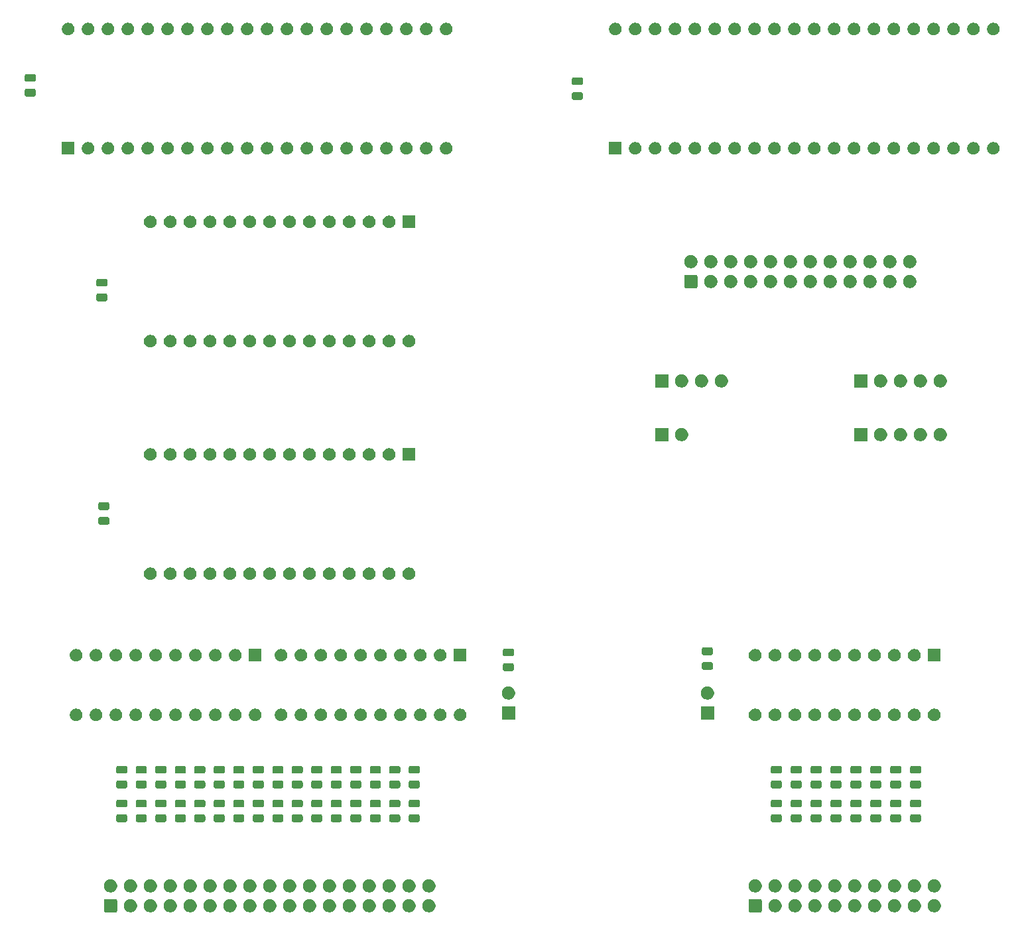
<source format=gbr>
G04 #@! TF.GenerationSoftware,KiCad,Pcbnew,(5.1.6)-1*
G04 #@! TF.CreationDate,2020-08-15T13:17:47-05:00*
G04 #@! TF.ProjectId,6502_homebrew_computer,36353032-5f68-46f6-9d65-627265775f63,0.01*
G04 #@! TF.SameCoordinates,Original*
G04 #@! TF.FileFunction,Soldermask,Top*
G04 #@! TF.FilePolarity,Negative*
%FSLAX46Y46*%
G04 Gerber Fmt 4.6, Leading zero omitted, Abs format (unit mm)*
G04 Created by KiCad (PCBNEW (5.1.6)-1) date 2020-08-15 13:17:47*
%MOMM*%
%LPD*%
G01*
G04 APERTURE LIST*
%ADD10C,0.100000*%
G04 APERTURE END LIST*
D10*
G36*
X40640804Y-148252275D02*
G01*
X40679706Y-148264075D01*
X40715553Y-148283236D01*
X40746976Y-148309024D01*
X40772764Y-148340447D01*
X40791925Y-148376294D01*
X40803725Y-148415196D01*
X40808000Y-148458595D01*
X40808000Y-149737405D01*
X40803725Y-149780804D01*
X40791925Y-149819706D01*
X40772764Y-149855553D01*
X40746976Y-149886976D01*
X40715553Y-149912764D01*
X40679706Y-149931925D01*
X40640804Y-149943725D01*
X40597405Y-149948000D01*
X39318595Y-149948000D01*
X39275196Y-149943725D01*
X39236294Y-149931925D01*
X39200447Y-149912764D01*
X39169024Y-149886976D01*
X39143236Y-149855553D01*
X39124075Y-149819706D01*
X39112275Y-149780804D01*
X39108000Y-149737405D01*
X39108000Y-148458595D01*
X39112275Y-148415196D01*
X39124075Y-148376294D01*
X39143236Y-148340447D01*
X39169024Y-148309024D01*
X39200447Y-148283236D01*
X39236294Y-148264075D01*
X39275196Y-148252275D01*
X39318595Y-148248000D01*
X40597405Y-148248000D01*
X40640804Y-148252275D01*
G37*
G36*
X73225936Y-148280665D02*
G01*
X73380626Y-148344739D01*
X73450076Y-148391145D01*
X73519844Y-148437762D01*
X73638238Y-148556156D01*
X73684855Y-148625924D01*
X73731261Y-148695374D01*
X73795335Y-148850064D01*
X73828000Y-149014282D01*
X73828000Y-149181718D01*
X73795335Y-149345936D01*
X73731261Y-149500626D01*
X73684855Y-149570076D01*
X73638238Y-149639844D01*
X73519844Y-149758238D01*
X73486071Y-149780804D01*
X73380626Y-149851261D01*
X73248794Y-149905867D01*
X73225936Y-149915335D01*
X73061718Y-149948000D01*
X72894282Y-149948000D01*
X72730064Y-149915335D01*
X72707206Y-149905867D01*
X72575374Y-149851261D01*
X72469929Y-149780804D01*
X72436156Y-149758238D01*
X72317762Y-149639844D01*
X72271145Y-149570076D01*
X72224739Y-149500626D01*
X72160665Y-149345936D01*
X72128000Y-149181718D01*
X72128000Y-149014282D01*
X72160665Y-148850064D01*
X72224739Y-148695374D01*
X72271145Y-148625924D01*
X72317762Y-148556156D01*
X72436156Y-148437762D01*
X72505924Y-148391145D01*
X72575374Y-148344739D01*
X72730064Y-148280665D01*
X72894282Y-148248000D01*
X73061718Y-148248000D01*
X73225936Y-148280665D01*
G37*
G36*
X145361936Y-148280665D02*
G01*
X145516626Y-148344739D01*
X145586076Y-148391145D01*
X145655844Y-148437762D01*
X145774238Y-148556156D01*
X145820855Y-148625924D01*
X145867261Y-148695374D01*
X145931335Y-148850064D01*
X145964000Y-149014282D01*
X145964000Y-149181718D01*
X145931335Y-149345936D01*
X145867261Y-149500626D01*
X145820855Y-149570076D01*
X145774238Y-149639844D01*
X145655844Y-149758238D01*
X145622071Y-149780804D01*
X145516626Y-149851261D01*
X145384794Y-149905867D01*
X145361936Y-149915335D01*
X145197718Y-149948000D01*
X145030282Y-149948000D01*
X144866064Y-149915335D01*
X144843206Y-149905867D01*
X144711374Y-149851261D01*
X144605929Y-149780804D01*
X144572156Y-149758238D01*
X144453762Y-149639844D01*
X144407145Y-149570076D01*
X144360739Y-149500626D01*
X144296665Y-149345936D01*
X144264000Y-149181718D01*
X144264000Y-149014282D01*
X144296665Y-148850064D01*
X144360739Y-148695374D01*
X144407145Y-148625924D01*
X144453762Y-148556156D01*
X144572156Y-148437762D01*
X144641924Y-148391145D01*
X144711374Y-148344739D01*
X144866064Y-148280665D01*
X145030282Y-148248000D01*
X145197718Y-148248000D01*
X145361936Y-148280665D01*
G37*
G36*
X140281936Y-148280665D02*
G01*
X140436626Y-148344739D01*
X140506076Y-148391145D01*
X140575844Y-148437762D01*
X140694238Y-148556156D01*
X140740855Y-148625924D01*
X140787261Y-148695374D01*
X140851335Y-148850064D01*
X140884000Y-149014282D01*
X140884000Y-149181718D01*
X140851335Y-149345936D01*
X140787261Y-149500626D01*
X140740855Y-149570076D01*
X140694238Y-149639844D01*
X140575844Y-149758238D01*
X140542071Y-149780804D01*
X140436626Y-149851261D01*
X140304794Y-149905867D01*
X140281936Y-149915335D01*
X140117718Y-149948000D01*
X139950282Y-149948000D01*
X139786064Y-149915335D01*
X139763206Y-149905867D01*
X139631374Y-149851261D01*
X139525929Y-149780804D01*
X139492156Y-149758238D01*
X139373762Y-149639844D01*
X139327145Y-149570076D01*
X139280739Y-149500626D01*
X139216665Y-149345936D01*
X139184000Y-149181718D01*
X139184000Y-149014282D01*
X139216665Y-148850064D01*
X139280739Y-148695374D01*
X139327145Y-148625924D01*
X139373762Y-148556156D01*
X139492156Y-148437762D01*
X139561924Y-148391145D01*
X139631374Y-148344739D01*
X139786064Y-148280665D01*
X139950282Y-148248000D01*
X140117718Y-148248000D01*
X140281936Y-148280665D01*
G37*
G36*
X137741936Y-148280665D02*
G01*
X137896626Y-148344739D01*
X137966076Y-148391145D01*
X138035844Y-148437762D01*
X138154238Y-148556156D01*
X138200855Y-148625924D01*
X138247261Y-148695374D01*
X138311335Y-148850064D01*
X138344000Y-149014282D01*
X138344000Y-149181718D01*
X138311335Y-149345936D01*
X138247261Y-149500626D01*
X138200855Y-149570076D01*
X138154238Y-149639844D01*
X138035844Y-149758238D01*
X138002071Y-149780804D01*
X137896626Y-149851261D01*
X137764794Y-149905867D01*
X137741936Y-149915335D01*
X137577718Y-149948000D01*
X137410282Y-149948000D01*
X137246064Y-149915335D01*
X137223206Y-149905867D01*
X137091374Y-149851261D01*
X136985929Y-149780804D01*
X136952156Y-149758238D01*
X136833762Y-149639844D01*
X136787145Y-149570076D01*
X136740739Y-149500626D01*
X136676665Y-149345936D01*
X136644000Y-149181718D01*
X136644000Y-149014282D01*
X136676665Y-148850064D01*
X136740739Y-148695374D01*
X136787145Y-148625924D01*
X136833762Y-148556156D01*
X136952156Y-148437762D01*
X137021924Y-148391145D01*
X137091374Y-148344739D01*
X137246064Y-148280665D01*
X137410282Y-148248000D01*
X137577718Y-148248000D01*
X137741936Y-148280665D01*
G37*
G36*
X135201936Y-148280665D02*
G01*
X135356626Y-148344739D01*
X135426076Y-148391145D01*
X135495844Y-148437762D01*
X135614238Y-148556156D01*
X135660855Y-148625924D01*
X135707261Y-148695374D01*
X135771335Y-148850064D01*
X135804000Y-149014282D01*
X135804000Y-149181718D01*
X135771335Y-149345936D01*
X135707261Y-149500626D01*
X135660855Y-149570076D01*
X135614238Y-149639844D01*
X135495844Y-149758238D01*
X135462071Y-149780804D01*
X135356626Y-149851261D01*
X135224794Y-149905867D01*
X135201936Y-149915335D01*
X135037718Y-149948000D01*
X134870282Y-149948000D01*
X134706064Y-149915335D01*
X134683206Y-149905867D01*
X134551374Y-149851261D01*
X134445929Y-149780804D01*
X134412156Y-149758238D01*
X134293762Y-149639844D01*
X134247145Y-149570076D01*
X134200739Y-149500626D01*
X134136665Y-149345936D01*
X134104000Y-149181718D01*
X134104000Y-149014282D01*
X134136665Y-148850064D01*
X134200739Y-148695374D01*
X134247145Y-148625924D01*
X134293762Y-148556156D01*
X134412156Y-148437762D01*
X134481924Y-148391145D01*
X134551374Y-148344739D01*
X134706064Y-148280665D01*
X134870282Y-148248000D01*
X135037718Y-148248000D01*
X135201936Y-148280665D01*
G37*
G36*
X132661936Y-148280665D02*
G01*
X132816626Y-148344739D01*
X132886076Y-148391145D01*
X132955844Y-148437762D01*
X133074238Y-148556156D01*
X133120855Y-148625924D01*
X133167261Y-148695374D01*
X133231335Y-148850064D01*
X133264000Y-149014282D01*
X133264000Y-149181718D01*
X133231335Y-149345936D01*
X133167261Y-149500626D01*
X133120855Y-149570076D01*
X133074238Y-149639844D01*
X132955844Y-149758238D01*
X132922071Y-149780804D01*
X132816626Y-149851261D01*
X132684794Y-149905867D01*
X132661936Y-149915335D01*
X132497718Y-149948000D01*
X132330282Y-149948000D01*
X132166064Y-149915335D01*
X132143206Y-149905867D01*
X132011374Y-149851261D01*
X131905929Y-149780804D01*
X131872156Y-149758238D01*
X131753762Y-149639844D01*
X131707145Y-149570076D01*
X131660739Y-149500626D01*
X131596665Y-149345936D01*
X131564000Y-149181718D01*
X131564000Y-149014282D01*
X131596665Y-148850064D01*
X131660739Y-148695374D01*
X131707145Y-148625924D01*
X131753762Y-148556156D01*
X131872156Y-148437762D01*
X131941924Y-148391145D01*
X132011374Y-148344739D01*
X132166064Y-148280665D01*
X132330282Y-148248000D01*
X132497718Y-148248000D01*
X132661936Y-148280665D01*
G37*
G36*
X130121936Y-148280665D02*
G01*
X130276626Y-148344739D01*
X130346076Y-148391145D01*
X130415844Y-148437762D01*
X130534238Y-148556156D01*
X130580855Y-148625924D01*
X130627261Y-148695374D01*
X130691335Y-148850064D01*
X130724000Y-149014282D01*
X130724000Y-149181718D01*
X130691335Y-149345936D01*
X130627261Y-149500626D01*
X130580855Y-149570076D01*
X130534238Y-149639844D01*
X130415844Y-149758238D01*
X130382071Y-149780804D01*
X130276626Y-149851261D01*
X130144794Y-149905867D01*
X130121936Y-149915335D01*
X129957718Y-149948000D01*
X129790282Y-149948000D01*
X129626064Y-149915335D01*
X129603206Y-149905867D01*
X129471374Y-149851261D01*
X129365929Y-149780804D01*
X129332156Y-149758238D01*
X129213762Y-149639844D01*
X129167145Y-149570076D01*
X129120739Y-149500626D01*
X129056665Y-149345936D01*
X129024000Y-149181718D01*
X129024000Y-149014282D01*
X129056665Y-148850064D01*
X129120739Y-148695374D01*
X129167145Y-148625924D01*
X129213762Y-148556156D01*
X129332156Y-148437762D01*
X129401924Y-148391145D01*
X129471374Y-148344739D01*
X129626064Y-148280665D01*
X129790282Y-148248000D01*
X129957718Y-148248000D01*
X130121936Y-148280665D01*
G37*
G36*
X127581936Y-148280665D02*
G01*
X127736626Y-148344739D01*
X127806076Y-148391145D01*
X127875844Y-148437762D01*
X127994238Y-148556156D01*
X128040855Y-148625924D01*
X128087261Y-148695374D01*
X128151335Y-148850064D01*
X128184000Y-149014282D01*
X128184000Y-149181718D01*
X128151335Y-149345936D01*
X128087261Y-149500626D01*
X128040855Y-149570076D01*
X127994238Y-149639844D01*
X127875844Y-149758238D01*
X127842071Y-149780804D01*
X127736626Y-149851261D01*
X127604794Y-149905867D01*
X127581936Y-149915335D01*
X127417718Y-149948000D01*
X127250282Y-149948000D01*
X127086064Y-149915335D01*
X127063206Y-149905867D01*
X126931374Y-149851261D01*
X126825929Y-149780804D01*
X126792156Y-149758238D01*
X126673762Y-149639844D01*
X126627145Y-149570076D01*
X126580739Y-149500626D01*
X126516665Y-149345936D01*
X126484000Y-149181718D01*
X126484000Y-149014282D01*
X126516665Y-148850064D01*
X126580739Y-148695374D01*
X126627145Y-148625924D01*
X126673762Y-148556156D01*
X126792156Y-148437762D01*
X126861924Y-148391145D01*
X126931374Y-148344739D01*
X127086064Y-148280665D01*
X127250282Y-148248000D01*
X127417718Y-148248000D01*
X127581936Y-148280665D01*
G37*
G36*
X125041936Y-148280665D02*
G01*
X125196626Y-148344739D01*
X125266076Y-148391145D01*
X125335844Y-148437762D01*
X125454238Y-148556156D01*
X125500855Y-148625924D01*
X125547261Y-148695374D01*
X125611335Y-148850064D01*
X125644000Y-149014282D01*
X125644000Y-149181718D01*
X125611335Y-149345936D01*
X125547261Y-149500626D01*
X125500855Y-149570076D01*
X125454238Y-149639844D01*
X125335844Y-149758238D01*
X125302071Y-149780804D01*
X125196626Y-149851261D01*
X125064794Y-149905867D01*
X125041936Y-149915335D01*
X124877718Y-149948000D01*
X124710282Y-149948000D01*
X124546064Y-149915335D01*
X124523206Y-149905867D01*
X124391374Y-149851261D01*
X124285929Y-149780804D01*
X124252156Y-149758238D01*
X124133762Y-149639844D01*
X124087145Y-149570076D01*
X124040739Y-149500626D01*
X123976665Y-149345936D01*
X123944000Y-149181718D01*
X123944000Y-149014282D01*
X123976665Y-148850064D01*
X124040739Y-148695374D01*
X124087145Y-148625924D01*
X124133762Y-148556156D01*
X124252156Y-148437762D01*
X124321924Y-148391145D01*
X124391374Y-148344739D01*
X124546064Y-148280665D01*
X124710282Y-148248000D01*
X124877718Y-148248000D01*
X125041936Y-148280665D01*
G37*
G36*
X122936804Y-148252275D02*
G01*
X122975706Y-148264075D01*
X123011553Y-148283236D01*
X123042976Y-148309024D01*
X123068764Y-148340447D01*
X123087925Y-148376294D01*
X123099725Y-148415196D01*
X123104000Y-148458595D01*
X123104000Y-149737405D01*
X123099725Y-149780804D01*
X123087925Y-149819706D01*
X123068764Y-149855553D01*
X123042976Y-149886976D01*
X123011553Y-149912764D01*
X122975706Y-149931925D01*
X122936804Y-149943725D01*
X122893405Y-149948000D01*
X121614595Y-149948000D01*
X121571196Y-149943725D01*
X121532294Y-149931925D01*
X121496447Y-149912764D01*
X121465024Y-149886976D01*
X121439236Y-149855553D01*
X121420075Y-149819706D01*
X121408275Y-149780804D01*
X121404000Y-149737405D01*
X121404000Y-148458595D01*
X121408275Y-148415196D01*
X121420075Y-148376294D01*
X121439236Y-148340447D01*
X121465024Y-148309024D01*
X121496447Y-148283236D01*
X121532294Y-148264075D01*
X121571196Y-148252275D01*
X121614595Y-148248000D01*
X122893405Y-148248000D01*
X122936804Y-148252275D01*
G37*
G36*
X80845936Y-148280665D02*
G01*
X81000626Y-148344739D01*
X81070076Y-148391145D01*
X81139844Y-148437762D01*
X81258238Y-148556156D01*
X81304855Y-148625924D01*
X81351261Y-148695374D01*
X81415335Y-148850064D01*
X81448000Y-149014282D01*
X81448000Y-149181718D01*
X81415335Y-149345936D01*
X81351261Y-149500626D01*
X81304855Y-149570076D01*
X81258238Y-149639844D01*
X81139844Y-149758238D01*
X81106071Y-149780804D01*
X81000626Y-149851261D01*
X80868794Y-149905867D01*
X80845936Y-149915335D01*
X80681718Y-149948000D01*
X80514282Y-149948000D01*
X80350064Y-149915335D01*
X80327206Y-149905867D01*
X80195374Y-149851261D01*
X80089929Y-149780804D01*
X80056156Y-149758238D01*
X79937762Y-149639844D01*
X79891145Y-149570076D01*
X79844739Y-149500626D01*
X79780665Y-149345936D01*
X79748000Y-149181718D01*
X79748000Y-149014282D01*
X79780665Y-148850064D01*
X79844739Y-148695374D01*
X79891145Y-148625924D01*
X79937762Y-148556156D01*
X80056156Y-148437762D01*
X80125924Y-148391145D01*
X80195374Y-148344739D01*
X80350064Y-148280665D01*
X80514282Y-148248000D01*
X80681718Y-148248000D01*
X80845936Y-148280665D01*
G37*
G36*
X78305936Y-148280665D02*
G01*
X78460626Y-148344739D01*
X78530076Y-148391145D01*
X78599844Y-148437762D01*
X78718238Y-148556156D01*
X78764855Y-148625924D01*
X78811261Y-148695374D01*
X78875335Y-148850064D01*
X78908000Y-149014282D01*
X78908000Y-149181718D01*
X78875335Y-149345936D01*
X78811261Y-149500626D01*
X78764855Y-149570076D01*
X78718238Y-149639844D01*
X78599844Y-149758238D01*
X78566071Y-149780804D01*
X78460626Y-149851261D01*
X78328794Y-149905867D01*
X78305936Y-149915335D01*
X78141718Y-149948000D01*
X77974282Y-149948000D01*
X77810064Y-149915335D01*
X77787206Y-149905867D01*
X77655374Y-149851261D01*
X77549929Y-149780804D01*
X77516156Y-149758238D01*
X77397762Y-149639844D01*
X77351145Y-149570076D01*
X77304739Y-149500626D01*
X77240665Y-149345936D01*
X77208000Y-149181718D01*
X77208000Y-149014282D01*
X77240665Y-148850064D01*
X77304739Y-148695374D01*
X77351145Y-148625924D01*
X77397762Y-148556156D01*
X77516156Y-148437762D01*
X77585924Y-148391145D01*
X77655374Y-148344739D01*
X77810064Y-148280665D01*
X77974282Y-148248000D01*
X78141718Y-148248000D01*
X78305936Y-148280665D01*
G37*
G36*
X75765936Y-148280665D02*
G01*
X75920626Y-148344739D01*
X75990076Y-148391145D01*
X76059844Y-148437762D01*
X76178238Y-148556156D01*
X76224855Y-148625924D01*
X76271261Y-148695374D01*
X76335335Y-148850064D01*
X76368000Y-149014282D01*
X76368000Y-149181718D01*
X76335335Y-149345936D01*
X76271261Y-149500626D01*
X76224855Y-149570076D01*
X76178238Y-149639844D01*
X76059844Y-149758238D01*
X76026071Y-149780804D01*
X75920626Y-149851261D01*
X75788794Y-149905867D01*
X75765936Y-149915335D01*
X75601718Y-149948000D01*
X75434282Y-149948000D01*
X75270064Y-149915335D01*
X75247206Y-149905867D01*
X75115374Y-149851261D01*
X75009929Y-149780804D01*
X74976156Y-149758238D01*
X74857762Y-149639844D01*
X74811145Y-149570076D01*
X74764739Y-149500626D01*
X74700665Y-149345936D01*
X74668000Y-149181718D01*
X74668000Y-149014282D01*
X74700665Y-148850064D01*
X74764739Y-148695374D01*
X74811145Y-148625924D01*
X74857762Y-148556156D01*
X74976156Y-148437762D01*
X75045924Y-148391145D01*
X75115374Y-148344739D01*
X75270064Y-148280665D01*
X75434282Y-148248000D01*
X75601718Y-148248000D01*
X75765936Y-148280665D01*
G37*
G36*
X70685936Y-148280665D02*
G01*
X70840626Y-148344739D01*
X70910076Y-148391145D01*
X70979844Y-148437762D01*
X71098238Y-148556156D01*
X71144855Y-148625924D01*
X71191261Y-148695374D01*
X71255335Y-148850064D01*
X71288000Y-149014282D01*
X71288000Y-149181718D01*
X71255335Y-149345936D01*
X71191261Y-149500626D01*
X71144855Y-149570076D01*
X71098238Y-149639844D01*
X70979844Y-149758238D01*
X70946071Y-149780804D01*
X70840626Y-149851261D01*
X70708794Y-149905867D01*
X70685936Y-149915335D01*
X70521718Y-149948000D01*
X70354282Y-149948000D01*
X70190064Y-149915335D01*
X70167206Y-149905867D01*
X70035374Y-149851261D01*
X69929929Y-149780804D01*
X69896156Y-149758238D01*
X69777762Y-149639844D01*
X69731145Y-149570076D01*
X69684739Y-149500626D01*
X69620665Y-149345936D01*
X69588000Y-149181718D01*
X69588000Y-149014282D01*
X69620665Y-148850064D01*
X69684739Y-148695374D01*
X69731145Y-148625924D01*
X69777762Y-148556156D01*
X69896156Y-148437762D01*
X69965924Y-148391145D01*
X70035374Y-148344739D01*
X70190064Y-148280665D01*
X70354282Y-148248000D01*
X70521718Y-148248000D01*
X70685936Y-148280665D01*
G37*
G36*
X142821936Y-148280665D02*
G01*
X142976626Y-148344739D01*
X143046076Y-148391145D01*
X143115844Y-148437762D01*
X143234238Y-148556156D01*
X143280855Y-148625924D01*
X143327261Y-148695374D01*
X143391335Y-148850064D01*
X143424000Y-149014282D01*
X143424000Y-149181718D01*
X143391335Y-149345936D01*
X143327261Y-149500626D01*
X143280855Y-149570076D01*
X143234238Y-149639844D01*
X143115844Y-149758238D01*
X143082071Y-149780804D01*
X142976626Y-149851261D01*
X142821936Y-149915335D01*
X142657718Y-149948000D01*
X142490282Y-149948000D01*
X142326064Y-149915335D01*
X142171374Y-149851261D01*
X142065929Y-149780804D01*
X142032156Y-149758238D01*
X141913762Y-149639844D01*
X141867145Y-149570076D01*
X141820739Y-149500626D01*
X141756665Y-149345936D01*
X141724000Y-149181718D01*
X141724000Y-149014282D01*
X141756665Y-148850064D01*
X141820739Y-148695374D01*
X141867145Y-148625924D01*
X141913762Y-148556156D01*
X142032156Y-148437762D01*
X142101924Y-148391145D01*
X142171374Y-148344739D01*
X142326064Y-148280665D01*
X142490282Y-148248000D01*
X142657718Y-148248000D01*
X142821936Y-148280665D01*
G37*
G36*
X42745936Y-148280665D02*
G01*
X42900626Y-148344739D01*
X42970076Y-148391145D01*
X43039844Y-148437762D01*
X43158238Y-148556156D01*
X43204855Y-148625924D01*
X43251261Y-148695374D01*
X43315335Y-148850064D01*
X43348000Y-149014282D01*
X43348000Y-149181718D01*
X43315335Y-149345936D01*
X43251261Y-149500626D01*
X43204855Y-149570076D01*
X43158238Y-149639844D01*
X43039844Y-149758238D01*
X43006071Y-149780804D01*
X42900626Y-149851261D01*
X42768794Y-149905867D01*
X42745936Y-149915335D01*
X42581718Y-149948000D01*
X42414282Y-149948000D01*
X42250064Y-149915335D01*
X42227206Y-149905867D01*
X42095374Y-149851261D01*
X41989929Y-149780804D01*
X41956156Y-149758238D01*
X41837762Y-149639844D01*
X41791145Y-149570076D01*
X41744739Y-149500626D01*
X41680665Y-149345936D01*
X41648000Y-149181718D01*
X41648000Y-149014282D01*
X41680665Y-148850064D01*
X41744739Y-148695374D01*
X41791145Y-148625924D01*
X41837762Y-148556156D01*
X41956156Y-148437762D01*
X42025924Y-148391145D01*
X42095374Y-148344739D01*
X42250064Y-148280665D01*
X42414282Y-148248000D01*
X42581718Y-148248000D01*
X42745936Y-148280665D01*
G37*
G36*
X45285936Y-148280665D02*
G01*
X45440626Y-148344739D01*
X45510076Y-148391145D01*
X45579844Y-148437762D01*
X45698238Y-148556156D01*
X45744855Y-148625924D01*
X45791261Y-148695374D01*
X45855335Y-148850064D01*
X45888000Y-149014282D01*
X45888000Y-149181718D01*
X45855335Y-149345936D01*
X45791261Y-149500626D01*
X45744855Y-149570076D01*
X45698238Y-149639844D01*
X45579844Y-149758238D01*
X45546071Y-149780804D01*
X45440626Y-149851261D01*
X45308794Y-149905867D01*
X45285936Y-149915335D01*
X45121718Y-149948000D01*
X44954282Y-149948000D01*
X44790064Y-149915335D01*
X44767206Y-149905867D01*
X44635374Y-149851261D01*
X44529929Y-149780804D01*
X44496156Y-149758238D01*
X44377762Y-149639844D01*
X44331145Y-149570076D01*
X44284739Y-149500626D01*
X44220665Y-149345936D01*
X44188000Y-149181718D01*
X44188000Y-149014282D01*
X44220665Y-148850064D01*
X44284739Y-148695374D01*
X44331145Y-148625924D01*
X44377762Y-148556156D01*
X44496156Y-148437762D01*
X44565924Y-148391145D01*
X44635374Y-148344739D01*
X44790064Y-148280665D01*
X44954282Y-148248000D01*
X45121718Y-148248000D01*
X45285936Y-148280665D01*
G37*
G36*
X47825936Y-148280665D02*
G01*
X47980626Y-148344739D01*
X48050076Y-148391145D01*
X48119844Y-148437762D01*
X48238238Y-148556156D01*
X48284855Y-148625924D01*
X48331261Y-148695374D01*
X48395335Y-148850064D01*
X48428000Y-149014282D01*
X48428000Y-149181718D01*
X48395335Y-149345936D01*
X48331261Y-149500626D01*
X48284855Y-149570076D01*
X48238238Y-149639844D01*
X48119844Y-149758238D01*
X48086071Y-149780804D01*
X47980626Y-149851261D01*
X47848794Y-149905867D01*
X47825936Y-149915335D01*
X47661718Y-149948000D01*
X47494282Y-149948000D01*
X47330064Y-149915335D01*
X47307206Y-149905867D01*
X47175374Y-149851261D01*
X47069929Y-149780804D01*
X47036156Y-149758238D01*
X46917762Y-149639844D01*
X46871145Y-149570076D01*
X46824739Y-149500626D01*
X46760665Y-149345936D01*
X46728000Y-149181718D01*
X46728000Y-149014282D01*
X46760665Y-148850064D01*
X46824739Y-148695374D01*
X46871145Y-148625924D01*
X46917762Y-148556156D01*
X47036156Y-148437762D01*
X47105924Y-148391145D01*
X47175374Y-148344739D01*
X47330064Y-148280665D01*
X47494282Y-148248000D01*
X47661718Y-148248000D01*
X47825936Y-148280665D01*
G37*
G36*
X50365936Y-148280665D02*
G01*
X50520626Y-148344739D01*
X50590076Y-148391145D01*
X50659844Y-148437762D01*
X50778238Y-148556156D01*
X50824855Y-148625924D01*
X50871261Y-148695374D01*
X50935335Y-148850064D01*
X50968000Y-149014282D01*
X50968000Y-149181718D01*
X50935335Y-149345936D01*
X50871261Y-149500626D01*
X50824855Y-149570076D01*
X50778238Y-149639844D01*
X50659844Y-149758238D01*
X50626071Y-149780804D01*
X50520626Y-149851261D01*
X50388794Y-149905867D01*
X50365936Y-149915335D01*
X50201718Y-149948000D01*
X50034282Y-149948000D01*
X49870064Y-149915335D01*
X49847206Y-149905867D01*
X49715374Y-149851261D01*
X49609929Y-149780804D01*
X49576156Y-149758238D01*
X49457762Y-149639844D01*
X49411145Y-149570076D01*
X49364739Y-149500626D01*
X49300665Y-149345936D01*
X49268000Y-149181718D01*
X49268000Y-149014282D01*
X49300665Y-148850064D01*
X49364739Y-148695374D01*
X49411145Y-148625924D01*
X49457762Y-148556156D01*
X49576156Y-148437762D01*
X49645924Y-148391145D01*
X49715374Y-148344739D01*
X49870064Y-148280665D01*
X50034282Y-148248000D01*
X50201718Y-148248000D01*
X50365936Y-148280665D01*
G37*
G36*
X52905936Y-148280665D02*
G01*
X53060626Y-148344739D01*
X53130076Y-148391145D01*
X53199844Y-148437762D01*
X53318238Y-148556156D01*
X53364855Y-148625924D01*
X53411261Y-148695374D01*
X53475335Y-148850064D01*
X53508000Y-149014282D01*
X53508000Y-149181718D01*
X53475335Y-149345936D01*
X53411261Y-149500626D01*
X53364855Y-149570076D01*
X53318238Y-149639844D01*
X53199844Y-149758238D01*
X53166071Y-149780804D01*
X53060626Y-149851261D01*
X52928794Y-149905867D01*
X52905936Y-149915335D01*
X52741718Y-149948000D01*
X52574282Y-149948000D01*
X52410064Y-149915335D01*
X52387206Y-149905867D01*
X52255374Y-149851261D01*
X52149929Y-149780804D01*
X52116156Y-149758238D01*
X51997762Y-149639844D01*
X51951145Y-149570076D01*
X51904739Y-149500626D01*
X51840665Y-149345936D01*
X51808000Y-149181718D01*
X51808000Y-149014282D01*
X51840665Y-148850064D01*
X51904739Y-148695374D01*
X51951145Y-148625924D01*
X51997762Y-148556156D01*
X52116156Y-148437762D01*
X52185924Y-148391145D01*
X52255374Y-148344739D01*
X52410064Y-148280665D01*
X52574282Y-148248000D01*
X52741718Y-148248000D01*
X52905936Y-148280665D01*
G37*
G36*
X57985936Y-148280665D02*
G01*
X58140626Y-148344739D01*
X58210076Y-148391145D01*
X58279844Y-148437762D01*
X58398238Y-148556156D01*
X58444855Y-148625924D01*
X58491261Y-148695374D01*
X58555335Y-148850064D01*
X58588000Y-149014282D01*
X58588000Y-149181718D01*
X58555335Y-149345936D01*
X58491261Y-149500626D01*
X58444855Y-149570076D01*
X58398238Y-149639844D01*
X58279844Y-149758238D01*
X58246071Y-149780804D01*
X58140626Y-149851261D01*
X58008794Y-149905867D01*
X57985936Y-149915335D01*
X57821718Y-149948000D01*
X57654282Y-149948000D01*
X57490064Y-149915335D01*
X57467206Y-149905867D01*
X57335374Y-149851261D01*
X57229929Y-149780804D01*
X57196156Y-149758238D01*
X57077762Y-149639844D01*
X57031145Y-149570076D01*
X56984739Y-149500626D01*
X56920665Y-149345936D01*
X56888000Y-149181718D01*
X56888000Y-149014282D01*
X56920665Y-148850064D01*
X56984739Y-148695374D01*
X57031145Y-148625924D01*
X57077762Y-148556156D01*
X57196156Y-148437762D01*
X57265924Y-148391145D01*
X57335374Y-148344739D01*
X57490064Y-148280665D01*
X57654282Y-148248000D01*
X57821718Y-148248000D01*
X57985936Y-148280665D01*
G37*
G36*
X60525936Y-148280665D02*
G01*
X60680626Y-148344739D01*
X60750076Y-148391145D01*
X60819844Y-148437762D01*
X60938238Y-148556156D01*
X60984855Y-148625924D01*
X61031261Y-148695374D01*
X61095335Y-148850064D01*
X61128000Y-149014282D01*
X61128000Y-149181718D01*
X61095335Y-149345936D01*
X61031261Y-149500626D01*
X60984855Y-149570076D01*
X60938238Y-149639844D01*
X60819844Y-149758238D01*
X60786071Y-149780804D01*
X60680626Y-149851261D01*
X60548794Y-149905867D01*
X60525936Y-149915335D01*
X60361718Y-149948000D01*
X60194282Y-149948000D01*
X60030064Y-149915335D01*
X60007206Y-149905867D01*
X59875374Y-149851261D01*
X59769929Y-149780804D01*
X59736156Y-149758238D01*
X59617762Y-149639844D01*
X59571145Y-149570076D01*
X59524739Y-149500626D01*
X59460665Y-149345936D01*
X59428000Y-149181718D01*
X59428000Y-149014282D01*
X59460665Y-148850064D01*
X59524739Y-148695374D01*
X59571145Y-148625924D01*
X59617762Y-148556156D01*
X59736156Y-148437762D01*
X59805924Y-148391145D01*
X59875374Y-148344739D01*
X60030064Y-148280665D01*
X60194282Y-148248000D01*
X60361718Y-148248000D01*
X60525936Y-148280665D01*
G37*
G36*
X63065936Y-148280665D02*
G01*
X63220626Y-148344739D01*
X63290076Y-148391145D01*
X63359844Y-148437762D01*
X63478238Y-148556156D01*
X63524855Y-148625924D01*
X63571261Y-148695374D01*
X63635335Y-148850064D01*
X63668000Y-149014282D01*
X63668000Y-149181718D01*
X63635335Y-149345936D01*
X63571261Y-149500626D01*
X63524855Y-149570076D01*
X63478238Y-149639844D01*
X63359844Y-149758238D01*
X63326071Y-149780804D01*
X63220626Y-149851261D01*
X63088794Y-149905867D01*
X63065936Y-149915335D01*
X62901718Y-149948000D01*
X62734282Y-149948000D01*
X62570064Y-149915335D01*
X62547206Y-149905867D01*
X62415374Y-149851261D01*
X62309929Y-149780804D01*
X62276156Y-149758238D01*
X62157762Y-149639844D01*
X62111145Y-149570076D01*
X62064739Y-149500626D01*
X62000665Y-149345936D01*
X61968000Y-149181718D01*
X61968000Y-149014282D01*
X62000665Y-148850064D01*
X62064739Y-148695374D01*
X62111145Y-148625924D01*
X62157762Y-148556156D01*
X62276156Y-148437762D01*
X62345924Y-148391145D01*
X62415374Y-148344739D01*
X62570064Y-148280665D01*
X62734282Y-148248000D01*
X62901718Y-148248000D01*
X63065936Y-148280665D01*
G37*
G36*
X65605936Y-148280665D02*
G01*
X65760626Y-148344739D01*
X65830076Y-148391145D01*
X65899844Y-148437762D01*
X66018238Y-148556156D01*
X66064855Y-148625924D01*
X66111261Y-148695374D01*
X66175335Y-148850064D01*
X66208000Y-149014282D01*
X66208000Y-149181718D01*
X66175335Y-149345936D01*
X66111261Y-149500626D01*
X66064855Y-149570076D01*
X66018238Y-149639844D01*
X65899844Y-149758238D01*
X65866071Y-149780804D01*
X65760626Y-149851261D01*
X65628794Y-149905867D01*
X65605936Y-149915335D01*
X65441718Y-149948000D01*
X65274282Y-149948000D01*
X65110064Y-149915335D01*
X65087206Y-149905867D01*
X64955374Y-149851261D01*
X64849929Y-149780804D01*
X64816156Y-149758238D01*
X64697762Y-149639844D01*
X64651145Y-149570076D01*
X64604739Y-149500626D01*
X64540665Y-149345936D01*
X64508000Y-149181718D01*
X64508000Y-149014282D01*
X64540665Y-148850064D01*
X64604739Y-148695374D01*
X64651145Y-148625924D01*
X64697762Y-148556156D01*
X64816156Y-148437762D01*
X64885924Y-148391145D01*
X64955374Y-148344739D01*
X65110064Y-148280665D01*
X65274282Y-148248000D01*
X65441718Y-148248000D01*
X65605936Y-148280665D01*
G37*
G36*
X68145936Y-148280665D02*
G01*
X68300626Y-148344739D01*
X68370076Y-148391145D01*
X68439844Y-148437762D01*
X68558238Y-148556156D01*
X68604855Y-148625924D01*
X68651261Y-148695374D01*
X68715335Y-148850064D01*
X68748000Y-149014282D01*
X68748000Y-149181718D01*
X68715335Y-149345936D01*
X68651261Y-149500626D01*
X68604855Y-149570076D01*
X68558238Y-149639844D01*
X68439844Y-149758238D01*
X68406071Y-149780804D01*
X68300626Y-149851261D01*
X68168794Y-149905867D01*
X68145936Y-149915335D01*
X67981718Y-149948000D01*
X67814282Y-149948000D01*
X67650064Y-149915335D01*
X67627206Y-149905867D01*
X67495374Y-149851261D01*
X67389929Y-149780804D01*
X67356156Y-149758238D01*
X67237762Y-149639844D01*
X67191145Y-149570076D01*
X67144739Y-149500626D01*
X67080665Y-149345936D01*
X67048000Y-149181718D01*
X67048000Y-149014282D01*
X67080665Y-148850064D01*
X67144739Y-148695374D01*
X67191145Y-148625924D01*
X67237762Y-148556156D01*
X67356156Y-148437762D01*
X67425924Y-148391145D01*
X67495374Y-148344739D01*
X67650064Y-148280665D01*
X67814282Y-148248000D01*
X67981718Y-148248000D01*
X68145936Y-148280665D01*
G37*
G36*
X55445936Y-148280665D02*
G01*
X55600626Y-148344739D01*
X55670076Y-148391145D01*
X55739844Y-148437762D01*
X55858238Y-148556156D01*
X55904855Y-148625924D01*
X55951261Y-148695374D01*
X56015335Y-148850064D01*
X56048000Y-149014282D01*
X56048000Y-149181718D01*
X56015335Y-149345936D01*
X55951261Y-149500626D01*
X55904855Y-149570076D01*
X55858238Y-149639844D01*
X55739844Y-149758238D01*
X55706071Y-149780804D01*
X55600626Y-149851261D01*
X55468794Y-149905867D01*
X55445936Y-149915335D01*
X55281718Y-149948000D01*
X55114282Y-149948000D01*
X54950064Y-149915335D01*
X54927206Y-149905867D01*
X54795374Y-149851261D01*
X54689929Y-149780804D01*
X54656156Y-149758238D01*
X54537762Y-149639844D01*
X54491145Y-149570076D01*
X54444739Y-149500626D01*
X54380665Y-149345936D01*
X54348000Y-149181718D01*
X54348000Y-149014282D01*
X54380665Y-148850064D01*
X54444739Y-148695374D01*
X54491145Y-148625924D01*
X54537762Y-148556156D01*
X54656156Y-148437762D01*
X54725924Y-148391145D01*
X54795374Y-148344739D01*
X54950064Y-148280665D01*
X55114282Y-148248000D01*
X55281718Y-148248000D01*
X55445936Y-148280665D01*
G37*
G36*
X47825936Y-145740665D02*
G01*
X47980626Y-145804739D01*
X48050076Y-145851145D01*
X48119844Y-145897762D01*
X48238238Y-146016156D01*
X48284855Y-146085924D01*
X48331261Y-146155374D01*
X48395335Y-146310064D01*
X48428000Y-146474282D01*
X48428000Y-146641718D01*
X48395335Y-146805936D01*
X48331261Y-146960626D01*
X48284855Y-147030076D01*
X48238238Y-147099844D01*
X48119844Y-147218238D01*
X48050076Y-147264855D01*
X47980626Y-147311261D01*
X47825936Y-147375335D01*
X47661718Y-147408000D01*
X47494282Y-147408000D01*
X47330064Y-147375335D01*
X47175374Y-147311261D01*
X47105924Y-147264855D01*
X47036156Y-147218238D01*
X46917762Y-147099844D01*
X46871145Y-147030076D01*
X46824739Y-146960626D01*
X46760665Y-146805936D01*
X46728000Y-146641718D01*
X46728000Y-146474282D01*
X46760665Y-146310064D01*
X46824739Y-146155374D01*
X46871145Y-146085924D01*
X46917762Y-146016156D01*
X47036156Y-145897762D01*
X47105924Y-145851145D01*
X47175374Y-145804739D01*
X47330064Y-145740665D01*
X47494282Y-145708000D01*
X47661718Y-145708000D01*
X47825936Y-145740665D01*
G37*
G36*
X50365936Y-145740665D02*
G01*
X50520626Y-145804739D01*
X50590076Y-145851145D01*
X50659844Y-145897762D01*
X50778238Y-146016156D01*
X50824855Y-146085924D01*
X50871261Y-146155374D01*
X50935335Y-146310064D01*
X50968000Y-146474282D01*
X50968000Y-146641718D01*
X50935335Y-146805936D01*
X50871261Y-146960626D01*
X50824855Y-147030076D01*
X50778238Y-147099844D01*
X50659844Y-147218238D01*
X50590076Y-147264855D01*
X50520626Y-147311261D01*
X50365936Y-147375335D01*
X50201718Y-147408000D01*
X50034282Y-147408000D01*
X49870064Y-147375335D01*
X49715374Y-147311261D01*
X49645924Y-147264855D01*
X49576156Y-147218238D01*
X49457762Y-147099844D01*
X49411145Y-147030076D01*
X49364739Y-146960626D01*
X49300665Y-146805936D01*
X49268000Y-146641718D01*
X49268000Y-146474282D01*
X49300665Y-146310064D01*
X49364739Y-146155374D01*
X49411145Y-146085924D01*
X49457762Y-146016156D01*
X49576156Y-145897762D01*
X49645924Y-145851145D01*
X49715374Y-145804739D01*
X49870064Y-145740665D01*
X50034282Y-145708000D01*
X50201718Y-145708000D01*
X50365936Y-145740665D01*
G37*
G36*
X52905936Y-145740665D02*
G01*
X53060626Y-145804739D01*
X53130076Y-145851145D01*
X53199844Y-145897762D01*
X53318238Y-146016156D01*
X53364855Y-146085924D01*
X53411261Y-146155374D01*
X53475335Y-146310064D01*
X53508000Y-146474282D01*
X53508000Y-146641718D01*
X53475335Y-146805936D01*
X53411261Y-146960626D01*
X53364855Y-147030076D01*
X53318238Y-147099844D01*
X53199844Y-147218238D01*
X53130076Y-147264855D01*
X53060626Y-147311261D01*
X52905936Y-147375335D01*
X52741718Y-147408000D01*
X52574282Y-147408000D01*
X52410064Y-147375335D01*
X52255374Y-147311261D01*
X52185924Y-147264855D01*
X52116156Y-147218238D01*
X51997762Y-147099844D01*
X51951145Y-147030076D01*
X51904739Y-146960626D01*
X51840665Y-146805936D01*
X51808000Y-146641718D01*
X51808000Y-146474282D01*
X51840665Y-146310064D01*
X51904739Y-146155374D01*
X51951145Y-146085924D01*
X51997762Y-146016156D01*
X52116156Y-145897762D01*
X52185924Y-145851145D01*
X52255374Y-145804739D01*
X52410064Y-145740665D01*
X52574282Y-145708000D01*
X52741718Y-145708000D01*
X52905936Y-145740665D01*
G37*
G36*
X55445936Y-145740665D02*
G01*
X55600626Y-145804739D01*
X55670076Y-145851145D01*
X55739844Y-145897762D01*
X55858238Y-146016156D01*
X55904855Y-146085924D01*
X55951261Y-146155374D01*
X56015335Y-146310064D01*
X56048000Y-146474282D01*
X56048000Y-146641718D01*
X56015335Y-146805936D01*
X55951261Y-146960626D01*
X55904855Y-147030076D01*
X55858238Y-147099844D01*
X55739844Y-147218238D01*
X55670076Y-147264855D01*
X55600626Y-147311261D01*
X55445936Y-147375335D01*
X55281718Y-147408000D01*
X55114282Y-147408000D01*
X54950064Y-147375335D01*
X54795374Y-147311261D01*
X54725924Y-147264855D01*
X54656156Y-147218238D01*
X54537762Y-147099844D01*
X54491145Y-147030076D01*
X54444739Y-146960626D01*
X54380665Y-146805936D01*
X54348000Y-146641718D01*
X54348000Y-146474282D01*
X54380665Y-146310064D01*
X54444739Y-146155374D01*
X54491145Y-146085924D01*
X54537762Y-146016156D01*
X54656156Y-145897762D01*
X54725924Y-145851145D01*
X54795374Y-145804739D01*
X54950064Y-145740665D01*
X55114282Y-145708000D01*
X55281718Y-145708000D01*
X55445936Y-145740665D01*
G37*
G36*
X57985936Y-145740665D02*
G01*
X58140626Y-145804739D01*
X58210076Y-145851145D01*
X58279844Y-145897762D01*
X58398238Y-146016156D01*
X58444855Y-146085924D01*
X58491261Y-146155374D01*
X58555335Y-146310064D01*
X58588000Y-146474282D01*
X58588000Y-146641718D01*
X58555335Y-146805936D01*
X58491261Y-146960626D01*
X58444855Y-147030076D01*
X58398238Y-147099844D01*
X58279844Y-147218238D01*
X58210076Y-147264855D01*
X58140626Y-147311261D01*
X57985936Y-147375335D01*
X57821718Y-147408000D01*
X57654282Y-147408000D01*
X57490064Y-147375335D01*
X57335374Y-147311261D01*
X57265924Y-147264855D01*
X57196156Y-147218238D01*
X57077762Y-147099844D01*
X57031145Y-147030076D01*
X56984739Y-146960626D01*
X56920665Y-146805936D01*
X56888000Y-146641718D01*
X56888000Y-146474282D01*
X56920665Y-146310064D01*
X56984739Y-146155374D01*
X57031145Y-146085924D01*
X57077762Y-146016156D01*
X57196156Y-145897762D01*
X57265924Y-145851145D01*
X57335374Y-145804739D01*
X57490064Y-145740665D01*
X57654282Y-145708000D01*
X57821718Y-145708000D01*
X57985936Y-145740665D01*
G37*
G36*
X80845936Y-145740665D02*
G01*
X81000626Y-145804739D01*
X81070076Y-145851145D01*
X81139844Y-145897762D01*
X81258238Y-146016156D01*
X81304855Y-146085924D01*
X81351261Y-146155374D01*
X81415335Y-146310064D01*
X81448000Y-146474282D01*
X81448000Y-146641718D01*
X81415335Y-146805936D01*
X81351261Y-146960626D01*
X81304855Y-147030076D01*
X81258238Y-147099844D01*
X81139844Y-147218238D01*
X81070076Y-147264855D01*
X81000626Y-147311261D01*
X80845936Y-147375335D01*
X80681718Y-147408000D01*
X80514282Y-147408000D01*
X80350064Y-147375335D01*
X80195374Y-147311261D01*
X80125924Y-147264855D01*
X80056156Y-147218238D01*
X79937762Y-147099844D01*
X79891145Y-147030076D01*
X79844739Y-146960626D01*
X79780665Y-146805936D01*
X79748000Y-146641718D01*
X79748000Y-146474282D01*
X79780665Y-146310064D01*
X79844739Y-146155374D01*
X79891145Y-146085924D01*
X79937762Y-146016156D01*
X80056156Y-145897762D01*
X80125924Y-145851145D01*
X80195374Y-145804739D01*
X80350064Y-145740665D01*
X80514282Y-145708000D01*
X80681718Y-145708000D01*
X80845936Y-145740665D01*
G37*
G36*
X63065936Y-145740665D02*
G01*
X63220626Y-145804739D01*
X63290076Y-145851145D01*
X63359844Y-145897762D01*
X63478238Y-146016156D01*
X63524855Y-146085924D01*
X63571261Y-146155374D01*
X63635335Y-146310064D01*
X63668000Y-146474282D01*
X63668000Y-146641718D01*
X63635335Y-146805936D01*
X63571261Y-146960626D01*
X63524855Y-147030076D01*
X63478238Y-147099844D01*
X63359844Y-147218238D01*
X63290076Y-147264855D01*
X63220626Y-147311261D01*
X63065936Y-147375335D01*
X62901718Y-147408000D01*
X62734282Y-147408000D01*
X62570064Y-147375335D01*
X62415374Y-147311261D01*
X62345924Y-147264855D01*
X62276156Y-147218238D01*
X62157762Y-147099844D01*
X62111145Y-147030076D01*
X62064739Y-146960626D01*
X62000665Y-146805936D01*
X61968000Y-146641718D01*
X61968000Y-146474282D01*
X62000665Y-146310064D01*
X62064739Y-146155374D01*
X62111145Y-146085924D01*
X62157762Y-146016156D01*
X62276156Y-145897762D01*
X62345924Y-145851145D01*
X62415374Y-145804739D01*
X62570064Y-145740665D01*
X62734282Y-145708000D01*
X62901718Y-145708000D01*
X63065936Y-145740665D01*
G37*
G36*
X65605936Y-145740665D02*
G01*
X65760626Y-145804739D01*
X65830076Y-145851145D01*
X65899844Y-145897762D01*
X66018238Y-146016156D01*
X66064855Y-146085924D01*
X66111261Y-146155374D01*
X66175335Y-146310064D01*
X66208000Y-146474282D01*
X66208000Y-146641718D01*
X66175335Y-146805936D01*
X66111261Y-146960626D01*
X66064855Y-147030076D01*
X66018238Y-147099844D01*
X65899844Y-147218238D01*
X65830076Y-147264855D01*
X65760626Y-147311261D01*
X65605936Y-147375335D01*
X65441718Y-147408000D01*
X65274282Y-147408000D01*
X65110064Y-147375335D01*
X64955374Y-147311261D01*
X64885924Y-147264855D01*
X64816156Y-147218238D01*
X64697762Y-147099844D01*
X64651145Y-147030076D01*
X64604739Y-146960626D01*
X64540665Y-146805936D01*
X64508000Y-146641718D01*
X64508000Y-146474282D01*
X64540665Y-146310064D01*
X64604739Y-146155374D01*
X64651145Y-146085924D01*
X64697762Y-146016156D01*
X64816156Y-145897762D01*
X64885924Y-145851145D01*
X64955374Y-145804739D01*
X65110064Y-145740665D01*
X65274282Y-145708000D01*
X65441718Y-145708000D01*
X65605936Y-145740665D01*
G37*
G36*
X68145936Y-145740665D02*
G01*
X68300626Y-145804739D01*
X68370076Y-145851145D01*
X68439844Y-145897762D01*
X68558238Y-146016156D01*
X68604855Y-146085924D01*
X68651261Y-146155374D01*
X68715335Y-146310064D01*
X68748000Y-146474282D01*
X68748000Y-146641718D01*
X68715335Y-146805936D01*
X68651261Y-146960626D01*
X68604855Y-147030076D01*
X68558238Y-147099844D01*
X68439844Y-147218238D01*
X68370076Y-147264855D01*
X68300626Y-147311261D01*
X68145936Y-147375335D01*
X67981718Y-147408000D01*
X67814282Y-147408000D01*
X67650064Y-147375335D01*
X67495374Y-147311261D01*
X67425924Y-147264855D01*
X67356156Y-147218238D01*
X67237762Y-147099844D01*
X67191145Y-147030076D01*
X67144739Y-146960626D01*
X67080665Y-146805936D01*
X67048000Y-146641718D01*
X67048000Y-146474282D01*
X67080665Y-146310064D01*
X67144739Y-146155374D01*
X67191145Y-146085924D01*
X67237762Y-146016156D01*
X67356156Y-145897762D01*
X67425924Y-145851145D01*
X67495374Y-145804739D01*
X67650064Y-145740665D01*
X67814282Y-145708000D01*
X67981718Y-145708000D01*
X68145936Y-145740665D01*
G37*
G36*
X70685936Y-145740665D02*
G01*
X70840626Y-145804739D01*
X70910076Y-145851145D01*
X70979844Y-145897762D01*
X71098238Y-146016156D01*
X71144855Y-146085924D01*
X71191261Y-146155374D01*
X71255335Y-146310064D01*
X71288000Y-146474282D01*
X71288000Y-146641718D01*
X71255335Y-146805936D01*
X71191261Y-146960626D01*
X71144855Y-147030076D01*
X71098238Y-147099844D01*
X70979844Y-147218238D01*
X70910076Y-147264855D01*
X70840626Y-147311261D01*
X70685936Y-147375335D01*
X70521718Y-147408000D01*
X70354282Y-147408000D01*
X70190064Y-147375335D01*
X70035374Y-147311261D01*
X69965924Y-147264855D01*
X69896156Y-147218238D01*
X69777762Y-147099844D01*
X69731145Y-147030076D01*
X69684739Y-146960626D01*
X69620665Y-146805936D01*
X69588000Y-146641718D01*
X69588000Y-146474282D01*
X69620665Y-146310064D01*
X69684739Y-146155374D01*
X69731145Y-146085924D01*
X69777762Y-146016156D01*
X69896156Y-145897762D01*
X69965924Y-145851145D01*
X70035374Y-145804739D01*
X70190064Y-145740665D01*
X70354282Y-145708000D01*
X70521718Y-145708000D01*
X70685936Y-145740665D01*
G37*
G36*
X73225936Y-145740665D02*
G01*
X73380626Y-145804739D01*
X73450076Y-145851145D01*
X73519844Y-145897762D01*
X73638238Y-146016156D01*
X73684855Y-146085924D01*
X73731261Y-146155374D01*
X73795335Y-146310064D01*
X73828000Y-146474282D01*
X73828000Y-146641718D01*
X73795335Y-146805936D01*
X73731261Y-146960626D01*
X73684855Y-147030076D01*
X73638238Y-147099844D01*
X73519844Y-147218238D01*
X73450076Y-147264855D01*
X73380626Y-147311261D01*
X73225936Y-147375335D01*
X73061718Y-147408000D01*
X72894282Y-147408000D01*
X72730064Y-147375335D01*
X72575374Y-147311261D01*
X72505924Y-147264855D01*
X72436156Y-147218238D01*
X72317762Y-147099844D01*
X72271145Y-147030076D01*
X72224739Y-146960626D01*
X72160665Y-146805936D01*
X72128000Y-146641718D01*
X72128000Y-146474282D01*
X72160665Y-146310064D01*
X72224739Y-146155374D01*
X72271145Y-146085924D01*
X72317762Y-146016156D01*
X72436156Y-145897762D01*
X72505924Y-145851145D01*
X72575374Y-145804739D01*
X72730064Y-145740665D01*
X72894282Y-145708000D01*
X73061718Y-145708000D01*
X73225936Y-145740665D01*
G37*
G36*
X75765936Y-145740665D02*
G01*
X75920626Y-145804739D01*
X75990076Y-145851145D01*
X76059844Y-145897762D01*
X76178238Y-146016156D01*
X76224855Y-146085924D01*
X76271261Y-146155374D01*
X76335335Y-146310064D01*
X76368000Y-146474282D01*
X76368000Y-146641718D01*
X76335335Y-146805936D01*
X76271261Y-146960626D01*
X76224855Y-147030076D01*
X76178238Y-147099844D01*
X76059844Y-147218238D01*
X75990076Y-147264855D01*
X75920626Y-147311261D01*
X75765936Y-147375335D01*
X75601718Y-147408000D01*
X75434282Y-147408000D01*
X75270064Y-147375335D01*
X75115374Y-147311261D01*
X75045924Y-147264855D01*
X74976156Y-147218238D01*
X74857762Y-147099844D01*
X74811145Y-147030076D01*
X74764739Y-146960626D01*
X74700665Y-146805936D01*
X74668000Y-146641718D01*
X74668000Y-146474282D01*
X74700665Y-146310064D01*
X74764739Y-146155374D01*
X74811145Y-146085924D01*
X74857762Y-146016156D01*
X74976156Y-145897762D01*
X75045924Y-145851145D01*
X75115374Y-145804739D01*
X75270064Y-145740665D01*
X75434282Y-145708000D01*
X75601718Y-145708000D01*
X75765936Y-145740665D01*
G37*
G36*
X78305936Y-145740665D02*
G01*
X78460626Y-145804739D01*
X78530076Y-145851145D01*
X78599844Y-145897762D01*
X78718238Y-146016156D01*
X78764855Y-146085924D01*
X78811261Y-146155374D01*
X78875335Y-146310064D01*
X78908000Y-146474282D01*
X78908000Y-146641718D01*
X78875335Y-146805936D01*
X78811261Y-146960626D01*
X78764855Y-147030076D01*
X78718238Y-147099844D01*
X78599844Y-147218238D01*
X78530076Y-147264855D01*
X78460626Y-147311261D01*
X78305936Y-147375335D01*
X78141718Y-147408000D01*
X77974282Y-147408000D01*
X77810064Y-147375335D01*
X77655374Y-147311261D01*
X77585924Y-147264855D01*
X77516156Y-147218238D01*
X77397762Y-147099844D01*
X77351145Y-147030076D01*
X77304739Y-146960626D01*
X77240665Y-146805936D01*
X77208000Y-146641718D01*
X77208000Y-146474282D01*
X77240665Y-146310064D01*
X77304739Y-146155374D01*
X77351145Y-146085924D01*
X77397762Y-146016156D01*
X77516156Y-145897762D01*
X77585924Y-145851145D01*
X77655374Y-145804739D01*
X77810064Y-145740665D01*
X77974282Y-145708000D01*
X78141718Y-145708000D01*
X78305936Y-145740665D01*
G37*
G36*
X45285936Y-145740665D02*
G01*
X45440626Y-145804739D01*
X45510076Y-145851145D01*
X45579844Y-145897762D01*
X45698238Y-146016156D01*
X45744855Y-146085924D01*
X45791261Y-146155374D01*
X45855335Y-146310064D01*
X45888000Y-146474282D01*
X45888000Y-146641718D01*
X45855335Y-146805936D01*
X45791261Y-146960626D01*
X45744855Y-147030076D01*
X45698238Y-147099844D01*
X45579844Y-147218238D01*
X45510076Y-147264855D01*
X45440626Y-147311261D01*
X45285936Y-147375335D01*
X45121718Y-147408000D01*
X44954282Y-147408000D01*
X44790064Y-147375335D01*
X44635374Y-147311261D01*
X44565924Y-147264855D01*
X44496156Y-147218238D01*
X44377762Y-147099844D01*
X44331145Y-147030076D01*
X44284739Y-146960626D01*
X44220665Y-146805936D01*
X44188000Y-146641718D01*
X44188000Y-146474282D01*
X44220665Y-146310064D01*
X44284739Y-146155374D01*
X44331145Y-146085924D01*
X44377762Y-146016156D01*
X44496156Y-145897762D01*
X44565924Y-145851145D01*
X44635374Y-145804739D01*
X44790064Y-145740665D01*
X44954282Y-145708000D01*
X45121718Y-145708000D01*
X45285936Y-145740665D01*
G37*
G36*
X42745936Y-145740665D02*
G01*
X42900626Y-145804739D01*
X42970076Y-145851145D01*
X43039844Y-145897762D01*
X43158238Y-146016156D01*
X43204855Y-146085924D01*
X43251261Y-146155374D01*
X43315335Y-146310064D01*
X43348000Y-146474282D01*
X43348000Y-146641718D01*
X43315335Y-146805936D01*
X43251261Y-146960626D01*
X43204855Y-147030076D01*
X43158238Y-147099844D01*
X43039844Y-147218238D01*
X42970076Y-147264855D01*
X42900626Y-147311261D01*
X42745936Y-147375335D01*
X42581718Y-147408000D01*
X42414282Y-147408000D01*
X42250064Y-147375335D01*
X42095374Y-147311261D01*
X42025924Y-147264855D01*
X41956156Y-147218238D01*
X41837762Y-147099844D01*
X41791145Y-147030076D01*
X41744739Y-146960626D01*
X41680665Y-146805936D01*
X41648000Y-146641718D01*
X41648000Y-146474282D01*
X41680665Y-146310064D01*
X41744739Y-146155374D01*
X41791145Y-146085924D01*
X41837762Y-146016156D01*
X41956156Y-145897762D01*
X42025924Y-145851145D01*
X42095374Y-145804739D01*
X42250064Y-145740665D01*
X42414282Y-145708000D01*
X42581718Y-145708000D01*
X42745936Y-145740665D01*
G37*
G36*
X142821936Y-145740665D02*
G01*
X142976626Y-145804739D01*
X143046076Y-145851145D01*
X143115844Y-145897762D01*
X143234238Y-146016156D01*
X143280855Y-146085924D01*
X143327261Y-146155374D01*
X143391335Y-146310064D01*
X143424000Y-146474282D01*
X143424000Y-146641718D01*
X143391335Y-146805936D01*
X143327261Y-146960626D01*
X143280855Y-147030076D01*
X143234238Y-147099844D01*
X143115844Y-147218238D01*
X143046076Y-147264855D01*
X142976626Y-147311261D01*
X142821936Y-147375335D01*
X142657718Y-147408000D01*
X142490282Y-147408000D01*
X142326064Y-147375335D01*
X142171374Y-147311261D01*
X142101924Y-147264855D01*
X142032156Y-147218238D01*
X141913762Y-147099844D01*
X141867145Y-147030076D01*
X141820739Y-146960626D01*
X141756665Y-146805936D01*
X141724000Y-146641718D01*
X141724000Y-146474282D01*
X141756665Y-146310064D01*
X141820739Y-146155374D01*
X141867145Y-146085924D01*
X141913762Y-146016156D01*
X142032156Y-145897762D01*
X142101924Y-145851145D01*
X142171374Y-145804739D01*
X142326064Y-145740665D01*
X142490282Y-145708000D01*
X142657718Y-145708000D01*
X142821936Y-145740665D01*
G37*
G36*
X145361936Y-145740665D02*
G01*
X145516626Y-145804739D01*
X145586076Y-145851145D01*
X145655844Y-145897762D01*
X145774238Y-146016156D01*
X145820855Y-146085924D01*
X145867261Y-146155374D01*
X145931335Y-146310064D01*
X145964000Y-146474282D01*
X145964000Y-146641718D01*
X145931335Y-146805936D01*
X145867261Y-146960626D01*
X145820855Y-147030076D01*
X145774238Y-147099844D01*
X145655844Y-147218238D01*
X145586076Y-147264855D01*
X145516626Y-147311261D01*
X145361936Y-147375335D01*
X145197718Y-147408000D01*
X145030282Y-147408000D01*
X144866064Y-147375335D01*
X144711374Y-147311261D01*
X144641924Y-147264855D01*
X144572156Y-147218238D01*
X144453762Y-147099844D01*
X144407145Y-147030076D01*
X144360739Y-146960626D01*
X144296665Y-146805936D01*
X144264000Y-146641718D01*
X144264000Y-146474282D01*
X144296665Y-146310064D01*
X144360739Y-146155374D01*
X144407145Y-146085924D01*
X144453762Y-146016156D01*
X144572156Y-145897762D01*
X144641924Y-145851145D01*
X144711374Y-145804739D01*
X144866064Y-145740665D01*
X145030282Y-145708000D01*
X145197718Y-145708000D01*
X145361936Y-145740665D01*
G37*
G36*
X122501936Y-145740665D02*
G01*
X122656626Y-145804739D01*
X122726076Y-145851145D01*
X122795844Y-145897762D01*
X122914238Y-146016156D01*
X122960855Y-146085924D01*
X123007261Y-146155374D01*
X123071335Y-146310064D01*
X123104000Y-146474282D01*
X123104000Y-146641718D01*
X123071335Y-146805936D01*
X123007261Y-146960626D01*
X122960855Y-147030076D01*
X122914238Y-147099844D01*
X122795844Y-147218238D01*
X122726076Y-147264855D01*
X122656626Y-147311261D01*
X122501936Y-147375335D01*
X122337718Y-147408000D01*
X122170282Y-147408000D01*
X122006064Y-147375335D01*
X121851374Y-147311261D01*
X121781924Y-147264855D01*
X121712156Y-147218238D01*
X121593762Y-147099844D01*
X121547145Y-147030076D01*
X121500739Y-146960626D01*
X121436665Y-146805936D01*
X121404000Y-146641718D01*
X121404000Y-146474282D01*
X121436665Y-146310064D01*
X121500739Y-146155374D01*
X121547145Y-146085924D01*
X121593762Y-146016156D01*
X121712156Y-145897762D01*
X121781924Y-145851145D01*
X121851374Y-145804739D01*
X122006064Y-145740665D01*
X122170282Y-145708000D01*
X122337718Y-145708000D01*
X122501936Y-145740665D01*
G37*
G36*
X125041936Y-145740665D02*
G01*
X125196626Y-145804739D01*
X125266076Y-145851145D01*
X125335844Y-145897762D01*
X125454238Y-146016156D01*
X125500855Y-146085924D01*
X125547261Y-146155374D01*
X125611335Y-146310064D01*
X125644000Y-146474282D01*
X125644000Y-146641718D01*
X125611335Y-146805936D01*
X125547261Y-146960626D01*
X125500855Y-147030076D01*
X125454238Y-147099844D01*
X125335844Y-147218238D01*
X125266076Y-147264855D01*
X125196626Y-147311261D01*
X125041936Y-147375335D01*
X124877718Y-147408000D01*
X124710282Y-147408000D01*
X124546064Y-147375335D01*
X124391374Y-147311261D01*
X124321924Y-147264855D01*
X124252156Y-147218238D01*
X124133762Y-147099844D01*
X124087145Y-147030076D01*
X124040739Y-146960626D01*
X123976665Y-146805936D01*
X123944000Y-146641718D01*
X123944000Y-146474282D01*
X123976665Y-146310064D01*
X124040739Y-146155374D01*
X124087145Y-146085924D01*
X124133762Y-146016156D01*
X124252156Y-145897762D01*
X124321924Y-145851145D01*
X124391374Y-145804739D01*
X124546064Y-145740665D01*
X124710282Y-145708000D01*
X124877718Y-145708000D01*
X125041936Y-145740665D01*
G37*
G36*
X127581936Y-145740665D02*
G01*
X127736626Y-145804739D01*
X127806076Y-145851145D01*
X127875844Y-145897762D01*
X127994238Y-146016156D01*
X128040855Y-146085924D01*
X128087261Y-146155374D01*
X128151335Y-146310064D01*
X128184000Y-146474282D01*
X128184000Y-146641718D01*
X128151335Y-146805936D01*
X128087261Y-146960626D01*
X128040855Y-147030076D01*
X127994238Y-147099844D01*
X127875844Y-147218238D01*
X127806076Y-147264855D01*
X127736626Y-147311261D01*
X127581936Y-147375335D01*
X127417718Y-147408000D01*
X127250282Y-147408000D01*
X127086064Y-147375335D01*
X126931374Y-147311261D01*
X126861924Y-147264855D01*
X126792156Y-147218238D01*
X126673762Y-147099844D01*
X126627145Y-147030076D01*
X126580739Y-146960626D01*
X126516665Y-146805936D01*
X126484000Y-146641718D01*
X126484000Y-146474282D01*
X126516665Y-146310064D01*
X126580739Y-146155374D01*
X126627145Y-146085924D01*
X126673762Y-146016156D01*
X126792156Y-145897762D01*
X126861924Y-145851145D01*
X126931374Y-145804739D01*
X127086064Y-145740665D01*
X127250282Y-145708000D01*
X127417718Y-145708000D01*
X127581936Y-145740665D01*
G37*
G36*
X130121936Y-145740665D02*
G01*
X130276626Y-145804739D01*
X130346076Y-145851145D01*
X130415844Y-145897762D01*
X130534238Y-146016156D01*
X130580855Y-146085924D01*
X130627261Y-146155374D01*
X130691335Y-146310064D01*
X130724000Y-146474282D01*
X130724000Y-146641718D01*
X130691335Y-146805936D01*
X130627261Y-146960626D01*
X130580855Y-147030076D01*
X130534238Y-147099844D01*
X130415844Y-147218238D01*
X130346076Y-147264855D01*
X130276626Y-147311261D01*
X130121936Y-147375335D01*
X129957718Y-147408000D01*
X129790282Y-147408000D01*
X129626064Y-147375335D01*
X129471374Y-147311261D01*
X129401924Y-147264855D01*
X129332156Y-147218238D01*
X129213762Y-147099844D01*
X129167145Y-147030076D01*
X129120739Y-146960626D01*
X129056665Y-146805936D01*
X129024000Y-146641718D01*
X129024000Y-146474282D01*
X129056665Y-146310064D01*
X129120739Y-146155374D01*
X129167145Y-146085924D01*
X129213762Y-146016156D01*
X129332156Y-145897762D01*
X129401924Y-145851145D01*
X129471374Y-145804739D01*
X129626064Y-145740665D01*
X129790282Y-145708000D01*
X129957718Y-145708000D01*
X130121936Y-145740665D01*
G37*
G36*
X135201936Y-145740665D02*
G01*
X135356626Y-145804739D01*
X135426076Y-145851145D01*
X135495844Y-145897762D01*
X135614238Y-146016156D01*
X135660855Y-146085924D01*
X135707261Y-146155374D01*
X135771335Y-146310064D01*
X135804000Y-146474282D01*
X135804000Y-146641718D01*
X135771335Y-146805936D01*
X135707261Y-146960626D01*
X135660855Y-147030076D01*
X135614238Y-147099844D01*
X135495844Y-147218238D01*
X135426076Y-147264855D01*
X135356626Y-147311261D01*
X135201936Y-147375335D01*
X135037718Y-147408000D01*
X134870282Y-147408000D01*
X134706064Y-147375335D01*
X134551374Y-147311261D01*
X134481924Y-147264855D01*
X134412156Y-147218238D01*
X134293762Y-147099844D01*
X134247145Y-147030076D01*
X134200739Y-146960626D01*
X134136665Y-146805936D01*
X134104000Y-146641718D01*
X134104000Y-146474282D01*
X134136665Y-146310064D01*
X134200739Y-146155374D01*
X134247145Y-146085924D01*
X134293762Y-146016156D01*
X134412156Y-145897762D01*
X134481924Y-145851145D01*
X134551374Y-145804739D01*
X134706064Y-145740665D01*
X134870282Y-145708000D01*
X135037718Y-145708000D01*
X135201936Y-145740665D01*
G37*
G36*
X137741936Y-145740665D02*
G01*
X137896626Y-145804739D01*
X137966076Y-145851145D01*
X138035844Y-145897762D01*
X138154238Y-146016156D01*
X138200855Y-146085924D01*
X138247261Y-146155374D01*
X138311335Y-146310064D01*
X138344000Y-146474282D01*
X138344000Y-146641718D01*
X138311335Y-146805936D01*
X138247261Y-146960626D01*
X138200855Y-147030076D01*
X138154238Y-147099844D01*
X138035844Y-147218238D01*
X137966076Y-147264855D01*
X137896626Y-147311261D01*
X137741936Y-147375335D01*
X137577718Y-147408000D01*
X137410282Y-147408000D01*
X137246064Y-147375335D01*
X137091374Y-147311261D01*
X137021924Y-147264855D01*
X136952156Y-147218238D01*
X136833762Y-147099844D01*
X136787145Y-147030076D01*
X136740739Y-146960626D01*
X136676665Y-146805936D01*
X136644000Y-146641718D01*
X136644000Y-146474282D01*
X136676665Y-146310064D01*
X136740739Y-146155374D01*
X136787145Y-146085924D01*
X136833762Y-146016156D01*
X136952156Y-145897762D01*
X137021924Y-145851145D01*
X137091374Y-145804739D01*
X137246064Y-145740665D01*
X137410282Y-145708000D01*
X137577718Y-145708000D01*
X137741936Y-145740665D01*
G37*
G36*
X140281936Y-145740665D02*
G01*
X140436626Y-145804739D01*
X140506076Y-145851145D01*
X140575844Y-145897762D01*
X140694238Y-146016156D01*
X140740855Y-146085924D01*
X140787261Y-146155374D01*
X140851335Y-146310064D01*
X140884000Y-146474282D01*
X140884000Y-146641718D01*
X140851335Y-146805936D01*
X140787261Y-146960626D01*
X140740855Y-147030076D01*
X140694238Y-147099844D01*
X140575844Y-147218238D01*
X140506076Y-147264855D01*
X140436626Y-147311261D01*
X140281936Y-147375335D01*
X140117718Y-147408000D01*
X139950282Y-147408000D01*
X139786064Y-147375335D01*
X139631374Y-147311261D01*
X139561924Y-147264855D01*
X139492156Y-147218238D01*
X139373762Y-147099844D01*
X139327145Y-147030076D01*
X139280739Y-146960626D01*
X139216665Y-146805936D01*
X139184000Y-146641718D01*
X139184000Y-146474282D01*
X139216665Y-146310064D01*
X139280739Y-146155374D01*
X139327145Y-146085924D01*
X139373762Y-146016156D01*
X139492156Y-145897762D01*
X139561924Y-145851145D01*
X139631374Y-145804739D01*
X139786064Y-145740665D01*
X139950282Y-145708000D01*
X140117718Y-145708000D01*
X140281936Y-145740665D01*
G37*
G36*
X60525936Y-145740665D02*
G01*
X60680626Y-145804739D01*
X60750076Y-145851145D01*
X60819844Y-145897762D01*
X60938238Y-146016156D01*
X60984855Y-146085924D01*
X61031261Y-146155374D01*
X61095335Y-146310064D01*
X61128000Y-146474282D01*
X61128000Y-146641718D01*
X61095335Y-146805936D01*
X61031261Y-146960626D01*
X60984855Y-147030076D01*
X60938238Y-147099844D01*
X60819844Y-147218238D01*
X60750076Y-147264855D01*
X60680626Y-147311261D01*
X60525936Y-147375335D01*
X60361718Y-147408000D01*
X60194282Y-147408000D01*
X60030064Y-147375335D01*
X59875374Y-147311261D01*
X59805924Y-147264855D01*
X59736156Y-147218238D01*
X59617762Y-147099844D01*
X59571145Y-147030076D01*
X59524739Y-146960626D01*
X59460665Y-146805936D01*
X59428000Y-146641718D01*
X59428000Y-146474282D01*
X59460665Y-146310064D01*
X59524739Y-146155374D01*
X59571145Y-146085924D01*
X59617762Y-146016156D01*
X59736156Y-145897762D01*
X59805924Y-145851145D01*
X59875374Y-145804739D01*
X60030064Y-145740665D01*
X60194282Y-145708000D01*
X60361718Y-145708000D01*
X60525936Y-145740665D01*
G37*
G36*
X40205936Y-145740665D02*
G01*
X40360626Y-145804739D01*
X40430076Y-145851145D01*
X40499844Y-145897762D01*
X40618238Y-146016156D01*
X40664855Y-146085924D01*
X40711261Y-146155374D01*
X40775335Y-146310064D01*
X40808000Y-146474282D01*
X40808000Y-146641718D01*
X40775335Y-146805936D01*
X40711261Y-146960626D01*
X40664855Y-147030076D01*
X40618238Y-147099844D01*
X40499844Y-147218238D01*
X40430076Y-147264855D01*
X40360626Y-147311261D01*
X40205936Y-147375335D01*
X40041718Y-147408000D01*
X39874282Y-147408000D01*
X39710064Y-147375335D01*
X39555374Y-147311261D01*
X39485924Y-147264855D01*
X39416156Y-147218238D01*
X39297762Y-147099844D01*
X39251145Y-147030076D01*
X39204739Y-146960626D01*
X39140665Y-146805936D01*
X39108000Y-146641718D01*
X39108000Y-146474282D01*
X39140665Y-146310064D01*
X39204739Y-146155374D01*
X39251145Y-146085924D01*
X39297762Y-146016156D01*
X39416156Y-145897762D01*
X39485924Y-145851145D01*
X39555374Y-145804739D01*
X39710064Y-145740665D01*
X39874282Y-145708000D01*
X40041718Y-145708000D01*
X40205936Y-145740665D01*
G37*
G36*
X132661936Y-145740665D02*
G01*
X132816626Y-145804739D01*
X132886076Y-145851145D01*
X132955844Y-145897762D01*
X133074238Y-146016156D01*
X133120855Y-146085924D01*
X133167261Y-146155374D01*
X133231335Y-146310064D01*
X133264000Y-146474282D01*
X133264000Y-146641718D01*
X133231335Y-146805936D01*
X133167261Y-146960626D01*
X133120855Y-147030076D01*
X133074238Y-147099844D01*
X132955844Y-147218238D01*
X132886076Y-147264855D01*
X132816626Y-147311261D01*
X132661936Y-147375335D01*
X132497718Y-147408000D01*
X132330282Y-147408000D01*
X132166064Y-147375335D01*
X132011374Y-147311261D01*
X131941924Y-147264855D01*
X131872156Y-147218238D01*
X131753762Y-147099844D01*
X131707145Y-147030076D01*
X131660739Y-146960626D01*
X131596665Y-146805936D01*
X131564000Y-146641718D01*
X131564000Y-146474282D01*
X131596665Y-146310064D01*
X131660739Y-146155374D01*
X131707145Y-146085924D01*
X131753762Y-146016156D01*
X131872156Y-145897762D01*
X131941924Y-145851145D01*
X132011374Y-145804739D01*
X132166064Y-145740665D01*
X132330282Y-145708000D01*
X132497718Y-145708000D01*
X132661936Y-145740665D01*
G37*
G36*
X128035896Y-137438892D02*
G01*
X128075934Y-137451038D01*
X128112843Y-137470766D01*
X128145189Y-137497311D01*
X128171734Y-137529657D01*
X128191462Y-137566566D01*
X128203608Y-137606604D01*
X128208000Y-137651197D01*
X128208000Y-138192803D01*
X128203608Y-138237396D01*
X128191462Y-138277434D01*
X128171734Y-138314343D01*
X128145189Y-138346689D01*
X128112843Y-138373234D01*
X128075934Y-138392962D01*
X128035896Y-138405108D01*
X127991303Y-138409500D01*
X127024697Y-138409500D01*
X126980104Y-138405108D01*
X126940066Y-138392962D01*
X126903157Y-138373234D01*
X126870811Y-138346689D01*
X126844266Y-138314343D01*
X126824538Y-138277434D01*
X126812392Y-138237396D01*
X126808000Y-138192803D01*
X126808000Y-137651197D01*
X126812392Y-137606604D01*
X126824538Y-137566566D01*
X126844266Y-137529657D01*
X126870811Y-137497311D01*
X126903157Y-137470766D01*
X126940066Y-137451038D01*
X126980104Y-137438892D01*
X127024697Y-137434500D01*
X127991303Y-137434500D01*
X128035896Y-137438892D01*
G37*
G36*
X130575896Y-137438892D02*
G01*
X130615934Y-137451038D01*
X130652843Y-137470766D01*
X130685189Y-137497311D01*
X130711734Y-137529657D01*
X130731462Y-137566566D01*
X130743608Y-137606604D01*
X130748000Y-137651197D01*
X130748000Y-138192803D01*
X130743608Y-138237396D01*
X130731462Y-138277434D01*
X130711734Y-138314343D01*
X130685189Y-138346689D01*
X130652843Y-138373234D01*
X130615934Y-138392962D01*
X130575896Y-138405108D01*
X130531303Y-138409500D01*
X129564697Y-138409500D01*
X129520104Y-138405108D01*
X129480066Y-138392962D01*
X129443157Y-138373234D01*
X129410811Y-138346689D01*
X129384266Y-138314343D01*
X129364538Y-138277434D01*
X129352392Y-138237396D01*
X129348000Y-138192803D01*
X129348000Y-137651197D01*
X129352392Y-137606604D01*
X129364538Y-137566566D01*
X129384266Y-137529657D01*
X129410811Y-137497311D01*
X129443157Y-137470766D01*
X129480066Y-137451038D01*
X129520104Y-137438892D01*
X129564697Y-137434500D01*
X130531303Y-137434500D01*
X130575896Y-137438892D01*
G37*
G36*
X54375896Y-137438892D02*
G01*
X54415934Y-137451038D01*
X54452843Y-137470766D01*
X54485189Y-137497311D01*
X54511734Y-137529657D01*
X54531462Y-137566566D01*
X54543608Y-137606604D01*
X54548000Y-137651197D01*
X54548000Y-138192803D01*
X54543608Y-138237396D01*
X54531462Y-138277434D01*
X54511734Y-138314343D01*
X54485189Y-138346689D01*
X54452843Y-138373234D01*
X54415934Y-138392962D01*
X54375896Y-138405108D01*
X54331303Y-138409500D01*
X53364697Y-138409500D01*
X53320104Y-138405108D01*
X53280066Y-138392962D01*
X53243157Y-138373234D01*
X53210811Y-138346689D01*
X53184266Y-138314343D01*
X53164538Y-138277434D01*
X53152392Y-138237396D01*
X53148000Y-138192803D01*
X53148000Y-137651197D01*
X53152392Y-137606604D01*
X53164538Y-137566566D01*
X53184266Y-137529657D01*
X53210811Y-137497311D01*
X53243157Y-137470766D01*
X53280066Y-137451038D01*
X53320104Y-137438892D01*
X53364697Y-137434500D01*
X54331303Y-137434500D01*
X54375896Y-137438892D01*
G37*
G36*
X56865096Y-137438892D02*
G01*
X56905134Y-137451038D01*
X56942043Y-137470766D01*
X56974389Y-137497311D01*
X57000934Y-137529657D01*
X57020662Y-137566566D01*
X57032808Y-137606604D01*
X57037200Y-137651197D01*
X57037200Y-138192803D01*
X57032808Y-138237396D01*
X57020662Y-138277434D01*
X57000934Y-138314343D01*
X56974389Y-138346689D01*
X56942043Y-138373234D01*
X56905134Y-138392962D01*
X56865096Y-138405108D01*
X56820503Y-138409500D01*
X55853897Y-138409500D01*
X55809304Y-138405108D01*
X55769266Y-138392962D01*
X55732357Y-138373234D01*
X55700011Y-138346689D01*
X55673466Y-138314343D01*
X55653738Y-138277434D01*
X55641592Y-138237396D01*
X55637200Y-138192803D01*
X55637200Y-137651197D01*
X55641592Y-137606604D01*
X55653738Y-137566566D01*
X55673466Y-137529657D01*
X55700011Y-137497311D01*
X55732357Y-137470766D01*
X55769266Y-137451038D01*
X55809304Y-137438892D01*
X55853897Y-137434500D01*
X56820503Y-137434500D01*
X56865096Y-137438892D01*
G37*
G36*
X133115896Y-137438892D02*
G01*
X133155934Y-137451038D01*
X133192843Y-137470766D01*
X133225189Y-137497311D01*
X133251734Y-137529657D01*
X133271462Y-137566566D01*
X133283608Y-137606604D01*
X133288000Y-137651197D01*
X133288000Y-138192803D01*
X133283608Y-138237396D01*
X133271462Y-138277434D01*
X133251734Y-138314343D01*
X133225189Y-138346689D01*
X133192843Y-138373234D01*
X133155934Y-138392962D01*
X133115896Y-138405108D01*
X133071303Y-138409500D01*
X132104697Y-138409500D01*
X132060104Y-138405108D01*
X132020066Y-138392962D01*
X131983157Y-138373234D01*
X131950811Y-138346689D01*
X131924266Y-138314343D01*
X131904538Y-138277434D01*
X131892392Y-138237396D01*
X131888000Y-138192803D01*
X131888000Y-137651197D01*
X131892392Y-137606604D01*
X131904538Y-137566566D01*
X131924266Y-137529657D01*
X131950811Y-137497311D01*
X131983157Y-137470766D01*
X132020066Y-137451038D01*
X132060104Y-137438892D01*
X132104697Y-137434500D01*
X133071303Y-137434500D01*
X133115896Y-137438892D01*
G37*
G36*
X135655896Y-137438892D02*
G01*
X135695934Y-137451038D01*
X135732843Y-137470766D01*
X135765189Y-137497311D01*
X135791734Y-137529657D01*
X135811462Y-137566566D01*
X135823608Y-137606604D01*
X135828000Y-137651197D01*
X135828000Y-138192803D01*
X135823608Y-138237396D01*
X135811462Y-138277434D01*
X135791734Y-138314343D01*
X135765189Y-138346689D01*
X135732843Y-138373234D01*
X135695934Y-138392962D01*
X135655896Y-138405108D01*
X135611303Y-138409500D01*
X134644697Y-138409500D01*
X134600104Y-138405108D01*
X134560066Y-138392962D01*
X134523157Y-138373234D01*
X134490811Y-138346689D01*
X134464266Y-138314343D01*
X134444538Y-138277434D01*
X134432392Y-138237396D01*
X134428000Y-138192803D01*
X134428000Y-137651197D01*
X134432392Y-137606604D01*
X134444538Y-137566566D01*
X134464266Y-137529657D01*
X134490811Y-137497311D01*
X134523157Y-137470766D01*
X134560066Y-137451038D01*
X134600104Y-137438892D01*
X134644697Y-137434500D01*
X135611303Y-137434500D01*
X135655896Y-137438892D01*
G37*
G36*
X59354296Y-137438892D02*
G01*
X59394334Y-137451038D01*
X59431243Y-137470766D01*
X59463589Y-137497311D01*
X59490134Y-137529657D01*
X59509862Y-137566566D01*
X59522008Y-137606604D01*
X59526400Y-137651197D01*
X59526400Y-138192803D01*
X59522008Y-138237396D01*
X59509862Y-138277434D01*
X59490134Y-138314343D01*
X59463589Y-138346689D01*
X59431243Y-138373234D01*
X59394334Y-138392962D01*
X59354296Y-138405108D01*
X59309703Y-138409500D01*
X58343097Y-138409500D01*
X58298504Y-138405108D01*
X58258466Y-138392962D01*
X58221557Y-138373234D01*
X58189211Y-138346689D01*
X58162666Y-138314343D01*
X58142938Y-138277434D01*
X58130792Y-138237396D01*
X58126400Y-138192803D01*
X58126400Y-137651197D01*
X58130792Y-137606604D01*
X58142938Y-137566566D01*
X58162666Y-137529657D01*
X58189211Y-137497311D01*
X58221557Y-137470766D01*
X58258466Y-137451038D01*
X58298504Y-137438892D01*
X58343097Y-137434500D01*
X59309703Y-137434500D01*
X59354296Y-137438892D01*
G37*
G36*
X138195896Y-137438892D02*
G01*
X138235934Y-137451038D01*
X138272843Y-137470766D01*
X138305189Y-137497311D01*
X138331734Y-137529657D01*
X138351462Y-137566566D01*
X138363608Y-137606604D01*
X138368000Y-137651197D01*
X138368000Y-138192803D01*
X138363608Y-138237396D01*
X138351462Y-138277434D01*
X138331734Y-138314343D01*
X138305189Y-138346689D01*
X138272843Y-138373234D01*
X138235934Y-138392962D01*
X138195896Y-138405108D01*
X138151303Y-138409500D01*
X137184697Y-138409500D01*
X137140104Y-138405108D01*
X137100066Y-138392962D01*
X137063157Y-138373234D01*
X137030811Y-138346689D01*
X137004266Y-138314343D01*
X136984538Y-138277434D01*
X136972392Y-138237396D01*
X136968000Y-138192803D01*
X136968000Y-137651197D01*
X136972392Y-137606604D01*
X136984538Y-137566566D01*
X137004266Y-137529657D01*
X137030811Y-137497311D01*
X137063157Y-137470766D01*
X137100066Y-137451038D01*
X137140104Y-137438892D01*
X137184697Y-137434500D01*
X138151303Y-137434500D01*
X138195896Y-137438892D01*
G37*
G36*
X143275896Y-137438892D02*
G01*
X143315934Y-137451038D01*
X143352843Y-137470766D01*
X143385189Y-137497311D01*
X143411734Y-137529657D01*
X143431462Y-137566566D01*
X143443608Y-137606604D01*
X143448000Y-137651197D01*
X143448000Y-138192803D01*
X143443608Y-138237396D01*
X143431462Y-138277434D01*
X143411734Y-138314343D01*
X143385189Y-138346689D01*
X143352843Y-138373234D01*
X143315934Y-138392962D01*
X143275896Y-138405108D01*
X143231303Y-138409500D01*
X142264697Y-138409500D01*
X142220104Y-138405108D01*
X142180066Y-138392962D01*
X142143157Y-138373234D01*
X142110811Y-138346689D01*
X142084266Y-138314343D01*
X142064538Y-138277434D01*
X142052392Y-138237396D01*
X142048000Y-138192803D01*
X142048000Y-137651197D01*
X142052392Y-137606604D01*
X142064538Y-137566566D01*
X142084266Y-137529657D01*
X142110811Y-137497311D01*
X142143157Y-137470766D01*
X142180066Y-137451038D01*
X142220104Y-137438892D01*
X142264697Y-137434500D01*
X143231303Y-137434500D01*
X143275896Y-137438892D01*
G37*
G36*
X140735896Y-137438892D02*
G01*
X140775934Y-137451038D01*
X140812843Y-137470766D01*
X140845189Y-137497311D01*
X140871734Y-137529657D01*
X140891462Y-137566566D01*
X140903608Y-137606604D01*
X140908000Y-137651197D01*
X140908000Y-138192803D01*
X140903608Y-138237396D01*
X140891462Y-138277434D01*
X140871734Y-138314343D01*
X140845189Y-138346689D01*
X140812843Y-138373234D01*
X140775934Y-138392962D01*
X140735896Y-138405108D01*
X140691303Y-138409500D01*
X139724697Y-138409500D01*
X139680104Y-138405108D01*
X139640066Y-138392962D01*
X139603157Y-138373234D01*
X139570811Y-138346689D01*
X139544266Y-138314343D01*
X139524538Y-138277434D01*
X139512392Y-138237396D01*
X139508000Y-138192803D01*
X139508000Y-137651197D01*
X139512392Y-137606604D01*
X139524538Y-137566566D01*
X139544266Y-137529657D01*
X139570811Y-137497311D01*
X139603157Y-137470766D01*
X139640066Y-137451038D01*
X139680104Y-137438892D01*
X139724697Y-137434500D01*
X140691303Y-137434500D01*
X140735896Y-137438892D01*
G37*
G36*
X61843496Y-137438892D02*
G01*
X61883534Y-137451038D01*
X61920443Y-137470766D01*
X61952789Y-137497311D01*
X61979334Y-137529657D01*
X61999062Y-137566566D01*
X62011208Y-137606604D01*
X62015600Y-137651197D01*
X62015600Y-138192803D01*
X62011208Y-138237396D01*
X61999062Y-138277434D01*
X61979334Y-138314343D01*
X61952789Y-138346689D01*
X61920443Y-138373234D01*
X61883534Y-138392962D01*
X61843496Y-138405108D01*
X61798903Y-138409500D01*
X60832297Y-138409500D01*
X60787704Y-138405108D01*
X60747666Y-138392962D01*
X60710757Y-138373234D01*
X60678411Y-138346689D01*
X60651866Y-138314343D01*
X60632138Y-138277434D01*
X60619992Y-138237396D01*
X60615600Y-138192803D01*
X60615600Y-137651197D01*
X60619992Y-137606604D01*
X60632138Y-137566566D01*
X60651866Y-137529657D01*
X60678411Y-137497311D01*
X60710757Y-137470766D01*
X60747666Y-137451038D01*
X60787704Y-137438892D01*
X60832297Y-137434500D01*
X61798903Y-137434500D01*
X61843496Y-137438892D01*
G37*
G36*
X64332696Y-137438892D02*
G01*
X64372734Y-137451038D01*
X64409643Y-137470766D01*
X64441989Y-137497311D01*
X64468534Y-137529657D01*
X64488262Y-137566566D01*
X64500408Y-137606604D01*
X64504800Y-137651197D01*
X64504800Y-138192803D01*
X64500408Y-138237396D01*
X64488262Y-138277434D01*
X64468534Y-138314343D01*
X64441989Y-138346689D01*
X64409643Y-138373234D01*
X64372734Y-138392962D01*
X64332696Y-138405108D01*
X64288103Y-138409500D01*
X63321497Y-138409500D01*
X63276904Y-138405108D01*
X63236866Y-138392962D01*
X63199957Y-138373234D01*
X63167611Y-138346689D01*
X63141066Y-138314343D01*
X63121338Y-138277434D01*
X63109192Y-138237396D01*
X63104800Y-138192803D01*
X63104800Y-137651197D01*
X63109192Y-137606604D01*
X63121338Y-137566566D01*
X63141066Y-137529657D01*
X63167611Y-137497311D01*
X63199957Y-137470766D01*
X63236866Y-137451038D01*
X63276904Y-137438892D01*
X63321497Y-137434500D01*
X64288103Y-137434500D01*
X64332696Y-137438892D01*
G37*
G36*
X125495896Y-137438892D02*
G01*
X125535934Y-137451038D01*
X125572843Y-137470766D01*
X125605189Y-137497311D01*
X125631734Y-137529657D01*
X125651462Y-137566566D01*
X125663608Y-137606604D01*
X125668000Y-137651197D01*
X125668000Y-138192803D01*
X125663608Y-138237396D01*
X125651462Y-138277434D01*
X125631734Y-138314343D01*
X125605189Y-138346689D01*
X125572843Y-138373234D01*
X125535934Y-138392962D01*
X125495896Y-138405108D01*
X125451303Y-138409500D01*
X124484697Y-138409500D01*
X124440104Y-138405108D01*
X124400066Y-138392962D01*
X124363157Y-138373234D01*
X124330811Y-138346689D01*
X124304266Y-138314343D01*
X124284538Y-138277434D01*
X124272392Y-138237396D01*
X124268000Y-138192803D01*
X124268000Y-137651197D01*
X124272392Y-137606604D01*
X124284538Y-137566566D01*
X124304266Y-137529657D01*
X124330811Y-137497311D01*
X124363157Y-137470766D01*
X124400066Y-137451038D01*
X124440104Y-137438892D01*
X124484697Y-137434500D01*
X125451303Y-137434500D01*
X125495896Y-137438892D01*
G37*
G36*
X51886696Y-137438892D02*
G01*
X51926734Y-137451038D01*
X51963643Y-137470766D01*
X51995989Y-137497311D01*
X52022534Y-137529657D01*
X52042262Y-137566566D01*
X52054408Y-137606604D01*
X52058800Y-137651197D01*
X52058800Y-138192803D01*
X52054408Y-138237396D01*
X52042262Y-138277434D01*
X52022534Y-138314343D01*
X51995989Y-138346689D01*
X51963643Y-138373234D01*
X51926734Y-138392962D01*
X51886696Y-138405108D01*
X51842103Y-138409500D01*
X50875497Y-138409500D01*
X50830904Y-138405108D01*
X50790866Y-138392962D01*
X50753957Y-138373234D01*
X50721611Y-138346689D01*
X50695066Y-138314343D01*
X50675338Y-138277434D01*
X50663192Y-138237396D01*
X50658800Y-138192803D01*
X50658800Y-137651197D01*
X50663192Y-137606604D01*
X50675338Y-137566566D01*
X50695066Y-137529657D01*
X50721611Y-137497311D01*
X50753957Y-137470766D01*
X50790866Y-137451038D01*
X50830904Y-137438892D01*
X50875497Y-137434500D01*
X51842103Y-137434500D01*
X51886696Y-137438892D01*
G37*
G36*
X66821896Y-137438892D02*
G01*
X66861934Y-137451038D01*
X66898843Y-137470766D01*
X66931189Y-137497311D01*
X66957734Y-137529657D01*
X66977462Y-137566566D01*
X66989608Y-137606604D01*
X66994000Y-137651197D01*
X66994000Y-138192803D01*
X66989608Y-138237396D01*
X66977462Y-138277434D01*
X66957734Y-138314343D01*
X66931189Y-138346689D01*
X66898843Y-138373234D01*
X66861934Y-138392962D01*
X66821896Y-138405108D01*
X66777303Y-138409500D01*
X65810697Y-138409500D01*
X65766104Y-138405108D01*
X65726066Y-138392962D01*
X65689157Y-138373234D01*
X65656811Y-138346689D01*
X65630266Y-138314343D01*
X65610538Y-138277434D01*
X65598392Y-138237396D01*
X65594000Y-138192803D01*
X65594000Y-137651197D01*
X65598392Y-137606604D01*
X65610538Y-137566566D01*
X65630266Y-137529657D01*
X65656811Y-137497311D01*
X65689157Y-137470766D01*
X65726066Y-137451038D01*
X65766104Y-137438892D01*
X65810697Y-137434500D01*
X66777303Y-137434500D01*
X66821896Y-137438892D01*
G37*
G36*
X74289496Y-137438892D02*
G01*
X74329534Y-137451038D01*
X74366443Y-137470766D01*
X74398789Y-137497311D01*
X74425334Y-137529657D01*
X74445062Y-137566566D01*
X74457208Y-137606604D01*
X74461600Y-137651197D01*
X74461600Y-138192803D01*
X74457208Y-138237396D01*
X74445062Y-138277434D01*
X74425334Y-138314343D01*
X74398789Y-138346689D01*
X74366443Y-138373234D01*
X74329534Y-138392962D01*
X74289496Y-138405108D01*
X74244903Y-138409500D01*
X73278297Y-138409500D01*
X73233704Y-138405108D01*
X73193666Y-138392962D01*
X73156757Y-138373234D01*
X73124411Y-138346689D01*
X73097866Y-138314343D01*
X73078138Y-138277434D01*
X73065992Y-138237396D01*
X73061600Y-138192803D01*
X73061600Y-137651197D01*
X73065992Y-137606604D01*
X73078138Y-137566566D01*
X73097866Y-137529657D01*
X73124411Y-137497311D01*
X73156757Y-137470766D01*
X73193666Y-137451038D01*
X73233704Y-137438892D01*
X73278297Y-137434500D01*
X74244903Y-137434500D01*
X74289496Y-137438892D01*
G37*
G36*
X69311096Y-137438892D02*
G01*
X69351134Y-137451038D01*
X69388043Y-137470766D01*
X69420389Y-137497311D01*
X69446934Y-137529657D01*
X69466662Y-137566566D01*
X69478808Y-137606604D01*
X69483200Y-137651197D01*
X69483200Y-138192803D01*
X69478808Y-138237396D01*
X69466662Y-138277434D01*
X69446934Y-138314343D01*
X69420389Y-138346689D01*
X69388043Y-138373234D01*
X69351134Y-138392962D01*
X69311096Y-138405108D01*
X69266503Y-138409500D01*
X68299897Y-138409500D01*
X68255304Y-138405108D01*
X68215266Y-138392962D01*
X68178357Y-138373234D01*
X68146011Y-138346689D01*
X68119466Y-138314343D01*
X68099738Y-138277434D01*
X68087592Y-138237396D01*
X68083200Y-138192803D01*
X68083200Y-137651197D01*
X68087592Y-137606604D01*
X68099738Y-137566566D01*
X68119466Y-137529657D01*
X68146011Y-137497311D01*
X68178357Y-137470766D01*
X68215266Y-137451038D01*
X68255304Y-137438892D01*
X68299897Y-137434500D01*
X69266503Y-137434500D01*
X69311096Y-137438892D01*
G37*
G36*
X76778696Y-137438892D02*
G01*
X76818734Y-137451038D01*
X76855643Y-137470766D01*
X76887989Y-137497311D01*
X76914534Y-137529657D01*
X76934262Y-137566566D01*
X76946408Y-137606604D01*
X76950800Y-137651197D01*
X76950800Y-138192803D01*
X76946408Y-138237396D01*
X76934262Y-138277434D01*
X76914534Y-138314343D01*
X76887989Y-138346689D01*
X76855643Y-138373234D01*
X76818734Y-138392962D01*
X76778696Y-138405108D01*
X76734103Y-138409500D01*
X75767497Y-138409500D01*
X75722904Y-138405108D01*
X75682866Y-138392962D01*
X75645957Y-138373234D01*
X75613611Y-138346689D01*
X75587066Y-138314343D01*
X75567338Y-138277434D01*
X75555192Y-138237396D01*
X75550800Y-138192803D01*
X75550800Y-137651197D01*
X75555192Y-137606604D01*
X75567338Y-137566566D01*
X75587066Y-137529657D01*
X75613611Y-137497311D01*
X75645957Y-137470766D01*
X75682866Y-137451038D01*
X75722904Y-137438892D01*
X75767497Y-137434500D01*
X76734103Y-137434500D01*
X76778696Y-137438892D01*
G37*
G36*
X71800296Y-137438892D02*
G01*
X71840334Y-137451038D01*
X71877243Y-137470766D01*
X71909589Y-137497311D01*
X71936134Y-137529657D01*
X71955862Y-137566566D01*
X71968008Y-137606604D01*
X71972400Y-137651197D01*
X71972400Y-138192803D01*
X71968008Y-138237396D01*
X71955862Y-138277434D01*
X71936134Y-138314343D01*
X71909589Y-138346689D01*
X71877243Y-138373234D01*
X71840334Y-138392962D01*
X71800296Y-138405108D01*
X71755703Y-138409500D01*
X70789097Y-138409500D01*
X70744504Y-138405108D01*
X70704466Y-138392962D01*
X70667557Y-138373234D01*
X70635211Y-138346689D01*
X70608666Y-138314343D01*
X70588938Y-138277434D01*
X70576792Y-138237396D01*
X70572400Y-138192803D01*
X70572400Y-137651197D01*
X70576792Y-137606604D01*
X70588938Y-137566566D01*
X70608666Y-137529657D01*
X70635211Y-137497311D01*
X70667557Y-137470766D01*
X70704466Y-137451038D01*
X70744504Y-137438892D01*
X70789097Y-137434500D01*
X71755703Y-137434500D01*
X71800296Y-137438892D01*
G37*
G36*
X41929896Y-137438892D02*
G01*
X41969934Y-137451038D01*
X42006843Y-137470766D01*
X42039189Y-137497311D01*
X42065734Y-137529657D01*
X42085462Y-137566566D01*
X42097608Y-137606604D01*
X42102000Y-137651197D01*
X42102000Y-138192803D01*
X42097608Y-138237396D01*
X42085462Y-138277434D01*
X42065734Y-138314343D01*
X42039189Y-138346689D01*
X42006843Y-138373234D01*
X41969934Y-138392962D01*
X41929896Y-138405108D01*
X41885303Y-138409500D01*
X40918697Y-138409500D01*
X40874104Y-138405108D01*
X40834066Y-138392962D01*
X40797157Y-138373234D01*
X40764811Y-138346689D01*
X40738266Y-138314343D01*
X40718538Y-138277434D01*
X40706392Y-138237396D01*
X40702000Y-138192803D01*
X40702000Y-137651197D01*
X40706392Y-137606604D01*
X40718538Y-137566566D01*
X40738266Y-137529657D01*
X40764811Y-137497311D01*
X40797157Y-137470766D01*
X40834066Y-137451038D01*
X40874104Y-137438892D01*
X40918697Y-137434500D01*
X41885303Y-137434500D01*
X41929896Y-137438892D01*
G37*
G36*
X44419096Y-137438892D02*
G01*
X44459134Y-137451038D01*
X44496043Y-137470766D01*
X44528389Y-137497311D01*
X44554934Y-137529657D01*
X44574662Y-137566566D01*
X44586808Y-137606604D01*
X44591200Y-137651197D01*
X44591200Y-138192803D01*
X44586808Y-138237396D01*
X44574662Y-138277434D01*
X44554934Y-138314343D01*
X44528389Y-138346689D01*
X44496043Y-138373234D01*
X44459134Y-138392962D01*
X44419096Y-138405108D01*
X44374503Y-138409500D01*
X43407897Y-138409500D01*
X43363304Y-138405108D01*
X43323266Y-138392962D01*
X43286357Y-138373234D01*
X43254011Y-138346689D01*
X43227466Y-138314343D01*
X43207738Y-138277434D01*
X43195592Y-138237396D01*
X43191200Y-138192803D01*
X43191200Y-137651197D01*
X43195592Y-137606604D01*
X43207738Y-137566566D01*
X43227466Y-137529657D01*
X43254011Y-137497311D01*
X43286357Y-137470766D01*
X43323266Y-137451038D01*
X43363304Y-137438892D01*
X43407897Y-137434500D01*
X44374503Y-137434500D01*
X44419096Y-137438892D01*
G37*
G36*
X46908296Y-137438892D02*
G01*
X46948334Y-137451038D01*
X46985243Y-137470766D01*
X47017589Y-137497311D01*
X47044134Y-137529657D01*
X47063862Y-137566566D01*
X47076008Y-137606604D01*
X47080400Y-137651197D01*
X47080400Y-138192803D01*
X47076008Y-138237396D01*
X47063862Y-138277434D01*
X47044134Y-138314343D01*
X47017589Y-138346689D01*
X46985243Y-138373234D01*
X46948334Y-138392962D01*
X46908296Y-138405108D01*
X46863703Y-138409500D01*
X45897097Y-138409500D01*
X45852504Y-138405108D01*
X45812466Y-138392962D01*
X45775557Y-138373234D01*
X45743211Y-138346689D01*
X45716666Y-138314343D01*
X45696938Y-138277434D01*
X45684792Y-138237396D01*
X45680400Y-138192803D01*
X45680400Y-137651197D01*
X45684792Y-137606604D01*
X45696938Y-137566566D01*
X45716666Y-137529657D01*
X45743211Y-137497311D01*
X45775557Y-137470766D01*
X45812466Y-137451038D01*
X45852504Y-137438892D01*
X45897097Y-137434500D01*
X46863703Y-137434500D01*
X46908296Y-137438892D01*
G37*
G36*
X49397496Y-137438892D02*
G01*
X49437534Y-137451038D01*
X49474443Y-137470766D01*
X49506789Y-137497311D01*
X49533334Y-137529657D01*
X49553062Y-137566566D01*
X49565208Y-137606604D01*
X49569600Y-137651197D01*
X49569600Y-138192803D01*
X49565208Y-138237396D01*
X49553062Y-138277434D01*
X49533334Y-138314343D01*
X49506789Y-138346689D01*
X49474443Y-138373234D01*
X49437534Y-138392962D01*
X49397496Y-138405108D01*
X49352903Y-138409500D01*
X48386297Y-138409500D01*
X48341704Y-138405108D01*
X48301666Y-138392962D01*
X48264757Y-138373234D01*
X48232411Y-138346689D01*
X48205866Y-138314343D01*
X48186138Y-138277434D01*
X48173992Y-138237396D01*
X48169600Y-138192803D01*
X48169600Y-137651197D01*
X48173992Y-137606604D01*
X48186138Y-137566566D01*
X48205866Y-137529657D01*
X48232411Y-137497311D01*
X48264757Y-137470766D01*
X48301666Y-137451038D01*
X48341704Y-137438892D01*
X48386297Y-137434500D01*
X49352903Y-137434500D01*
X49397496Y-137438892D01*
G37*
G36*
X79267896Y-137438892D02*
G01*
X79307934Y-137451038D01*
X79344843Y-137470766D01*
X79377189Y-137497311D01*
X79403734Y-137529657D01*
X79423462Y-137566566D01*
X79435608Y-137606604D01*
X79440000Y-137651197D01*
X79440000Y-138192803D01*
X79435608Y-138237396D01*
X79423462Y-138277434D01*
X79403734Y-138314343D01*
X79377189Y-138346689D01*
X79344843Y-138373234D01*
X79307934Y-138392962D01*
X79267896Y-138405108D01*
X79223303Y-138409500D01*
X78256697Y-138409500D01*
X78212104Y-138405108D01*
X78172066Y-138392962D01*
X78135157Y-138373234D01*
X78102811Y-138346689D01*
X78076266Y-138314343D01*
X78056538Y-138277434D01*
X78044392Y-138237396D01*
X78040000Y-138192803D01*
X78040000Y-137651197D01*
X78044392Y-137606604D01*
X78056538Y-137566566D01*
X78076266Y-137529657D01*
X78102811Y-137497311D01*
X78135157Y-137470766D01*
X78172066Y-137451038D01*
X78212104Y-137438892D01*
X78256697Y-137434500D01*
X79223303Y-137434500D01*
X79267896Y-137438892D01*
G37*
G36*
X69311096Y-135563892D02*
G01*
X69351134Y-135576038D01*
X69388043Y-135595766D01*
X69420389Y-135622311D01*
X69446934Y-135654657D01*
X69466662Y-135691566D01*
X69478808Y-135731604D01*
X69483200Y-135776197D01*
X69483200Y-136317803D01*
X69478808Y-136362396D01*
X69466662Y-136402434D01*
X69446934Y-136439343D01*
X69420389Y-136471689D01*
X69388043Y-136498234D01*
X69351134Y-136517962D01*
X69311096Y-136530108D01*
X69266503Y-136534500D01*
X68299897Y-136534500D01*
X68255304Y-136530108D01*
X68215266Y-136517962D01*
X68178357Y-136498234D01*
X68146011Y-136471689D01*
X68119466Y-136439343D01*
X68099738Y-136402434D01*
X68087592Y-136362396D01*
X68083200Y-136317803D01*
X68083200Y-135776197D01*
X68087592Y-135731604D01*
X68099738Y-135691566D01*
X68119466Y-135654657D01*
X68146011Y-135622311D01*
X68178357Y-135595766D01*
X68215266Y-135576038D01*
X68255304Y-135563892D01*
X68299897Y-135559500D01*
X69266503Y-135559500D01*
X69311096Y-135563892D01*
G37*
G36*
X74289496Y-135563892D02*
G01*
X74329534Y-135576038D01*
X74366443Y-135595766D01*
X74398789Y-135622311D01*
X74425334Y-135654657D01*
X74445062Y-135691566D01*
X74457208Y-135731604D01*
X74461600Y-135776197D01*
X74461600Y-136317803D01*
X74457208Y-136362396D01*
X74445062Y-136402434D01*
X74425334Y-136439343D01*
X74398789Y-136471689D01*
X74366443Y-136498234D01*
X74329534Y-136517962D01*
X74289496Y-136530108D01*
X74244903Y-136534500D01*
X73278297Y-136534500D01*
X73233704Y-136530108D01*
X73193666Y-136517962D01*
X73156757Y-136498234D01*
X73124411Y-136471689D01*
X73097866Y-136439343D01*
X73078138Y-136402434D01*
X73065992Y-136362396D01*
X73061600Y-136317803D01*
X73061600Y-135776197D01*
X73065992Y-135731604D01*
X73078138Y-135691566D01*
X73097866Y-135654657D01*
X73124411Y-135622311D01*
X73156757Y-135595766D01*
X73193666Y-135576038D01*
X73233704Y-135563892D01*
X73278297Y-135559500D01*
X74244903Y-135559500D01*
X74289496Y-135563892D01*
G37*
G36*
X76778696Y-135563892D02*
G01*
X76818734Y-135576038D01*
X76855643Y-135595766D01*
X76887989Y-135622311D01*
X76914534Y-135654657D01*
X76934262Y-135691566D01*
X76946408Y-135731604D01*
X76950800Y-135776197D01*
X76950800Y-136317803D01*
X76946408Y-136362396D01*
X76934262Y-136402434D01*
X76914534Y-136439343D01*
X76887989Y-136471689D01*
X76855643Y-136498234D01*
X76818734Y-136517962D01*
X76778696Y-136530108D01*
X76734103Y-136534500D01*
X75767497Y-136534500D01*
X75722904Y-136530108D01*
X75682866Y-136517962D01*
X75645957Y-136498234D01*
X75613611Y-136471689D01*
X75587066Y-136439343D01*
X75567338Y-136402434D01*
X75555192Y-136362396D01*
X75550800Y-136317803D01*
X75550800Y-135776197D01*
X75555192Y-135731604D01*
X75567338Y-135691566D01*
X75587066Y-135654657D01*
X75613611Y-135622311D01*
X75645957Y-135595766D01*
X75682866Y-135576038D01*
X75722904Y-135563892D01*
X75767497Y-135559500D01*
X76734103Y-135559500D01*
X76778696Y-135563892D01*
G37*
G36*
X79267896Y-135563892D02*
G01*
X79307934Y-135576038D01*
X79344843Y-135595766D01*
X79377189Y-135622311D01*
X79403734Y-135654657D01*
X79423462Y-135691566D01*
X79435608Y-135731604D01*
X79440000Y-135776197D01*
X79440000Y-136317803D01*
X79435608Y-136362396D01*
X79423462Y-136402434D01*
X79403734Y-136439343D01*
X79377189Y-136471689D01*
X79344843Y-136498234D01*
X79307934Y-136517962D01*
X79267896Y-136530108D01*
X79223303Y-136534500D01*
X78256697Y-136534500D01*
X78212104Y-136530108D01*
X78172066Y-136517962D01*
X78135157Y-136498234D01*
X78102811Y-136471689D01*
X78076266Y-136439343D01*
X78056538Y-136402434D01*
X78044392Y-136362396D01*
X78040000Y-136317803D01*
X78040000Y-135776197D01*
X78044392Y-135731604D01*
X78056538Y-135691566D01*
X78076266Y-135654657D01*
X78102811Y-135622311D01*
X78135157Y-135595766D01*
X78172066Y-135576038D01*
X78212104Y-135563892D01*
X78256697Y-135559500D01*
X79223303Y-135559500D01*
X79267896Y-135563892D01*
G37*
G36*
X41929896Y-135563892D02*
G01*
X41969934Y-135576038D01*
X42006843Y-135595766D01*
X42039189Y-135622311D01*
X42065734Y-135654657D01*
X42085462Y-135691566D01*
X42097608Y-135731604D01*
X42102000Y-135776197D01*
X42102000Y-136317803D01*
X42097608Y-136362396D01*
X42085462Y-136402434D01*
X42065734Y-136439343D01*
X42039189Y-136471689D01*
X42006843Y-136498234D01*
X41969934Y-136517962D01*
X41929896Y-136530108D01*
X41885303Y-136534500D01*
X40918697Y-136534500D01*
X40874104Y-136530108D01*
X40834066Y-136517962D01*
X40797157Y-136498234D01*
X40764811Y-136471689D01*
X40738266Y-136439343D01*
X40718538Y-136402434D01*
X40706392Y-136362396D01*
X40702000Y-136317803D01*
X40702000Y-135776197D01*
X40706392Y-135731604D01*
X40718538Y-135691566D01*
X40738266Y-135654657D01*
X40764811Y-135622311D01*
X40797157Y-135595766D01*
X40834066Y-135576038D01*
X40874104Y-135563892D01*
X40918697Y-135559500D01*
X41885303Y-135559500D01*
X41929896Y-135563892D01*
G37*
G36*
X44419096Y-135563892D02*
G01*
X44459134Y-135576038D01*
X44496043Y-135595766D01*
X44528389Y-135622311D01*
X44554934Y-135654657D01*
X44574662Y-135691566D01*
X44586808Y-135731604D01*
X44591200Y-135776197D01*
X44591200Y-136317803D01*
X44586808Y-136362396D01*
X44574662Y-136402434D01*
X44554934Y-136439343D01*
X44528389Y-136471689D01*
X44496043Y-136498234D01*
X44459134Y-136517962D01*
X44419096Y-136530108D01*
X44374503Y-136534500D01*
X43407897Y-136534500D01*
X43363304Y-136530108D01*
X43323266Y-136517962D01*
X43286357Y-136498234D01*
X43254011Y-136471689D01*
X43227466Y-136439343D01*
X43207738Y-136402434D01*
X43195592Y-136362396D01*
X43191200Y-136317803D01*
X43191200Y-135776197D01*
X43195592Y-135731604D01*
X43207738Y-135691566D01*
X43227466Y-135654657D01*
X43254011Y-135622311D01*
X43286357Y-135595766D01*
X43323266Y-135576038D01*
X43363304Y-135563892D01*
X43407897Y-135559500D01*
X44374503Y-135559500D01*
X44419096Y-135563892D01*
G37*
G36*
X46908296Y-135563892D02*
G01*
X46948334Y-135576038D01*
X46985243Y-135595766D01*
X47017589Y-135622311D01*
X47044134Y-135654657D01*
X47063862Y-135691566D01*
X47076008Y-135731604D01*
X47080400Y-135776197D01*
X47080400Y-136317803D01*
X47076008Y-136362396D01*
X47063862Y-136402434D01*
X47044134Y-136439343D01*
X47017589Y-136471689D01*
X46985243Y-136498234D01*
X46948334Y-136517962D01*
X46908296Y-136530108D01*
X46863703Y-136534500D01*
X45897097Y-136534500D01*
X45852504Y-136530108D01*
X45812466Y-136517962D01*
X45775557Y-136498234D01*
X45743211Y-136471689D01*
X45716666Y-136439343D01*
X45696938Y-136402434D01*
X45684792Y-136362396D01*
X45680400Y-136317803D01*
X45680400Y-135776197D01*
X45684792Y-135731604D01*
X45696938Y-135691566D01*
X45716666Y-135654657D01*
X45743211Y-135622311D01*
X45775557Y-135595766D01*
X45812466Y-135576038D01*
X45852504Y-135563892D01*
X45897097Y-135559500D01*
X46863703Y-135559500D01*
X46908296Y-135563892D01*
G37*
G36*
X49397496Y-135563892D02*
G01*
X49437534Y-135576038D01*
X49474443Y-135595766D01*
X49506789Y-135622311D01*
X49533334Y-135654657D01*
X49553062Y-135691566D01*
X49565208Y-135731604D01*
X49569600Y-135776197D01*
X49569600Y-136317803D01*
X49565208Y-136362396D01*
X49553062Y-136402434D01*
X49533334Y-136439343D01*
X49506789Y-136471689D01*
X49474443Y-136498234D01*
X49437534Y-136517962D01*
X49397496Y-136530108D01*
X49352903Y-136534500D01*
X48386297Y-136534500D01*
X48341704Y-136530108D01*
X48301666Y-136517962D01*
X48264757Y-136498234D01*
X48232411Y-136471689D01*
X48205866Y-136439343D01*
X48186138Y-136402434D01*
X48173992Y-136362396D01*
X48169600Y-136317803D01*
X48169600Y-135776197D01*
X48173992Y-135731604D01*
X48186138Y-135691566D01*
X48205866Y-135654657D01*
X48232411Y-135622311D01*
X48264757Y-135595766D01*
X48301666Y-135576038D01*
X48341704Y-135563892D01*
X48386297Y-135559500D01*
X49352903Y-135559500D01*
X49397496Y-135563892D01*
G37*
G36*
X51886696Y-135563892D02*
G01*
X51926734Y-135576038D01*
X51963643Y-135595766D01*
X51995989Y-135622311D01*
X52022534Y-135654657D01*
X52042262Y-135691566D01*
X52054408Y-135731604D01*
X52058800Y-135776197D01*
X52058800Y-136317803D01*
X52054408Y-136362396D01*
X52042262Y-136402434D01*
X52022534Y-136439343D01*
X51995989Y-136471689D01*
X51963643Y-136498234D01*
X51926734Y-136517962D01*
X51886696Y-136530108D01*
X51842103Y-136534500D01*
X50875497Y-136534500D01*
X50830904Y-136530108D01*
X50790866Y-136517962D01*
X50753957Y-136498234D01*
X50721611Y-136471689D01*
X50695066Y-136439343D01*
X50675338Y-136402434D01*
X50663192Y-136362396D01*
X50658800Y-136317803D01*
X50658800Y-135776197D01*
X50663192Y-135731604D01*
X50675338Y-135691566D01*
X50695066Y-135654657D01*
X50721611Y-135622311D01*
X50753957Y-135595766D01*
X50790866Y-135576038D01*
X50830904Y-135563892D01*
X50875497Y-135559500D01*
X51842103Y-135559500D01*
X51886696Y-135563892D01*
G37*
G36*
X54375896Y-135563892D02*
G01*
X54415934Y-135576038D01*
X54452843Y-135595766D01*
X54485189Y-135622311D01*
X54511734Y-135654657D01*
X54531462Y-135691566D01*
X54543608Y-135731604D01*
X54548000Y-135776197D01*
X54548000Y-136317803D01*
X54543608Y-136362396D01*
X54531462Y-136402434D01*
X54511734Y-136439343D01*
X54485189Y-136471689D01*
X54452843Y-136498234D01*
X54415934Y-136517962D01*
X54375896Y-136530108D01*
X54331303Y-136534500D01*
X53364697Y-136534500D01*
X53320104Y-136530108D01*
X53280066Y-136517962D01*
X53243157Y-136498234D01*
X53210811Y-136471689D01*
X53184266Y-136439343D01*
X53164538Y-136402434D01*
X53152392Y-136362396D01*
X53148000Y-136317803D01*
X53148000Y-135776197D01*
X53152392Y-135731604D01*
X53164538Y-135691566D01*
X53184266Y-135654657D01*
X53210811Y-135622311D01*
X53243157Y-135595766D01*
X53280066Y-135576038D01*
X53320104Y-135563892D01*
X53364697Y-135559500D01*
X54331303Y-135559500D01*
X54375896Y-135563892D01*
G37*
G36*
X56865096Y-135563892D02*
G01*
X56905134Y-135576038D01*
X56942043Y-135595766D01*
X56974389Y-135622311D01*
X57000934Y-135654657D01*
X57020662Y-135691566D01*
X57032808Y-135731604D01*
X57037200Y-135776197D01*
X57037200Y-136317803D01*
X57032808Y-136362396D01*
X57020662Y-136402434D01*
X57000934Y-136439343D01*
X56974389Y-136471689D01*
X56942043Y-136498234D01*
X56905134Y-136517962D01*
X56865096Y-136530108D01*
X56820503Y-136534500D01*
X55853897Y-136534500D01*
X55809304Y-136530108D01*
X55769266Y-136517962D01*
X55732357Y-136498234D01*
X55700011Y-136471689D01*
X55673466Y-136439343D01*
X55653738Y-136402434D01*
X55641592Y-136362396D01*
X55637200Y-136317803D01*
X55637200Y-135776197D01*
X55641592Y-135731604D01*
X55653738Y-135691566D01*
X55673466Y-135654657D01*
X55700011Y-135622311D01*
X55732357Y-135595766D01*
X55769266Y-135576038D01*
X55809304Y-135563892D01*
X55853897Y-135559500D01*
X56820503Y-135559500D01*
X56865096Y-135563892D01*
G37*
G36*
X59354296Y-135563892D02*
G01*
X59394334Y-135576038D01*
X59431243Y-135595766D01*
X59463589Y-135622311D01*
X59490134Y-135654657D01*
X59509862Y-135691566D01*
X59522008Y-135731604D01*
X59526400Y-135776197D01*
X59526400Y-136317803D01*
X59522008Y-136362396D01*
X59509862Y-136402434D01*
X59490134Y-136439343D01*
X59463589Y-136471689D01*
X59431243Y-136498234D01*
X59394334Y-136517962D01*
X59354296Y-136530108D01*
X59309703Y-136534500D01*
X58343097Y-136534500D01*
X58298504Y-136530108D01*
X58258466Y-136517962D01*
X58221557Y-136498234D01*
X58189211Y-136471689D01*
X58162666Y-136439343D01*
X58142938Y-136402434D01*
X58130792Y-136362396D01*
X58126400Y-136317803D01*
X58126400Y-135776197D01*
X58130792Y-135731604D01*
X58142938Y-135691566D01*
X58162666Y-135654657D01*
X58189211Y-135622311D01*
X58221557Y-135595766D01*
X58258466Y-135576038D01*
X58298504Y-135563892D01*
X58343097Y-135559500D01*
X59309703Y-135559500D01*
X59354296Y-135563892D01*
G37*
G36*
X128035896Y-135563892D02*
G01*
X128075934Y-135576038D01*
X128112843Y-135595766D01*
X128145189Y-135622311D01*
X128171734Y-135654657D01*
X128191462Y-135691566D01*
X128203608Y-135731604D01*
X128208000Y-135776197D01*
X128208000Y-136317803D01*
X128203608Y-136362396D01*
X128191462Y-136402434D01*
X128171734Y-136439343D01*
X128145189Y-136471689D01*
X128112843Y-136498234D01*
X128075934Y-136517962D01*
X128035896Y-136530108D01*
X127991303Y-136534500D01*
X127024697Y-136534500D01*
X126980104Y-136530108D01*
X126940066Y-136517962D01*
X126903157Y-136498234D01*
X126870811Y-136471689D01*
X126844266Y-136439343D01*
X126824538Y-136402434D01*
X126812392Y-136362396D01*
X126808000Y-136317803D01*
X126808000Y-135776197D01*
X126812392Y-135731604D01*
X126824538Y-135691566D01*
X126844266Y-135654657D01*
X126870811Y-135622311D01*
X126903157Y-135595766D01*
X126940066Y-135576038D01*
X126980104Y-135563892D01*
X127024697Y-135559500D01*
X127991303Y-135559500D01*
X128035896Y-135563892D01*
G37*
G36*
X125495896Y-135563892D02*
G01*
X125535934Y-135576038D01*
X125572843Y-135595766D01*
X125605189Y-135622311D01*
X125631734Y-135654657D01*
X125651462Y-135691566D01*
X125663608Y-135731604D01*
X125668000Y-135776197D01*
X125668000Y-136317803D01*
X125663608Y-136362396D01*
X125651462Y-136402434D01*
X125631734Y-136439343D01*
X125605189Y-136471689D01*
X125572843Y-136498234D01*
X125535934Y-136517962D01*
X125495896Y-136530108D01*
X125451303Y-136534500D01*
X124484697Y-136534500D01*
X124440104Y-136530108D01*
X124400066Y-136517962D01*
X124363157Y-136498234D01*
X124330811Y-136471689D01*
X124304266Y-136439343D01*
X124284538Y-136402434D01*
X124272392Y-136362396D01*
X124268000Y-136317803D01*
X124268000Y-135776197D01*
X124272392Y-135731604D01*
X124284538Y-135691566D01*
X124304266Y-135654657D01*
X124330811Y-135622311D01*
X124363157Y-135595766D01*
X124400066Y-135576038D01*
X124440104Y-135563892D01*
X124484697Y-135559500D01*
X125451303Y-135559500D01*
X125495896Y-135563892D01*
G37*
G36*
X138195896Y-135563892D02*
G01*
X138235934Y-135576038D01*
X138272843Y-135595766D01*
X138305189Y-135622311D01*
X138331734Y-135654657D01*
X138351462Y-135691566D01*
X138363608Y-135731604D01*
X138368000Y-135776197D01*
X138368000Y-136317803D01*
X138363608Y-136362396D01*
X138351462Y-136402434D01*
X138331734Y-136439343D01*
X138305189Y-136471689D01*
X138272843Y-136498234D01*
X138235934Y-136517962D01*
X138195896Y-136530108D01*
X138151303Y-136534500D01*
X137184697Y-136534500D01*
X137140104Y-136530108D01*
X137100066Y-136517962D01*
X137063157Y-136498234D01*
X137030811Y-136471689D01*
X137004266Y-136439343D01*
X136984538Y-136402434D01*
X136972392Y-136362396D01*
X136968000Y-136317803D01*
X136968000Y-135776197D01*
X136972392Y-135731604D01*
X136984538Y-135691566D01*
X137004266Y-135654657D01*
X137030811Y-135622311D01*
X137063157Y-135595766D01*
X137100066Y-135576038D01*
X137140104Y-135563892D01*
X137184697Y-135559500D01*
X138151303Y-135559500D01*
X138195896Y-135563892D01*
G37*
G36*
X143275896Y-135563892D02*
G01*
X143315934Y-135576038D01*
X143352843Y-135595766D01*
X143385189Y-135622311D01*
X143411734Y-135654657D01*
X143431462Y-135691566D01*
X143443608Y-135731604D01*
X143448000Y-135776197D01*
X143448000Y-136317803D01*
X143443608Y-136362396D01*
X143431462Y-136402434D01*
X143411734Y-136439343D01*
X143385189Y-136471689D01*
X143352843Y-136498234D01*
X143315934Y-136517962D01*
X143275896Y-136530108D01*
X143231303Y-136534500D01*
X142264697Y-136534500D01*
X142220104Y-136530108D01*
X142180066Y-136517962D01*
X142143157Y-136498234D01*
X142110811Y-136471689D01*
X142084266Y-136439343D01*
X142064538Y-136402434D01*
X142052392Y-136362396D01*
X142048000Y-136317803D01*
X142048000Y-135776197D01*
X142052392Y-135731604D01*
X142064538Y-135691566D01*
X142084266Y-135654657D01*
X142110811Y-135622311D01*
X142143157Y-135595766D01*
X142180066Y-135576038D01*
X142220104Y-135563892D01*
X142264697Y-135559500D01*
X143231303Y-135559500D01*
X143275896Y-135563892D01*
G37*
G36*
X140735896Y-135563892D02*
G01*
X140775934Y-135576038D01*
X140812843Y-135595766D01*
X140845189Y-135622311D01*
X140871734Y-135654657D01*
X140891462Y-135691566D01*
X140903608Y-135731604D01*
X140908000Y-135776197D01*
X140908000Y-136317803D01*
X140903608Y-136362396D01*
X140891462Y-136402434D01*
X140871734Y-136439343D01*
X140845189Y-136471689D01*
X140812843Y-136498234D01*
X140775934Y-136517962D01*
X140735896Y-136530108D01*
X140691303Y-136534500D01*
X139724697Y-136534500D01*
X139680104Y-136530108D01*
X139640066Y-136517962D01*
X139603157Y-136498234D01*
X139570811Y-136471689D01*
X139544266Y-136439343D01*
X139524538Y-136402434D01*
X139512392Y-136362396D01*
X139508000Y-136317803D01*
X139508000Y-135776197D01*
X139512392Y-135731604D01*
X139524538Y-135691566D01*
X139544266Y-135654657D01*
X139570811Y-135622311D01*
X139603157Y-135595766D01*
X139640066Y-135576038D01*
X139680104Y-135563892D01*
X139724697Y-135559500D01*
X140691303Y-135559500D01*
X140735896Y-135563892D01*
G37*
G36*
X71800296Y-135563892D02*
G01*
X71840334Y-135576038D01*
X71877243Y-135595766D01*
X71909589Y-135622311D01*
X71936134Y-135654657D01*
X71955862Y-135691566D01*
X71968008Y-135731604D01*
X71972400Y-135776197D01*
X71972400Y-136317803D01*
X71968008Y-136362396D01*
X71955862Y-136402434D01*
X71936134Y-136439343D01*
X71909589Y-136471689D01*
X71877243Y-136498234D01*
X71840334Y-136517962D01*
X71800296Y-136530108D01*
X71755703Y-136534500D01*
X70789097Y-136534500D01*
X70744504Y-136530108D01*
X70704466Y-136517962D01*
X70667557Y-136498234D01*
X70635211Y-136471689D01*
X70608666Y-136439343D01*
X70588938Y-136402434D01*
X70576792Y-136362396D01*
X70572400Y-136317803D01*
X70572400Y-135776197D01*
X70576792Y-135731604D01*
X70588938Y-135691566D01*
X70608666Y-135654657D01*
X70635211Y-135622311D01*
X70667557Y-135595766D01*
X70704466Y-135576038D01*
X70744504Y-135563892D01*
X70789097Y-135559500D01*
X71755703Y-135559500D01*
X71800296Y-135563892D01*
G37*
G36*
X66821896Y-135563892D02*
G01*
X66861934Y-135576038D01*
X66898843Y-135595766D01*
X66931189Y-135622311D01*
X66957734Y-135654657D01*
X66977462Y-135691566D01*
X66989608Y-135731604D01*
X66994000Y-135776197D01*
X66994000Y-136317803D01*
X66989608Y-136362396D01*
X66977462Y-136402434D01*
X66957734Y-136439343D01*
X66931189Y-136471689D01*
X66898843Y-136498234D01*
X66861934Y-136517962D01*
X66821896Y-136530108D01*
X66777303Y-136534500D01*
X65810697Y-136534500D01*
X65766104Y-136530108D01*
X65726066Y-136517962D01*
X65689157Y-136498234D01*
X65656811Y-136471689D01*
X65630266Y-136439343D01*
X65610538Y-136402434D01*
X65598392Y-136362396D01*
X65594000Y-136317803D01*
X65594000Y-135776197D01*
X65598392Y-135731604D01*
X65610538Y-135691566D01*
X65630266Y-135654657D01*
X65656811Y-135622311D01*
X65689157Y-135595766D01*
X65726066Y-135576038D01*
X65766104Y-135563892D01*
X65810697Y-135559500D01*
X66777303Y-135559500D01*
X66821896Y-135563892D01*
G37*
G36*
X64332696Y-135563892D02*
G01*
X64372734Y-135576038D01*
X64409643Y-135595766D01*
X64441989Y-135622311D01*
X64468534Y-135654657D01*
X64488262Y-135691566D01*
X64500408Y-135731604D01*
X64504800Y-135776197D01*
X64504800Y-136317803D01*
X64500408Y-136362396D01*
X64488262Y-136402434D01*
X64468534Y-136439343D01*
X64441989Y-136471689D01*
X64409643Y-136498234D01*
X64372734Y-136517962D01*
X64332696Y-136530108D01*
X64288103Y-136534500D01*
X63321497Y-136534500D01*
X63276904Y-136530108D01*
X63236866Y-136517962D01*
X63199957Y-136498234D01*
X63167611Y-136471689D01*
X63141066Y-136439343D01*
X63121338Y-136402434D01*
X63109192Y-136362396D01*
X63104800Y-136317803D01*
X63104800Y-135776197D01*
X63109192Y-135731604D01*
X63121338Y-135691566D01*
X63141066Y-135654657D01*
X63167611Y-135622311D01*
X63199957Y-135595766D01*
X63236866Y-135576038D01*
X63276904Y-135563892D01*
X63321497Y-135559500D01*
X64288103Y-135559500D01*
X64332696Y-135563892D01*
G37*
G36*
X61843496Y-135563892D02*
G01*
X61883534Y-135576038D01*
X61920443Y-135595766D01*
X61952789Y-135622311D01*
X61979334Y-135654657D01*
X61999062Y-135691566D01*
X62011208Y-135731604D01*
X62015600Y-135776197D01*
X62015600Y-136317803D01*
X62011208Y-136362396D01*
X61999062Y-136402434D01*
X61979334Y-136439343D01*
X61952789Y-136471689D01*
X61920443Y-136498234D01*
X61883534Y-136517962D01*
X61843496Y-136530108D01*
X61798903Y-136534500D01*
X60832297Y-136534500D01*
X60787704Y-136530108D01*
X60747666Y-136517962D01*
X60710757Y-136498234D01*
X60678411Y-136471689D01*
X60651866Y-136439343D01*
X60632138Y-136402434D01*
X60619992Y-136362396D01*
X60615600Y-136317803D01*
X60615600Y-135776197D01*
X60619992Y-135731604D01*
X60632138Y-135691566D01*
X60651866Y-135654657D01*
X60678411Y-135622311D01*
X60710757Y-135595766D01*
X60747666Y-135576038D01*
X60787704Y-135563892D01*
X60832297Y-135559500D01*
X61798903Y-135559500D01*
X61843496Y-135563892D01*
G37*
G36*
X135655896Y-135563892D02*
G01*
X135695934Y-135576038D01*
X135732843Y-135595766D01*
X135765189Y-135622311D01*
X135791734Y-135654657D01*
X135811462Y-135691566D01*
X135823608Y-135731604D01*
X135828000Y-135776197D01*
X135828000Y-136317803D01*
X135823608Y-136362396D01*
X135811462Y-136402434D01*
X135791734Y-136439343D01*
X135765189Y-136471689D01*
X135732843Y-136498234D01*
X135695934Y-136517962D01*
X135655896Y-136530108D01*
X135611303Y-136534500D01*
X134644697Y-136534500D01*
X134600104Y-136530108D01*
X134560066Y-136517962D01*
X134523157Y-136498234D01*
X134490811Y-136471689D01*
X134464266Y-136439343D01*
X134444538Y-136402434D01*
X134432392Y-136362396D01*
X134428000Y-136317803D01*
X134428000Y-135776197D01*
X134432392Y-135731604D01*
X134444538Y-135691566D01*
X134464266Y-135654657D01*
X134490811Y-135622311D01*
X134523157Y-135595766D01*
X134560066Y-135576038D01*
X134600104Y-135563892D01*
X134644697Y-135559500D01*
X135611303Y-135559500D01*
X135655896Y-135563892D01*
G37*
G36*
X133115896Y-135563892D02*
G01*
X133155934Y-135576038D01*
X133192843Y-135595766D01*
X133225189Y-135622311D01*
X133251734Y-135654657D01*
X133271462Y-135691566D01*
X133283608Y-135731604D01*
X133288000Y-135776197D01*
X133288000Y-136317803D01*
X133283608Y-136362396D01*
X133271462Y-136402434D01*
X133251734Y-136439343D01*
X133225189Y-136471689D01*
X133192843Y-136498234D01*
X133155934Y-136517962D01*
X133115896Y-136530108D01*
X133071303Y-136534500D01*
X132104697Y-136534500D01*
X132060104Y-136530108D01*
X132020066Y-136517962D01*
X131983157Y-136498234D01*
X131950811Y-136471689D01*
X131924266Y-136439343D01*
X131904538Y-136402434D01*
X131892392Y-136362396D01*
X131888000Y-136317803D01*
X131888000Y-135776197D01*
X131892392Y-135731604D01*
X131904538Y-135691566D01*
X131924266Y-135654657D01*
X131950811Y-135622311D01*
X131983157Y-135595766D01*
X132020066Y-135576038D01*
X132060104Y-135563892D01*
X132104697Y-135559500D01*
X133071303Y-135559500D01*
X133115896Y-135563892D01*
G37*
G36*
X130575896Y-135563892D02*
G01*
X130615934Y-135576038D01*
X130652843Y-135595766D01*
X130685189Y-135622311D01*
X130711734Y-135654657D01*
X130731462Y-135691566D01*
X130743608Y-135731604D01*
X130748000Y-135776197D01*
X130748000Y-136317803D01*
X130743608Y-136362396D01*
X130731462Y-136402434D01*
X130711734Y-136439343D01*
X130685189Y-136471689D01*
X130652843Y-136498234D01*
X130615934Y-136517962D01*
X130575896Y-136530108D01*
X130531303Y-136534500D01*
X129564697Y-136534500D01*
X129520104Y-136530108D01*
X129480066Y-136517962D01*
X129443157Y-136498234D01*
X129410811Y-136471689D01*
X129384266Y-136439343D01*
X129364538Y-136402434D01*
X129352392Y-136362396D01*
X129348000Y-136317803D01*
X129348000Y-135776197D01*
X129352392Y-135731604D01*
X129364538Y-135691566D01*
X129384266Y-135654657D01*
X129410811Y-135622311D01*
X129443157Y-135595766D01*
X129480066Y-135576038D01*
X129520104Y-135563892D01*
X129564697Y-135559500D01*
X130531303Y-135559500D01*
X130575896Y-135563892D01*
G37*
G36*
X125495896Y-133120892D02*
G01*
X125535934Y-133133038D01*
X125572843Y-133152766D01*
X125605189Y-133179311D01*
X125631734Y-133211657D01*
X125651462Y-133248566D01*
X125663608Y-133288604D01*
X125668000Y-133333197D01*
X125668000Y-133874803D01*
X125663608Y-133919396D01*
X125651462Y-133959434D01*
X125631734Y-133996343D01*
X125605189Y-134028689D01*
X125572843Y-134055234D01*
X125535934Y-134074962D01*
X125495896Y-134087108D01*
X125451303Y-134091500D01*
X124484697Y-134091500D01*
X124440104Y-134087108D01*
X124400066Y-134074962D01*
X124363157Y-134055234D01*
X124330811Y-134028689D01*
X124304266Y-133996343D01*
X124284538Y-133959434D01*
X124272392Y-133919396D01*
X124268000Y-133874803D01*
X124268000Y-133333197D01*
X124272392Y-133288604D01*
X124284538Y-133248566D01*
X124304266Y-133211657D01*
X124330811Y-133179311D01*
X124363157Y-133152766D01*
X124400066Y-133133038D01*
X124440104Y-133120892D01*
X124484697Y-133116500D01*
X125451303Y-133116500D01*
X125495896Y-133120892D01*
G37*
G36*
X128035896Y-133120892D02*
G01*
X128075934Y-133133038D01*
X128112843Y-133152766D01*
X128145189Y-133179311D01*
X128171734Y-133211657D01*
X128191462Y-133248566D01*
X128203608Y-133288604D01*
X128208000Y-133333197D01*
X128208000Y-133874803D01*
X128203608Y-133919396D01*
X128191462Y-133959434D01*
X128171734Y-133996343D01*
X128145189Y-134028689D01*
X128112843Y-134055234D01*
X128075934Y-134074962D01*
X128035896Y-134087108D01*
X127991303Y-134091500D01*
X127024697Y-134091500D01*
X126980104Y-134087108D01*
X126940066Y-134074962D01*
X126903157Y-134055234D01*
X126870811Y-134028689D01*
X126844266Y-133996343D01*
X126824538Y-133959434D01*
X126812392Y-133919396D01*
X126808000Y-133874803D01*
X126808000Y-133333197D01*
X126812392Y-133288604D01*
X126824538Y-133248566D01*
X126844266Y-133211657D01*
X126870811Y-133179311D01*
X126903157Y-133152766D01*
X126940066Y-133133038D01*
X126980104Y-133120892D01*
X127024697Y-133116500D01*
X127991303Y-133116500D01*
X128035896Y-133120892D01*
G37*
G36*
X130575896Y-133120892D02*
G01*
X130615934Y-133133038D01*
X130652843Y-133152766D01*
X130685189Y-133179311D01*
X130711734Y-133211657D01*
X130731462Y-133248566D01*
X130743608Y-133288604D01*
X130748000Y-133333197D01*
X130748000Y-133874803D01*
X130743608Y-133919396D01*
X130731462Y-133959434D01*
X130711734Y-133996343D01*
X130685189Y-134028689D01*
X130652843Y-134055234D01*
X130615934Y-134074962D01*
X130575896Y-134087108D01*
X130531303Y-134091500D01*
X129564697Y-134091500D01*
X129520104Y-134087108D01*
X129480066Y-134074962D01*
X129443157Y-134055234D01*
X129410811Y-134028689D01*
X129384266Y-133996343D01*
X129364538Y-133959434D01*
X129352392Y-133919396D01*
X129348000Y-133874803D01*
X129348000Y-133333197D01*
X129352392Y-133288604D01*
X129364538Y-133248566D01*
X129384266Y-133211657D01*
X129410811Y-133179311D01*
X129443157Y-133152766D01*
X129480066Y-133133038D01*
X129520104Y-133120892D01*
X129564697Y-133116500D01*
X130531303Y-133116500D01*
X130575896Y-133120892D01*
G37*
G36*
X133115896Y-133120892D02*
G01*
X133155934Y-133133038D01*
X133192843Y-133152766D01*
X133225189Y-133179311D01*
X133251734Y-133211657D01*
X133271462Y-133248566D01*
X133283608Y-133288604D01*
X133288000Y-133333197D01*
X133288000Y-133874803D01*
X133283608Y-133919396D01*
X133271462Y-133959434D01*
X133251734Y-133996343D01*
X133225189Y-134028689D01*
X133192843Y-134055234D01*
X133155934Y-134074962D01*
X133115896Y-134087108D01*
X133071303Y-134091500D01*
X132104697Y-134091500D01*
X132060104Y-134087108D01*
X132020066Y-134074962D01*
X131983157Y-134055234D01*
X131950811Y-134028689D01*
X131924266Y-133996343D01*
X131904538Y-133959434D01*
X131892392Y-133919396D01*
X131888000Y-133874803D01*
X131888000Y-133333197D01*
X131892392Y-133288604D01*
X131904538Y-133248566D01*
X131924266Y-133211657D01*
X131950811Y-133179311D01*
X131983157Y-133152766D01*
X132020066Y-133133038D01*
X132060104Y-133120892D01*
X132104697Y-133116500D01*
X133071303Y-133116500D01*
X133115896Y-133120892D01*
G37*
G36*
X135655896Y-133120892D02*
G01*
X135695934Y-133133038D01*
X135732843Y-133152766D01*
X135765189Y-133179311D01*
X135791734Y-133211657D01*
X135811462Y-133248566D01*
X135823608Y-133288604D01*
X135828000Y-133333197D01*
X135828000Y-133874803D01*
X135823608Y-133919396D01*
X135811462Y-133959434D01*
X135791734Y-133996343D01*
X135765189Y-134028689D01*
X135732843Y-134055234D01*
X135695934Y-134074962D01*
X135655896Y-134087108D01*
X135611303Y-134091500D01*
X134644697Y-134091500D01*
X134600104Y-134087108D01*
X134560066Y-134074962D01*
X134523157Y-134055234D01*
X134490811Y-134028689D01*
X134464266Y-133996343D01*
X134444538Y-133959434D01*
X134432392Y-133919396D01*
X134428000Y-133874803D01*
X134428000Y-133333197D01*
X134432392Y-133288604D01*
X134444538Y-133248566D01*
X134464266Y-133211657D01*
X134490811Y-133179311D01*
X134523157Y-133152766D01*
X134560066Y-133133038D01*
X134600104Y-133120892D01*
X134644697Y-133116500D01*
X135611303Y-133116500D01*
X135655896Y-133120892D01*
G37*
G36*
X138195896Y-133120892D02*
G01*
X138235934Y-133133038D01*
X138272843Y-133152766D01*
X138305189Y-133179311D01*
X138331734Y-133211657D01*
X138351462Y-133248566D01*
X138363608Y-133288604D01*
X138368000Y-133333197D01*
X138368000Y-133874803D01*
X138363608Y-133919396D01*
X138351462Y-133959434D01*
X138331734Y-133996343D01*
X138305189Y-134028689D01*
X138272843Y-134055234D01*
X138235934Y-134074962D01*
X138195896Y-134087108D01*
X138151303Y-134091500D01*
X137184697Y-134091500D01*
X137140104Y-134087108D01*
X137100066Y-134074962D01*
X137063157Y-134055234D01*
X137030811Y-134028689D01*
X137004266Y-133996343D01*
X136984538Y-133959434D01*
X136972392Y-133919396D01*
X136968000Y-133874803D01*
X136968000Y-133333197D01*
X136972392Y-133288604D01*
X136984538Y-133248566D01*
X137004266Y-133211657D01*
X137030811Y-133179311D01*
X137063157Y-133152766D01*
X137100066Y-133133038D01*
X137140104Y-133120892D01*
X137184697Y-133116500D01*
X138151303Y-133116500D01*
X138195896Y-133120892D01*
G37*
G36*
X64332696Y-133120892D02*
G01*
X64372734Y-133133038D01*
X64409643Y-133152766D01*
X64441989Y-133179311D01*
X64468534Y-133211657D01*
X64488262Y-133248566D01*
X64500408Y-133288604D01*
X64504800Y-133333197D01*
X64504800Y-133874803D01*
X64500408Y-133919396D01*
X64488262Y-133959434D01*
X64468534Y-133996343D01*
X64441989Y-134028689D01*
X64409643Y-134055234D01*
X64372734Y-134074962D01*
X64332696Y-134087108D01*
X64288103Y-134091500D01*
X63321497Y-134091500D01*
X63276904Y-134087108D01*
X63236866Y-134074962D01*
X63199957Y-134055234D01*
X63167611Y-134028689D01*
X63141066Y-133996343D01*
X63121338Y-133959434D01*
X63109192Y-133919396D01*
X63104800Y-133874803D01*
X63104800Y-133333197D01*
X63109192Y-133288604D01*
X63121338Y-133248566D01*
X63141066Y-133211657D01*
X63167611Y-133179311D01*
X63199957Y-133152766D01*
X63236866Y-133133038D01*
X63276904Y-133120892D01*
X63321497Y-133116500D01*
X64288103Y-133116500D01*
X64332696Y-133120892D01*
G37*
G36*
X140735896Y-133120892D02*
G01*
X140775934Y-133133038D01*
X140812843Y-133152766D01*
X140845189Y-133179311D01*
X140871734Y-133211657D01*
X140891462Y-133248566D01*
X140903608Y-133288604D01*
X140908000Y-133333197D01*
X140908000Y-133874803D01*
X140903608Y-133919396D01*
X140891462Y-133959434D01*
X140871734Y-133996343D01*
X140845189Y-134028689D01*
X140812843Y-134055234D01*
X140775934Y-134074962D01*
X140735896Y-134087108D01*
X140691303Y-134091500D01*
X139724697Y-134091500D01*
X139680104Y-134087108D01*
X139640066Y-134074962D01*
X139603157Y-134055234D01*
X139570811Y-134028689D01*
X139544266Y-133996343D01*
X139524538Y-133959434D01*
X139512392Y-133919396D01*
X139508000Y-133874803D01*
X139508000Y-133333197D01*
X139512392Y-133288604D01*
X139524538Y-133248566D01*
X139544266Y-133211657D01*
X139570811Y-133179311D01*
X139603157Y-133152766D01*
X139640066Y-133133038D01*
X139680104Y-133120892D01*
X139724697Y-133116500D01*
X140691303Y-133116500D01*
X140735896Y-133120892D01*
G37*
G36*
X71800296Y-133120892D02*
G01*
X71840334Y-133133038D01*
X71877243Y-133152766D01*
X71909589Y-133179311D01*
X71936134Y-133211657D01*
X71955862Y-133248566D01*
X71968008Y-133288604D01*
X71972400Y-133333197D01*
X71972400Y-133874803D01*
X71968008Y-133919396D01*
X71955862Y-133959434D01*
X71936134Y-133996343D01*
X71909589Y-134028689D01*
X71877243Y-134055234D01*
X71840334Y-134074962D01*
X71800296Y-134087108D01*
X71755703Y-134091500D01*
X70789097Y-134091500D01*
X70744504Y-134087108D01*
X70704466Y-134074962D01*
X70667557Y-134055234D01*
X70635211Y-134028689D01*
X70608666Y-133996343D01*
X70588938Y-133959434D01*
X70576792Y-133919396D01*
X70572400Y-133874803D01*
X70572400Y-133333197D01*
X70576792Y-133288604D01*
X70588938Y-133248566D01*
X70608666Y-133211657D01*
X70635211Y-133179311D01*
X70667557Y-133152766D01*
X70704466Y-133133038D01*
X70744504Y-133120892D01*
X70789097Y-133116500D01*
X71755703Y-133116500D01*
X71800296Y-133120892D01*
G37*
G36*
X79267896Y-133120892D02*
G01*
X79307934Y-133133038D01*
X79344843Y-133152766D01*
X79377189Y-133179311D01*
X79403734Y-133211657D01*
X79423462Y-133248566D01*
X79435608Y-133288604D01*
X79440000Y-133333197D01*
X79440000Y-133874803D01*
X79435608Y-133919396D01*
X79423462Y-133959434D01*
X79403734Y-133996343D01*
X79377189Y-134028689D01*
X79344843Y-134055234D01*
X79307934Y-134074962D01*
X79267896Y-134087108D01*
X79223303Y-134091500D01*
X78256697Y-134091500D01*
X78212104Y-134087108D01*
X78172066Y-134074962D01*
X78135157Y-134055234D01*
X78102811Y-134028689D01*
X78076266Y-133996343D01*
X78056538Y-133959434D01*
X78044392Y-133919396D01*
X78040000Y-133874803D01*
X78040000Y-133333197D01*
X78044392Y-133288604D01*
X78056538Y-133248566D01*
X78076266Y-133211657D01*
X78102811Y-133179311D01*
X78135157Y-133152766D01*
X78172066Y-133133038D01*
X78212104Y-133120892D01*
X78256697Y-133116500D01*
X79223303Y-133116500D01*
X79267896Y-133120892D01*
G37*
G36*
X76778696Y-133120892D02*
G01*
X76818734Y-133133038D01*
X76855643Y-133152766D01*
X76887989Y-133179311D01*
X76914534Y-133211657D01*
X76934262Y-133248566D01*
X76946408Y-133288604D01*
X76950800Y-133333197D01*
X76950800Y-133874803D01*
X76946408Y-133919396D01*
X76934262Y-133959434D01*
X76914534Y-133996343D01*
X76887989Y-134028689D01*
X76855643Y-134055234D01*
X76818734Y-134074962D01*
X76778696Y-134087108D01*
X76734103Y-134091500D01*
X75767497Y-134091500D01*
X75722904Y-134087108D01*
X75682866Y-134074962D01*
X75645957Y-134055234D01*
X75613611Y-134028689D01*
X75587066Y-133996343D01*
X75567338Y-133959434D01*
X75555192Y-133919396D01*
X75550800Y-133874803D01*
X75550800Y-133333197D01*
X75555192Y-133288604D01*
X75567338Y-133248566D01*
X75587066Y-133211657D01*
X75613611Y-133179311D01*
X75645957Y-133152766D01*
X75682866Y-133133038D01*
X75722904Y-133120892D01*
X75767497Y-133116500D01*
X76734103Y-133116500D01*
X76778696Y-133120892D01*
G37*
G36*
X74289496Y-133120892D02*
G01*
X74329534Y-133133038D01*
X74366443Y-133152766D01*
X74398789Y-133179311D01*
X74425334Y-133211657D01*
X74445062Y-133248566D01*
X74457208Y-133288604D01*
X74461600Y-133333197D01*
X74461600Y-133874803D01*
X74457208Y-133919396D01*
X74445062Y-133959434D01*
X74425334Y-133996343D01*
X74398789Y-134028689D01*
X74366443Y-134055234D01*
X74329534Y-134074962D01*
X74289496Y-134087108D01*
X74244903Y-134091500D01*
X73278297Y-134091500D01*
X73233704Y-134087108D01*
X73193666Y-134074962D01*
X73156757Y-134055234D01*
X73124411Y-134028689D01*
X73097866Y-133996343D01*
X73078138Y-133959434D01*
X73065992Y-133919396D01*
X73061600Y-133874803D01*
X73061600Y-133333197D01*
X73065992Y-133288604D01*
X73078138Y-133248566D01*
X73097866Y-133211657D01*
X73124411Y-133179311D01*
X73156757Y-133152766D01*
X73193666Y-133133038D01*
X73233704Y-133120892D01*
X73278297Y-133116500D01*
X74244903Y-133116500D01*
X74289496Y-133120892D01*
G37*
G36*
X44419096Y-133120892D02*
G01*
X44459134Y-133133038D01*
X44496043Y-133152766D01*
X44528389Y-133179311D01*
X44554934Y-133211657D01*
X44574662Y-133248566D01*
X44586808Y-133288604D01*
X44591200Y-133333197D01*
X44591200Y-133874803D01*
X44586808Y-133919396D01*
X44574662Y-133959434D01*
X44554934Y-133996343D01*
X44528389Y-134028689D01*
X44496043Y-134055234D01*
X44459134Y-134074962D01*
X44419096Y-134087108D01*
X44374503Y-134091500D01*
X43407897Y-134091500D01*
X43363304Y-134087108D01*
X43323266Y-134074962D01*
X43286357Y-134055234D01*
X43254011Y-134028689D01*
X43227466Y-133996343D01*
X43207738Y-133959434D01*
X43195592Y-133919396D01*
X43191200Y-133874803D01*
X43191200Y-133333197D01*
X43195592Y-133288604D01*
X43207738Y-133248566D01*
X43227466Y-133211657D01*
X43254011Y-133179311D01*
X43286357Y-133152766D01*
X43323266Y-133133038D01*
X43363304Y-133120892D01*
X43407897Y-133116500D01*
X44374503Y-133116500D01*
X44419096Y-133120892D01*
G37*
G36*
X41929896Y-133120892D02*
G01*
X41969934Y-133133038D01*
X42006843Y-133152766D01*
X42039189Y-133179311D01*
X42065734Y-133211657D01*
X42085462Y-133248566D01*
X42097608Y-133288604D01*
X42102000Y-133333197D01*
X42102000Y-133874803D01*
X42097608Y-133919396D01*
X42085462Y-133959434D01*
X42065734Y-133996343D01*
X42039189Y-134028689D01*
X42006843Y-134055234D01*
X41969934Y-134074962D01*
X41929896Y-134087108D01*
X41885303Y-134091500D01*
X40918697Y-134091500D01*
X40874104Y-134087108D01*
X40834066Y-134074962D01*
X40797157Y-134055234D01*
X40764811Y-134028689D01*
X40738266Y-133996343D01*
X40718538Y-133959434D01*
X40706392Y-133919396D01*
X40702000Y-133874803D01*
X40702000Y-133333197D01*
X40706392Y-133288604D01*
X40718538Y-133248566D01*
X40738266Y-133211657D01*
X40764811Y-133179311D01*
X40797157Y-133152766D01*
X40834066Y-133133038D01*
X40874104Y-133120892D01*
X40918697Y-133116500D01*
X41885303Y-133116500D01*
X41929896Y-133120892D01*
G37*
G36*
X61843496Y-133120892D02*
G01*
X61883534Y-133133038D01*
X61920443Y-133152766D01*
X61952789Y-133179311D01*
X61979334Y-133211657D01*
X61999062Y-133248566D01*
X62011208Y-133288604D01*
X62015600Y-133333197D01*
X62015600Y-133874803D01*
X62011208Y-133919396D01*
X61999062Y-133959434D01*
X61979334Y-133996343D01*
X61952789Y-134028689D01*
X61920443Y-134055234D01*
X61883534Y-134074962D01*
X61843496Y-134087108D01*
X61798903Y-134091500D01*
X60832297Y-134091500D01*
X60787704Y-134087108D01*
X60747666Y-134074962D01*
X60710757Y-134055234D01*
X60678411Y-134028689D01*
X60651866Y-133996343D01*
X60632138Y-133959434D01*
X60619992Y-133919396D01*
X60615600Y-133874803D01*
X60615600Y-133333197D01*
X60619992Y-133288604D01*
X60632138Y-133248566D01*
X60651866Y-133211657D01*
X60678411Y-133179311D01*
X60710757Y-133152766D01*
X60747666Y-133133038D01*
X60787704Y-133120892D01*
X60832297Y-133116500D01*
X61798903Y-133116500D01*
X61843496Y-133120892D01*
G37*
G36*
X54375896Y-133120892D02*
G01*
X54415934Y-133133038D01*
X54452843Y-133152766D01*
X54485189Y-133179311D01*
X54511734Y-133211657D01*
X54531462Y-133248566D01*
X54543608Y-133288604D01*
X54548000Y-133333197D01*
X54548000Y-133874803D01*
X54543608Y-133919396D01*
X54531462Y-133959434D01*
X54511734Y-133996343D01*
X54485189Y-134028689D01*
X54452843Y-134055234D01*
X54415934Y-134074962D01*
X54375896Y-134087108D01*
X54331303Y-134091500D01*
X53364697Y-134091500D01*
X53320104Y-134087108D01*
X53280066Y-134074962D01*
X53243157Y-134055234D01*
X53210811Y-134028689D01*
X53184266Y-133996343D01*
X53164538Y-133959434D01*
X53152392Y-133919396D01*
X53148000Y-133874803D01*
X53148000Y-133333197D01*
X53152392Y-133288604D01*
X53164538Y-133248566D01*
X53184266Y-133211657D01*
X53210811Y-133179311D01*
X53243157Y-133152766D01*
X53280066Y-133133038D01*
X53320104Y-133120892D01*
X53364697Y-133116500D01*
X54331303Y-133116500D01*
X54375896Y-133120892D01*
G37*
G36*
X56865096Y-133120892D02*
G01*
X56905134Y-133133038D01*
X56942043Y-133152766D01*
X56974389Y-133179311D01*
X57000934Y-133211657D01*
X57020662Y-133248566D01*
X57032808Y-133288604D01*
X57037200Y-133333197D01*
X57037200Y-133874803D01*
X57032808Y-133919396D01*
X57020662Y-133959434D01*
X57000934Y-133996343D01*
X56974389Y-134028689D01*
X56942043Y-134055234D01*
X56905134Y-134074962D01*
X56865096Y-134087108D01*
X56820503Y-134091500D01*
X55853897Y-134091500D01*
X55809304Y-134087108D01*
X55769266Y-134074962D01*
X55732357Y-134055234D01*
X55700011Y-134028689D01*
X55673466Y-133996343D01*
X55653738Y-133959434D01*
X55641592Y-133919396D01*
X55637200Y-133874803D01*
X55637200Y-133333197D01*
X55641592Y-133288604D01*
X55653738Y-133248566D01*
X55673466Y-133211657D01*
X55700011Y-133179311D01*
X55732357Y-133152766D01*
X55769266Y-133133038D01*
X55809304Y-133120892D01*
X55853897Y-133116500D01*
X56820503Y-133116500D01*
X56865096Y-133120892D01*
G37*
G36*
X59354296Y-133120892D02*
G01*
X59394334Y-133133038D01*
X59431243Y-133152766D01*
X59463589Y-133179311D01*
X59490134Y-133211657D01*
X59509862Y-133248566D01*
X59522008Y-133288604D01*
X59526400Y-133333197D01*
X59526400Y-133874803D01*
X59522008Y-133919396D01*
X59509862Y-133959434D01*
X59490134Y-133996343D01*
X59463589Y-134028689D01*
X59431243Y-134055234D01*
X59394334Y-134074962D01*
X59354296Y-134087108D01*
X59309703Y-134091500D01*
X58343097Y-134091500D01*
X58298504Y-134087108D01*
X58258466Y-134074962D01*
X58221557Y-134055234D01*
X58189211Y-134028689D01*
X58162666Y-133996343D01*
X58142938Y-133959434D01*
X58130792Y-133919396D01*
X58126400Y-133874803D01*
X58126400Y-133333197D01*
X58130792Y-133288604D01*
X58142938Y-133248566D01*
X58162666Y-133211657D01*
X58189211Y-133179311D01*
X58221557Y-133152766D01*
X58258466Y-133133038D01*
X58298504Y-133120892D01*
X58343097Y-133116500D01*
X59309703Y-133116500D01*
X59354296Y-133120892D01*
G37*
G36*
X66821896Y-133120892D02*
G01*
X66861934Y-133133038D01*
X66898843Y-133152766D01*
X66931189Y-133179311D01*
X66957734Y-133211657D01*
X66977462Y-133248566D01*
X66989608Y-133288604D01*
X66994000Y-133333197D01*
X66994000Y-133874803D01*
X66989608Y-133919396D01*
X66977462Y-133959434D01*
X66957734Y-133996343D01*
X66931189Y-134028689D01*
X66898843Y-134055234D01*
X66861934Y-134074962D01*
X66821896Y-134087108D01*
X66777303Y-134091500D01*
X65810697Y-134091500D01*
X65766104Y-134087108D01*
X65726066Y-134074962D01*
X65689157Y-134055234D01*
X65656811Y-134028689D01*
X65630266Y-133996343D01*
X65610538Y-133959434D01*
X65598392Y-133919396D01*
X65594000Y-133874803D01*
X65594000Y-133333197D01*
X65598392Y-133288604D01*
X65610538Y-133248566D01*
X65630266Y-133211657D01*
X65656811Y-133179311D01*
X65689157Y-133152766D01*
X65726066Y-133133038D01*
X65766104Y-133120892D01*
X65810697Y-133116500D01*
X66777303Y-133116500D01*
X66821896Y-133120892D01*
G37*
G36*
X143275896Y-133120892D02*
G01*
X143315934Y-133133038D01*
X143352843Y-133152766D01*
X143385189Y-133179311D01*
X143411734Y-133211657D01*
X143431462Y-133248566D01*
X143443608Y-133288604D01*
X143448000Y-133333197D01*
X143448000Y-133874803D01*
X143443608Y-133919396D01*
X143431462Y-133959434D01*
X143411734Y-133996343D01*
X143385189Y-134028689D01*
X143352843Y-134055234D01*
X143315934Y-134074962D01*
X143275896Y-134087108D01*
X143231303Y-134091500D01*
X142264697Y-134091500D01*
X142220104Y-134087108D01*
X142180066Y-134074962D01*
X142143157Y-134055234D01*
X142110811Y-134028689D01*
X142084266Y-133996343D01*
X142064538Y-133959434D01*
X142052392Y-133919396D01*
X142048000Y-133874803D01*
X142048000Y-133333197D01*
X142052392Y-133288604D01*
X142064538Y-133248566D01*
X142084266Y-133211657D01*
X142110811Y-133179311D01*
X142143157Y-133152766D01*
X142180066Y-133133038D01*
X142220104Y-133120892D01*
X142264697Y-133116500D01*
X143231303Y-133116500D01*
X143275896Y-133120892D01*
G37*
G36*
X51886696Y-133120892D02*
G01*
X51926734Y-133133038D01*
X51963643Y-133152766D01*
X51995989Y-133179311D01*
X52022534Y-133211657D01*
X52042262Y-133248566D01*
X52054408Y-133288604D01*
X52058800Y-133333197D01*
X52058800Y-133874803D01*
X52054408Y-133919396D01*
X52042262Y-133959434D01*
X52022534Y-133996343D01*
X51995989Y-134028689D01*
X51963643Y-134055234D01*
X51926734Y-134074962D01*
X51886696Y-134087108D01*
X51842103Y-134091500D01*
X50875497Y-134091500D01*
X50830904Y-134087108D01*
X50790866Y-134074962D01*
X50753957Y-134055234D01*
X50721611Y-134028689D01*
X50695066Y-133996343D01*
X50675338Y-133959434D01*
X50663192Y-133919396D01*
X50658800Y-133874803D01*
X50658800Y-133333197D01*
X50663192Y-133288604D01*
X50675338Y-133248566D01*
X50695066Y-133211657D01*
X50721611Y-133179311D01*
X50753957Y-133152766D01*
X50790866Y-133133038D01*
X50830904Y-133120892D01*
X50875497Y-133116500D01*
X51842103Y-133116500D01*
X51886696Y-133120892D01*
G37*
G36*
X49397496Y-133120892D02*
G01*
X49437534Y-133133038D01*
X49474443Y-133152766D01*
X49506789Y-133179311D01*
X49533334Y-133211657D01*
X49553062Y-133248566D01*
X49565208Y-133288604D01*
X49569600Y-133333197D01*
X49569600Y-133874803D01*
X49565208Y-133919396D01*
X49553062Y-133959434D01*
X49533334Y-133996343D01*
X49506789Y-134028689D01*
X49474443Y-134055234D01*
X49437534Y-134074962D01*
X49397496Y-134087108D01*
X49352903Y-134091500D01*
X48386297Y-134091500D01*
X48341704Y-134087108D01*
X48301666Y-134074962D01*
X48264757Y-134055234D01*
X48232411Y-134028689D01*
X48205866Y-133996343D01*
X48186138Y-133959434D01*
X48173992Y-133919396D01*
X48169600Y-133874803D01*
X48169600Y-133333197D01*
X48173992Y-133288604D01*
X48186138Y-133248566D01*
X48205866Y-133211657D01*
X48232411Y-133179311D01*
X48264757Y-133152766D01*
X48301666Y-133133038D01*
X48341704Y-133120892D01*
X48386297Y-133116500D01*
X49352903Y-133116500D01*
X49397496Y-133120892D01*
G37*
G36*
X46908296Y-133120892D02*
G01*
X46948334Y-133133038D01*
X46985243Y-133152766D01*
X47017589Y-133179311D01*
X47044134Y-133211657D01*
X47063862Y-133248566D01*
X47076008Y-133288604D01*
X47080400Y-133333197D01*
X47080400Y-133874803D01*
X47076008Y-133919396D01*
X47063862Y-133959434D01*
X47044134Y-133996343D01*
X47017589Y-134028689D01*
X46985243Y-134055234D01*
X46948334Y-134074962D01*
X46908296Y-134087108D01*
X46863703Y-134091500D01*
X45897097Y-134091500D01*
X45852504Y-134087108D01*
X45812466Y-134074962D01*
X45775557Y-134055234D01*
X45743211Y-134028689D01*
X45716666Y-133996343D01*
X45696938Y-133959434D01*
X45684792Y-133919396D01*
X45680400Y-133874803D01*
X45680400Y-133333197D01*
X45684792Y-133288604D01*
X45696938Y-133248566D01*
X45716666Y-133211657D01*
X45743211Y-133179311D01*
X45775557Y-133152766D01*
X45812466Y-133133038D01*
X45852504Y-133120892D01*
X45897097Y-133116500D01*
X46863703Y-133116500D01*
X46908296Y-133120892D01*
G37*
G36*
X69311096Y-133120892D02*
G01*
X69351134Y-133133038D01*
X69388043Y-133152766D01*
X69420389Y-133179311D01*
X69446934Y-133211657D01*
X69466662Y-133248566D01*
X69478808Y-133288604D01*
X69483200Y-133333197D01*
X69483200Y-133874803D01*
X69478808Y-133919396D01*
X69466662Y-133959434D01*
X69446934Y-133996343D01*
X69420389Y-134028689D01*
X69388043Y-134055234D01*
X69351134Y-134074962D01*
X69311096Y-134087108D01*
X69266503Y-134091500D01*
X68299897Y-134091500D01*
X68255304Y-134087108D01*
X68215266Y-134074962D01*
X68178357Y-134055234D01*
X68146011Y-134028689D01*
X68119466Y-133996343D01*
X68099738Y-133959434D01*
X68087592Y-133919396D01*
X68083200Y-133874803D01*
X68083200Y-133333197D01*
X68087592Y-133288604D01*
X68099738Y-133248566D01*
X68119466Y-133211657D01*
X68146011Y-133179311D01*
X68178357Y-133152766D01*
X68215266Y-133133038D01*
X68255304Y-133120892D01*
X68299897Y-133116500D01*
X69266503Y-133116500D01*
X69311096Y-133120892D01*
G37*
G36*
X138195896Y-131245892D02*
G01*
X138235934Y-131258038D01*
X138272843Y-131277766D01*
X138305189Y-131304311D01*
X138331734Y-131336657D01*
X138351462Y-131373566D01*
X138363608Y-131413604D01*
X138368000Y-131458197D01*
X138368000Y-131999803D01*
X138363608Y-132044396D01*
X138351462Y-132084434D01*
X138331734Y-132121343D01*
X138305189Y-132153689D01*
X138272843Y-132180234D01*
X138235934Y-132199962D01*
X138195896Y-132212108D01*
X138151303Y-132216500D01*
X137184697Y-132216500D01*
X137140104Y-132212108D01*
X137100066Y-132199962D01*
X137063157Y-132180234D01*
X137030811Y-132153689D01*
X137004266Y-132121343D01*
X136984538Y-132084434D01*
X136972392Y-132044396D01*
X136968000Y-131999803D01*
X136968000Y-131458197D01*
X136972392Y-131413604D01*
X136984538Y-131373566D01*
X137004266Y-131336657D01*
X137030811Y-131304311D01*
X137063157Y-131277766D01*
X137100066Y-131258038D01*
X137140104Y-131245892D01*
X137184697Y-131241500D01*
X138151303Y-131241500D01*
X138195896Y-131245892D01*
G37*
G36*
X64332696Y-131245892D02*
G01*
X64372734Y-131258038D01*
X64409643Y-131277766D01*
X64441989Y-131304311D01*
X64468534Y-131336657D01*
X64488262Y-131373566D01*
X64500408Y-131413604D01*
X64504800Y-131458197D01*
X64504800Y-131999803D01*
X64500408Y-132044396D01*
X64488262Y-132084434D01*
X64468534Y-132121343D01*
X64441989Y-132153689D01*
X64409643Y-132180234D01*
X64372734Y-132199962D01*
X64332696Y-132212108D01*
X64288103Y-132216500D01*
X63321497Y-132216500D01*
X63276904Y-132212108D01*
X63236866Y-132199962D01*
X63199957Y-132180234D01*
X63167611Y-132153689D01*
X63141066Y-132121343D01*
X63121338Y-132084434D01*
X63109192Y-132044396D01*
X63104800Y-131999803D01*
X63104800Y-131458197D01*
X63109192Y-131413604D01*
X63121338Y-131373566D01*
X63141066Y-131336657D01*
X63167611Y-131304311D01*
X63199957Y-131277766D01*
X63236866Y-131258038D01*
X63276904Y-131245892D01*
X63321497Y-131241500D01*
X64288103Y-131241500D01*
X64332696Y-131245892D01*
G37*
G36*
X143275896Y-131245892D02*
G01*
X143315934Y-131258038D01*
X143352843Y-131277766D01*
X143385189Y-131304311D01*
X143411734Y-131336657D01*
X143431462Y-131373566D01*
X143443608Y-131413604D01*
X143448000Y-131458197D01*
X143448000Y-131999803D01*
X143443608Y-132044396D01*
X143431462Y-132084434D01*
X143411734Y-132121343D01*
X143385189Y-132153689D01*
X143352843Y-132180234D01*
X143315934Y-132199962D01*
X143275896Y-132212108D01*
X143231303Y-132216500D01*
X142264697Y-132216500D01*
X142220104Y-132212108D01*
X142180066Y-132199962D01*
X142143157Y-132180234D01*
X142110811Y-132153689D01*
X142084266Y-132121343D01*
X142064538Y-132084434D01*
X142052392Y-132044396D01*
X142048000Y-131999803D01*
X142048000Y-131458197D01*
X142052392Y-131413604D01*
X142064538Y-131373566D01*
X142084266Y-131336657D01*
X142110811Y-131304311D01*
X142143157Y-131277766D01*
X142180066Y-131258038D01*
X142220104Y-131245892D01*
X142264697Y-131241500D01*
X143231303Y-131241500D01*
X143275896Y-131245892D01*
G37*
G36*
X140735896Y-131245892D02*
G01*
X140775934Y-131258038D01*
X140812843Y-131277766D01*
X140845189Y-131304311D01*
X140871734Y-131336657D01*
X140891462Y-131373566D01*
X140903608Y-131413604D01*
X140908000Y-131458197D01*
X140908000Y-131999803D01*
X140903608Y-132044396D01*
X140891462Y-132084434D01*
X140871734Y-132121343D01*
X140845189Y-132153689D01*
X140812843Y-132180234D01*
X140775934Y-132199962D01*
X140735896Y-132212108D01*
X140691303Y-132216500D01*
X139724697Y-132216500D01*
X139680104Y-132212108D01*
X139640066Y-132199962D01*
X139603157Y-132180234D01*
X139570811Y-132153689D01*
X139544266Y-132121343D01*
X139524538Y-132084434D01*
X139512392Y-132044396D01*
X139508000Y-131999803D01*
X139508000Y-131458197D01*
X139512392Y-131413604D01*
X139524538Y-131373566D01*
X139544266Y-131336657D01*
X139570811Y-131304311D01*
X139603157Y-131277766D01*
X139640066Y-131258038D01*
X139680104Y-131245892D01*
X139724697Y-131241500D01*
X140691303Y-131241500D01*
X140735896Y-131245892D01*
G37*
G36*
X54375896Y-131245892D02*
G01*
X54415934Y-131258038D01*
X54452843Y-131277766D01*
X54485189Y-131304311D01*
X54511734Y-131336657D01*
X54531462Y-131373566D01*
X54543608Y-131413604D01*
X54548000Y-131458197D01*
X54548000Y-131999803D01*
X54543608Y-132044396D01*
X54531462Y-132084434D01*
X54511734Y-132121343D01*
X54485189Y-132153689D01*
X54452843Y-132180234D01*
X54415934Y-132199962D01*
X54375896Y-132212108D01*
X54331303Y-132216500D01*
X53364697Y-132216500D01*
X53320104Y-132212108D01*
X53280066Y-132199962D01*
X53243157Y-132180234D01*
X53210811Y-132153689D01*
X53184266Y-132121343D01*
X53164538Y-132084434D01*
X53152392Y-132044396D01*
X53148000Y-131999803D01*
X53148000Y-131458197D01*
X53152392Y-131413604D01*
X53164538Y-131373566D01*
X53184266Y-131336657D01*
X53210811Y-131304311D01*
X53243157Y-131277766D01*
X53280066Y-131258038D01*
X53320104Y-131245892D01*
X53364697Y-131241500D01*
X54331303Y-131241500D01*
X54375896Y-131245892D01*
G37*
G36*
X51886696Y-131245892D02*
G01*
X51926734Y-131258038D01*
X51963643Y-131277766D01*
X51995989Y-131304311D01*
X52022534Y-131336657D01*
X52042262Y-131373566D01*
X52054408Y-131413604D01*
X52058800Y-131458197D01*
X52058800Y-131999803D01*
X52054408Y-132044396D01*
X52042262Y-132084434D01*
X52022534Y-132121343D01*
X51995989Y-132153689D01*
X51963643Y-132180234D01*
X51926734Y-132199962D01*
X51886696Y-132212108D01*
X51842103Y-132216500D01*
X50875497Y-132216500D01*
X50830904Y-132212108D01*
X50790866Y-132199962D01*
X50753957Y-132180234D01*
X50721611Y-132153689D01*
X50695066Y-132121343D01*
X50675338Y-132084434D01*
X50663192Y-132044396D01*
X50658800Y-131999803D01*
X50658800Y-131458197D01*
X50663192Y-131413604D01*
X50675338Y-131373566D01*
X50695066Y-131336657D01*
X50721611Y-131304311D01*
X50753957Y-131277766D01*
X50790866Y-131258038D01*
X50830904Y-131245892D01*
X50875497Y-131241500D01*
X51842103Y-131241500D01*
X51886696Y-131245892D01*
G37*
G36*
X49397496Y-131245892D02*
G01*
X49437534Y-131258038D01*
X49474443Y-131277766D01*
X49506789Y-131304311D01*
X49533334Y-131336657D01*
X49553062Y-131373566D01*
X49565208Y-131413604D01*
X49569600Y-131458197D01*
X49569600Y-131999803D01*
X49565208Y-132044396D01*
X49553062Y-132084434D01*
X49533334Y-132121343D01*
X49506789Y-132153689D01*
X49474443Y-132180234D01*
X49437534Y-132199962D01*
X49397496Y-132212108D01*
X49352903Y-132216500D01*
X48386297Y-132216500D01*
X48341704Y-132212108D01*
X48301666Y-132199962D01*
X48264757Y-132180234D01*
X48232411Y-132153689D01*
X48205866Y-132121343D01*
X48186138Y-132084434D01*
X48173992Y-132044396D01*
X48169600Y-131999803D01*
X48169600Y-131458197D01*
X48173992Y-131413604D01*
X48186138Y-131373566D01*
X48205866Y-131336657D01*
X48232411Y-131304311D01*
X48264757Y-131277766D01*
X48301666Y-131258038D01*
X48341704Y-131245892D01*
X48386297Y-131241500D01*
X49352903Y-131241500D01*
X49397496Y-131245892D01*
G37*
G36*
X46908296Y-131245892D02*
G01*
X46948334Y-131258038D01*
X46985243Y-131277766D01*
X47017589Y-131304311D01*
X47044134Y-131336657D01*
X47063862Y-131373566D01*
X47076008Y-131413604D01*
X47080400Y-131458197D01*
X47080400Y-131999803D01*
X47076008Y-132044396D01*
X47063862Y-132084434D01*
X47044134Y-132121343D01*
X47017589Y-132153689D01*
X46985243Y-132180234D01*
X46948334Y-132199962D01*
X46908296Y-132212108D01*
X46863703Y-132216500D01*
X45897097Y-132216500D01*
X45852504Y-132212108D01*
X45812466Y-132199962D01*
X45775557Y-132180234D01*
X45743211Y-132153689D01*
X45716666Y-132121343D01*
X45696938Y-132084434D01*
X45684792Y-132044396D01*
X45680400Y-131999803D01*
X45680400Y-131458197D01*
X45684792Y-131413604D01*
X45696938Y-131373566D01*
X45716666Y-131336657D01*
X45743211Y-131304311D01*
X45775557Y-131277766D01*
X45812466Y-131258038D01*
X45852504Y-131245892D01*
X45897097Y-131241500D01*
X46863703Y-131241500D01*
X46908296Y-131245892D01*
G37*
G36*
X44419096Y-131245892D02*
G01*
X44459134Y-131258038D01*
X44496043Y-131277766D01*
X44528389Y-131304311D01*
X44554934Y-131336657D01*
X44574662Y-131373566D01*
X44586808Y-131413604D01*
X44591200Y-131458197D01*
X44591200Y-131999803D01*
X44586808Y-132044396D01*
X44574662Y-132084434D01*
X44554934Y-132121343D01*
X44528389Y-132153689D01*
X44496043Y-132180234D01*
X44459134Y-132199962D01*
X44419096Y-132212108D01*
X44374503Y-132216500D01*
X43407897Y-132216500D01*
X43363304Y-132212108D01*
X43323266Y-132199962D01*
X43286357Y-132180234D01*
X43254011Y-132153689D01*
X43227466Y-132121343D01*
X43207738Y-132084434D01*
X43195592Y-132044396D01*
X43191200Y-131999803D01*
X43191200Y-131458197D01*
X43195592Y-131413604D01*
X43207738Y-131373566D01*
X43227466Y-131336657D01*
X43254011Y-131304311D01*
X43286357Y-131277766D01*
X43323266Y-131258038D01*
X43363304Y-131245892D01*
X43407897Y-131241500D01*
X44374503Y-131241500D01*
X44419096Y-131245892D01*
G37*
G36*
X41929896Y-131245892D02*
G01*
X41969934Y-131258038D01*
X42006843Y-131277766D01*
X42039189Y-131304311D01*
X42065734Y-131336657D01*
X42085462Y-131373566D01*
X42097608Y-131413604D01*
X42102000Y-131458197D01*
X42102000Y-131999803D01*
X42097608Y-132044396D01*
X42085462Y-132084434D01*
X42065734Y-132121343D01*
X42039189Y-132153689D01*
X42006843Y-132180234D01*
X41969934Y-132199962D01*
X41929896Y-132212108D01*
X41885303Y-132216500D01*
X40918697Y-132216500D01*
X40874104Y-132212108D01*
X40834066Y-132199962D01*
X40797157Y-132180234D01*
X40764811Y-132153689D01*
X40738266Y-132121343D01*
X40718538Y-132084434D01*
X40706392Y-132044396D01*
X40702000Y-131999803D01*
X40702000Y-131458197D01*
X40706392Y-131413604D01*
X40718538Y-131373566D01*
X40738266Y-131336657D01*
X40764811Y-131304311D01*
X40797157Y-131277766D01*
X40834066Y-131258038D01*
X40874104Y-131245892D01*
X40918697Y-131241500D01*
X41885303Y-131241500D01*
X41929896Y-131245892D01*
G37*
G36*
X56865096Y-131245892D02*
G01*
X56905134Y-131258038D01*
X56942043Y-131277766D01*
X56974389Y-131304311D01*
X57000934Y-131336657D01*
X57020662Y-131373566D01*
X57032808Y-131413604D01*
X57037200Y-131458197D01*
X57037200Y-131999803D01*
X57032808Y-132044396D01*
X57020662Y-132084434D01*
X57000934Y-132121343D01*
X56974389Y-132153689D01*
X56942043Y-132180234D01*
X56905134Y-132199962D01*
X56865096Y-132212108D01*
X56820503Y-132216500D01*
X55853897Y-132216500D01*
X55809304Y-132212108D01*
X55769266Y-132199962D01*
X55732357Y-132180234D01*
X55700011Y-132153689D01*
X55673466Y-132121343D01*
X55653738Y-132084434D01*
X55641592Y-132044396D01*
X55637200Y-131999803D01*
X55637200Y-131458197D01*
X55641592Y-131413604D01*
X55653738Y-131373566D01*
X55673466Y-131336657D01*
X55700011Y-131304311D01*
X55732357Y-131277766D01*
X55769266Y-131258038D01*
X55809304Y-131245892D01*
X55853897Y-131241500D01*
X56820503Y-131241500D01*
X56865096Y-131245892D01*
G37*
G36*
X135655896Y-131245892D02*
G01*
X135695934Y-131258038D01*
X135732843Y-131277766D01*
X135765189Y-131304311D01*
X135791734Y-131336657D01*
X135811462Y-131373566D01*
X135823608Y-131413604D01*
X135828000Y-131458197D01*
X135828000Y-131999803D01*
X135823608Y-132044396D01*
X135811462Y-132084434D01*
X135791734Y-132121343D01*
X135765189Y-132153689D01*
X135732843Y-132180234D01*
X135695934Y-132199962D01*
X135655896Y-132212108D01*
X135611303Y-132216500D01*
X134644697Y-132216500D01*
X134600104Y-132212108D01*
X134560066Y-132199962D01*
X134523157Y-132180234D01*
X134490811Y-132153689D01*
X134464266Y-132121343D01*
X134444538Y-132084434D01*
X134432392Y-132044396D01*
X134428000Y-131999803D01*
X134428000Y-131458197D01*
X134432392Y-131413604D01*
X134444538Y-131373566D01*
X134464266Y-131336657D01*
X134490811Y-131304311D01*
X134523157Y-131277766D01*
X134560066Y-131258038D01*
X134600104Y-131245892D01*
X134644697Y-131241500D01*
X135611303Y-131241500D01*
X135655896Y-131245892D01*
G37*
G36*
X128035896Y-131245892D02*
G01*
X128075934Y-131258038D01*
X128112843Y-131277766D01*
X128145189Y-131304311D01*
X128171734Y-131336657D01*
X128191462Y-131373566D01*
X128203608Y-131413604D01*
X128208000Y-131458197D01*
X128208000Y-131999803D01*
X128203608Y-132044396D01*
X128191462Y-132084434D01*
X128171734Y-132121343D01*
X128145189Y-132153689D01*
X128112843Y-132180234D01*
X128075934Y-132199962D01*
X128035896Y-132212108D01*
X127991303Y-132216500D01*
X127024697Y-132216500D01*
X126980104Y-132212108D01*
X126940066Y-132199962D01*
X126903157Y-132180234D01*
X126870811Y-132153689D01*
X126844266Y-132121343D01*
X126824538Y-132084434D01*
X126812392Y-132044396D01*
X126808000Y-131999803D01*
X126808000Y-131458197D01*
X126812392Y-131413604D01*
X126824538Y-131373566D01*
X126844266Y-131336657D01*
X126870811Y-131304311D01*
X126903157Y-131277766D01*
X126940066Y-131258038D01*
X126980104Y-131245892D01*
X127024697Y-131241500D01*
X127991303Y-131241500D01*
X128035896Y-131245892D01*
G37*
G36*
X71800296Y-131245892D02*
G01*
X71840334Y-131258038D01*
X71877243Y-131277766D01*
X71909589Y-131304311D01*
X71936134Y-131336657D01*
X71955862Y-131373566D01*
X71968008Y-131413604D01*
X71972400Y-131458197D01*
X71972400Y-131999803D01*
X71968008Y-132044396D01*
X71955862Y-132084434D01*
X71936134Y-132121343D01*
X71909589Y-132153689D01*
X71877243Y-132180234D01*
X71840334Y-132199962D01*
X71800296Y-132212108D01*
X71755703Y-132216500D01*
X70789097Y-132216500D01*
X70744504Y-132212108D01*
X70704466Y-132199962D01*
X70667557Y-132180234D01*
X70635211Y-132153689D01*
X70608666Y-132121343D01*
X70588938Y-132084434D01*
X70576792Y-132044396D01*
X70572400Y-131999803D01*
X70572400Y-131458197D01*
X70576792Y-131413604D01*
X70588938Y-131373566D01*
X70608666Y-131336657D01*
X70635211Y-131304311D01*
X70667557Y-131277766D01*
X70704466Y-131258038D01*
X70744504Y-131245892D01*
X70789097Y-131241500D01*
X71755703Y-131241500D01*
X71800296Y-131245892D01*
G37*
G36*
X59354296Y-131245892D02*
G01*
X59394334Y-131258038D01*
X59431243Y-131277766D01*
X59463589Y-131304311D01*
X59490134Y-131336657D01*
X59509862Y-131373566D01*
X59522008Y-131413604D01*
X59526400Y-131458197D01*
X59526400Y-131999803D01*
X59522008Y-132044396D01*
X59509862Y-132084434D01*
X59490134Y-132121343D01*
X59463589Y-132153689D01*
X59431243Y-132180234D01*
X59394334Y-132199962D01*
X59354296Y-132212108D01*
X59309703Y-132216500D01*
X58343097Y-132216500D01*
X58298504Y-132212108D01*
X58258466Y-132199962D01*
X58221557Y-132180234D01*
X58189211Y-132153689D01*
X58162666Y-132121343D01*
X58142938Y-132084434D01*
X58130792Y-132044396D01*
X58126400Y-131999803D01*
X58126400Y-131458197D01*
X58130792Y-131413604D01*
X58142938Y-131373566D01*
X58162666Y-131336657D01*
X58189211Y-131304311D01*
X58221557Y-131277766D01*
X58258466Y-131258038D01*
X58298504Y-131245892D01*
X58343097Y-131241500D01*
X59309703Y-131241500D01*
X59354296Y-131245892D01*
G37*
G36*
X130575896Y-131245892D02*
G01*
X130615934Y-131258038D01*
X130652843Y-131277766D01*
X130685189Y-131304311D01*
X130711734Y-131336657D01*
X130731462Y-131373566D01*
X130743608Y-131413604D01*
X130748000Y-131458197D01*
X130748000Y-131999803D01*
X130743608Y-132044396D01*
X130731462Y-132084434D01*
X130711734Y-132121343D01*
X130685189Y-132153689D01*
X130652843Y-132180234D01*
X130615934Y-132199962D01*
X130575896Y-132212108D01*
X130531303Y-132216500D01*
X129564697Y-132216500D01*
X129520104Y-132212108D01*
X129480066Y-132199962D01*
X129443157Y-132180234D01*
X129410811Y-132153689D01*
X129384266Y-132121343D01*
X129364538Y-132084434D01*
X129352392Y-132044396D01*
X129348000Y-131999803D01*
X129348000Y-131458197D01*
X129352392Y-131413604D01*
X129364538Y-131373566D01*
X129384266Y-131336657D01*
X129410811Y-131304311D01*
X129443157Y-131277766D01*
X129480066Y-131258038D01*
X129520104Y-131245892D01*
X129564697Y-131241500D01*
X130531303Y-131241500D01*
X130575896Y-131245892D01*
G37*
G36*
X125495896Y-131245892D02*
G01*
X125535934Y-131258038D01*
X125572843Y-131277766D01*
X125605189Y-131304311D01*
X125631734Y-131336657D01*
X125651462Y-131373566D01*
X125663608Y-131413604D01*
X125668000Y-131458197D01*
X125668000Y-131999803D01*
X125663608Y-132044396D01*
X125651462Y-132084434D01*
X125631734Y-132121343D01*
X125605189Y-132153689D01*
X125572843Y-132180234D01*
X125535934Y-132199962D01*
X125495896Y-132212108D01*
X125451303Y-132216500D01*
X124484697Y-132216500D01*
X124440104Y-132212108D01*
X124400066Y-132199962D01*
X124363157Y-132180234D01*
X124330811Y-132153689D01*
X124304266Y-132121343D01*
X124284538Y-132084434D01*
X124272392Y-132044396D01*
X124268000Y-131999803D01*
X124268000Y-131458197D01*
X124272392Y-131413604D01*
X124284538Y-131373566D01*
X124304266Y-131336657D01*
X124330811Y-131304311D01*
X124363157Y-131277766D01*
X124400066Y-131258038D01*
X124440104Y-131245892D01*
X124484697Y-131241500D01*
X125451303Y-131241500D01*
X125495896Y-131245892D01*
G37*
G36*
X79267896Y-131245892D02*
G01*
X79307934Y-131258038D01*
X79344843Y-131277766D01*
X79377189Y-131304311D01*
X79403734Y-131336657D01*
X79423462Y-131373566D01*
X79435608Y-131413604D01*
X79440000Y-131458197D01*
X79440000Y-131999803D01*
X79435608Y-132044396D01*
X79423462Y-132084434D01*
X79403734Y-132121343D01*
X79377189Y-132153689D01*
X79344843Y-132180234D01*
X79307934Y-132199962D01*
X79267896Y-132212108D01*
X79223303Y-132216500D01*
X78256697Y-132216500D01*
X78212104Y-132212108D01*
X78172066Y-132199962D01*
X78135157Y-132180234D01*
X78102811Y-132153689D01*
X78076266Y-132121343D01*
X78056538Y-132084434D01*
X78044392Y-132044396D01*
X78040000Y-131999803D01*
X78040000Y-131458197D01*
X78044392Y-131413604D01*
X78056538Y-131373566D01*
X78076266Y-131336657D01*
X78102811Y-131304311D01*
X78135157Y-131277766D01*
X78172066Y-131258038D01*
X78212104Y-131245892D01*
X78256697Y-131241500D01*
X79223303Y-131241500D01*
X79267896Y-131245892D01*
G37*
G36*
X76778696Y-131245892D02*
G01*
X76818734Y-131258038D01*
X76855643Y-131277766D01*
X76887989Y-131304311D01*
X76914534Y-131336657D01*
X76934262Y-131373566D01*
X76946408Y-131413604D01*
X76950800Y-131458197D01*
X76950800Y-131999803D01*
X76946408Y-132044396D01*
X76934262Y-132084434D01*
X76914534Y-132121343D01*
X76887989Y-132153689D01*
X76855643Y-132180234D01*
X76818734Y-132199962D01*
X76778696Y-132212108D01*
X76734103Y-132216500D01*
X75767497Y-132216500D01*
X75722904Y-132212108D01*
X75682866Y-132199962D01*
X75645957Y-132180234D01*
X75613611Y-132153689D01*
X75587066Y-132121343D01*
X75567338Y-132084434D01*
X75555192Y-132044396D01*
X75550800Y-131999803D01*
X75550800Y-131458197D01*
X75555192Y-131413604D01*
X75567338Y-131373566D01*
X75587066Y-131336657D01*
X75613611Y-131304311D01*
X75645957Y-131277766D01*
X75682866Y-131258038D01*
X75722904Y-131245892D01*
X75767497Y-131241500D01*
X76734103Y-131241500D01*
X76778696Y-131245892D01*
G37*
G36*
X74289496Y-131245892D02*
G01*
X74329534Y-131258038D01*
X74366443Y-131277766D01*
X74398789Y-131304311D01*
X74425334Y-131336657D01*
X74445062Y-131373566D01*
X74457208Y-131413604D01*
X74461600Y-131458197D01*
X74461600Y-131999803D01*
X74457208Y-132044396D01*
X74445062Y-132084434D01*
X74425334Y-132121343D01*
X74398789Y-132153689D01*
X74366443Y-132180234D01*
X74329534Y-132199962D01*
X74289496Y-132212108D01*
X74244903Y-132216500D01*
X73278297Y-132216500D01*
X73233704Y-132212108D01*
X73193666Y-132199962D01*
X73156757Y-132180234D01*
X73124411Y-132153689D01*
X73097866Y-132121343D01*
X73078138Y-132084434D01*
X73065992Y-132044396D01*
X73061600Y-131999803D01*
X73061600Y-131458197D01*
X73065992Y-131413604D01*
X73078138Y-131373566D01*
X73097866Y-131336657D01*
X73124411Y-131304311D01*
X73156757Y-131277766D01*
X73193666Y-131258038D01*
X73233704Y-131245892D01*
X73278297Y-131241500D01*
X74244903Y-131241500D01*
X74289496Y-131245892D01*
G37*
G36*
X133115896Y-131245892D02*
G01*
X133155934Y-131258038D01*
X133192843Y-131277766D01*
X133225189Y-131304311D01*
X133251734Y-131336657D01*
X133271462Y-131373566D01*
X133283608Y-131413604D01*
X133288000Y-131458197D01*
X133288000Y-131999803D01*
X133283608Y-132044396D01*
X133271462Y-132084434D01*
X133251734Y-132121343D01*
X133225189Y-132153689D01*
X133192843Y-132180234D01*
X133155934Y-132199962D01*
X133115896Y-132212108D01*
X133071303Y-132216500D01*
X132104697Y-132216500D01*
X132060104Y-132212108D01*
X132020066Y-132199962D01*
X131983157Y-132180234D01*
X131950811Y-132153689D01*
X131924266Y-132121343D01*
X131904538Y-132084434D01*
X131892392Y-132044396D01*
X131888000Y-131999803D01*
X131888000Y-131458197D01*
X131892392Y-131413604D01*
X131904538Y-131373566D01*
X131924266Y-131336657D01*
X131950811Y-131304311D01*
X131983157Y-131277766D01*
X132020066Y-131258038D01*
X132060104Y-131245892D01*
X132104697Y-131241500D01*
X133071303Y-131241500D01*
X133115896Y-131245892D01*
G37*
G36*
X69311096Y-131245892D02*
G01*
X69351134Y-131258038D01*
X69388043Y-131277766D01*
X69420389Y-131304311D01*
X69446934Y-131336657D01*
X69466662Y-131373566D01*
X69478808Y-131413604D01*
X69483200Y-131458197D01*
X69483200Y-131999803D01*
X69478808Y-132044396D01*
X69466662Y-132084434D01*
X69446934Y-132121343D01*
X69420389Y-132153689D01*
X69388043Y-132180234D01*
X69351134Y-132199962D01*
X69311096Y-132212108D01*
X69266503Y-132216500D01*
X68299897Y-132216500D01*
X68255304Y-132212108D01*
X68215266Y-132199962D01*
X68178357Y-132180234D01*
X68146011Y-132153689D01*
X68119466Y-132121343D01*
X68099738Y-132084434D01*
X68087592Y-132044396D01*
X68083200Y-131999803D01*
X68083200Y-131458197D01*
X68087592Y-131413604D01*
X68099738Y-131373566D01*
X68119466Y-131336657D01*
X68146011Y-131304311D01*
X68178357Y-131277766D01*
X68215266Y-131258038D01*
X68255304Y-131245892D01*
X68299897Y-131241500D01*
X69266503Y-131241500D01*
X69311096Y-131245892D01*
G37*
G36*
X66821896Y-131245892D02*
G01*
X66861934Y-131258038D01*
X66898843Y-131277766D01*
X66931189Y-131304311D01*
X66957734Y-131336657D01*
X66977462Y-131373566D01*
X66989608Y-131413604D01*
X66994000Y-131458197D01*
X66994000Y-131999803D01*
X66989608Y-132044396D01*
X66977462Y-132084434D01*
X66957734Y-132121343D01*
X66931189Y-132153689D01*
X66898843Y-132180234D01*
X66861934Y-132199962D01*
X66821896Y-132212108D01*
X66777303Y-132216500D01*
X65810697Y-132216500D01*
X65766104Y-132212108D01*
X65726066Y-132199962D01*
X65689157Y-132180234D01*
X65656811Y-132153689D01*
X65630266Y-132121343D01*
X65610538Y-132084434D01*
X65598392Y-132044396D01*
X65594000Y-131999803D01*
X65594000Y-131458197D01*
X65598392Y-131413604D01*
X65610538Y-131373566D01*
X65630266Y-131336657D01*
X65656811Y-131304311D01*
X65689157Y-131277766D01*
X65726066Y-131258038D01*
X65766104Y-131245892D01*
X65810697Y-131241500D01*
X66777303Y-131241500D01*
X66821896Y-131245892D01*
G37*
G36*
X61843496Y-131245892D02*
G01*
X61883534Y-131258038D01*
X61920443Y-131277766D01*
X61952789Y-131304311D01*
X61979334Y-131336657D01*
X61999062Y-131373566D01*
X62011208Y-131413604D01*
X62015600Y-131458197D01*
X62015600Y-131999803D01*
X62011208Y-132044396D01*
X61999062Y-132084434D01*
X61979334Y-132121343D01*
X61952789Y-132153689D01*
X61920443Y-132180234D01*
X61883534Y-132199962D01*
X61843496Y-132212108D01*
X61798903Y-132216500D01*
X60832297Y-132216500D01*
X60787704Y-132212108D01*
X60747666Y-132199962D01*
X60710757Y-132180234D01*
X60678411Y-132153689D01*
X60651866Y-132121343D01*
X60632138Y-132084434D01*
X60619992Y-132044396D01*
X60615600Y-131999803D01*
X60615600Y-131458197D01*
X60619992Y-131413604D01*
X60632138Y-131373566D01*
X60651866Y-131336657D01*
X60678411Y-131304311D01*
X60710757Y-131277766D01*
X60747666Y-131258038D01*
X60787704Y-131245892D01*
X60832297Y-131241500D01*
X61798903Y-131241500D01*
X61843496Y-131245892D01*
G37*
G36*
X58550312Y-123924248D02*
G01*
X58653351Y-123944743D01*
X58798942Y-124005049D01*
X58929970Y-124092599D01*
X59041401Y-124204030D01*
X59128951Y-124335058D01*
X59189257Y-124480649D01*
X59220000Y-124635207D01*
X59220000Y-124792793D01*
X59189257Y-124947351D01*
X59128951Y-125092942D01*
X59041401Y-125223970D01*
X58929970Y-125335401D01*
X58798942Y-125422951D01*
X58653351Y-125483257D01*
X58550312Y-125503752D01*
X58498794Y-125514000D01*
X58341206Y-125514000D01*
X58289688Y-125503752D01*
X58186649Y-125483257D01*
X58041058Y-125422951D01*
X57910030Y-125335401D01*
X57798599Y-125223970D01*
X57711049Y-125092942D01*
X57650743Y-124947351D01*
X57620000Y-124792793D01*
X57620000Y-124635207D01*
X57650743Y-124480649D01*
X57711049Y-124335058D01*
X57798599Y-124204030D01*
X57910030Y-124092599D01*
X58041058Y-124005049D01*
X58186649Y-123944743D01*
X58289688Y-123924248D01*
X58341206Y-123914000D01*
X58498794Y-123914000D01*
X58550312Y-123924248D01*
G37*
G36*
X132544312Y-123924248D02*
G01*
X132647351Y-123944743D01*
X132792942Y-124005049D01*
X132923970Y-124092599D01*
X133035401Y-124204030D01*
X133122951Y-124335058D01*
X133183257Y-124480649D01*
X133214000Y-124635207D01*
X133214000Y-124792793D01*
X133183257Y-124947351D01*
X133122951Y-125092942D01*
X133035401Y-125223970D01*
X132923970Y-125335401D01*
X132792942Y-125422951D01*
X132647351Y-125483257D01*
X132544312Y-125503752D01*
X132492794Y-125514000D01*
X132335206Y-125514000D01*
X132283688Y-125503752D01*
X132180649Y-125483257D01*
X132035058Y-125422951D01*
X131904030Y-125335401D01*
X131792599Y-125223970D01*
X131705049Y-125092942D01*
X131644743Y-124947351D01*
X131614000Y-124792793D01*
X131614000Y-124635207D01*
X131644743Y-124480649D01*
X131705049Y-124335058D01*
X131792599Y-124204030D01*
X131904030Y-124092599D01*
X132035058Y-124005049D01*
X132180649Y-123944743D01*
X132283688Y-123924248D01*
X132335206Y-123914000D01*
X132492794Y-123914000D01*
X132544312Y-123924248D01*
G37*
G36*
X66932312Y-123924248D02*
G01*
X67035351Y-123944743D01*
X67180942Y-124005049D01*
X67311970Y-124092599D01*
X67423401Y-124204030D01*
X67510951Y-124335058D01*
X67571257Y-124480649D01*
X67602000Y-124635207D01*
X67602000Y-124792793D01*
X67571257Y-124947351D01*
X67510951Y-125092942D01*
X67423401Y-125223970D01*
X67311970Y-125335401D01*
X67180942Y-125422951D01*
X67035351Y-125483257D01*
X66932312Y-125503752D01*
X66880794Y-125514000D01*
X66723206Y-125514000D01*
X66671688Y-125503752D01*
X66568649Y-125483257D01*
X66423058Y-125422951D01*
X66292030Y-125335401D01*
X66180599Y-125223970D01*
X66093049Y-125092942D01*
X66032743Y-124947351D01*
X66002000Y-124792793D01*
X66002000Y-124635207D01*
X66032743Y-124480649D01*
X66093049Y-124335058D01*
X66180599Y-124204030D01*
X66292030Y-124092599D01*
X66423058Y-124005049D01*
X66568649Y-123944743D01*
X66671688Y-123924248D01*
X66723206Y-123914000D01*
X66880794Y-123914000D01*
X66932312Y-123924248D01*
G37*
G36*
X77092312Y-123924248D02*
G01*
X77195351Y-123944743D01*
X77340942Y-124005049D01*
X77471970Y-124092599D01*
X77583401Y-124204030D01*
X77670951Y-124335058D01*
X77731257Y-124480649D01*
X77762000Y-124635207D01*
X77762000Y-124792793D01*
X77731257Y-124947351D01*
X77670951Y-125092942D01*
X77583401Y-125223970D01*
X77471970Y-125335401D01*
X77340942Y-125422951D01*
X77195351Y-125483257D01*
X77092312Y-125503752D01*
X77040794Y-125514000D01*
X76883206Y-125514000D01*
X76831688Y-125503752D01*
X76728649Y-125483257D01*
X76583058Y-125422951D01*
X76452030Y-125335401D01*
X76340599Y-125223970D01*
X76253049Y-125092942D01*
X76192743Y-124947351D01*
X76162000Y-124792793D01*
X76162000Y-124635207D01*
X76192743Y-124480649D01*
X76253049Y-124335058D01*
X76340599Y-124204030D01*
X76452030Y-124092599D01*
X76583058Y-124005049D01*
X76728649Y-123944743D01*
X76831688Y-123924248D01*
X76883206Y-123914000D01*
X77040794Y-123914000D01*
X77092312Y-123924248D01*
G37*
G36*
X79632312Y-123924248D02*
G01*
X79735351Y-123944743D01*
X79880942Y-124005049D01*
X80011970Y-124092599D01*
X80123401Y-124204030D01*
X80210951Y-124335058D01*
X80271257Y-124480649D01*
X80302000Y-124635207D01*
X80302000Y-124792793D01*
X80271257Y-124947351D01*
X80210951Y-125092942D01*
X80123401Y-125223970D01*
X80011970Y-125335401D01*
X79880942Y-125422951D01*
X79735351Y-125483257D01*
X79632312Y-125503752D01*
X79580794Y-125514000D01*
X79423206Y-125514000D01*
X79371688Y-125503752D01*
X79268649Y-125483257D01*
X79123058Y-125422951D01*
X78992030Y-125335401D01*
X78880599Y-125223970D01*
X78793049Y-125092942D01*
X78732743Y-124947351D01*
X78702000Y-124792793D01*
X78702000Y-124635207D01*
X78732743Y-124480649D01*
X78793049Y-124335058D01*
X78880599Y-124204030D01*
X78992030Y-124092599D01*
X79123058Y-124005049D01*
X79268649Y-123944743D01*
X79371688Y-123924248D01*
X79423206Y-123914000D01*
X79580794Y-123914000D01*
X79632312Y-123924248D01*
G37*
G36*
X82172312Y-123924248D02*
G01*
X82275351Y-123944743D01*
X82420942Y-124005049D01*
X82551970Y-124092599D01*
X82663401Y-124204030D01*
X82750951Y-124335058D01*
X82811257Y-124480649D01*
X82842000Y-124635207D01*
X82842000Y-124792793D01*
X82811257Y-124947351D01*
X82750951Y-125092942D01*
X82663401Y-125223970D01*
X82551970Y-125335401D01*
X82420942Y-125422951D01*
X82275351Y-125483257D01*
X82172312Y-125503752D01*
X82120794Y-125514000D01*
X81963206Y-125514000D01*
X81911688Y-125503752D01*
X81808649Y-125483257D01*
X81663058Y-125422951D01*
X81532030Y-125335401D01*
X81420599Y-125223970D01*
X81333049Y-125092942D01*
X81272743Y-124947351D01*
X81242000Y-124792793D01*
X81242000Y-124635207D01*
X81272743Y-124480649D01*
X81333049Y-124335058D01*
X81420599Y-124204030D01*
X81532030Y-124092599D01*
X81663058Y-124005049D01*
X81808649Y-123944743D01*
X81911688Y-123924248D01*
X81963206Y-123914000D01*
X82120794Y-123914000D01*
X82172312Y-123924248D01*
G37*
G36*
X74552312Y-123924248D02*
G01*
X74655351Y-123944743D01*
X74800942Y-124005049D01*
X74931970Y-124092599D01*
X75043401Y-124204030D01*
X75130951Y-124335058D01*
X75191257Y-124480649D01*
X75222000Y-124635207D01*
X75222000Y-124792793D01*
X75191257Y-124947351D01*
X75130951Y-125092942D01*
X75043401Y-125223970D01*
X74931970Y-125335401D01*
X74800942Y-125422951D01*
X74655351Y-125483257D01*
X74552312Y-125503752D01*
X74500794Y-125514000D01*
X74343206Y-125514000D01*
X74291688Y-125503752D01*
X74188649Y-125483257D01*
X74043058Y-125422951D01*
X73912030Y-125335401D01*
X73800599Y-125223970D01*
X73713049Y-125092942D01*
X73652743Y-124947351D01*
X73622000Y-124792793D01*
X73622000Y-124635207D01*
X73652743Y-124480649D01*
X73713049Y-124335058D01*
X73800599Y-124204030D01*
X73912030Y-124092599D01*
X74043058Y-124005049D01*
X74188649Y-123944743D01*
X74291688Y-123924248D01*
X74343206Y-123914000D01*
X74500794Y-123914000D01*
X74552312Y-123924248D01*
G37*
G36*
X130004312Y-123924248D02*
G01*
X130107351Y-123944743D01*
X130252942Y-124005049D01*
X130383970Y-124092599D01*
X130495401Y-124204030D01*
X130582951Y-124335058D01*
X130643257Y-124480649D01*
X130674000Y-124635207D01*
X130674000Y-124792793D01*
X130643257Y-124947351D01*
X130582951Y-125092942D01*
X130495401Y-125223970D01*
X130383970Y-125335401D01*
X130252942Y-125422951D01*
X130107351Y-125483257D01*
X130004312Y-125503752D01*
X129952794Y-125514000D01*
X129795206Y-125514000D01*
X129743688Y-125503752D01*
X129640649Y-125483257D01*
X129495058Y-125422951D01*
X129364030Y-125335401D01*
X129252599Y-125223970D01*
X129165049Y-125092942D01*
X129104743Y-124947351D01*
X129074000Y-124792793D01*
X129074000Y-124635207D01*
X129104743Y-124480649D01*
X129165049Y-124335058D01*
X129252599Y-124204030D01*
X129364030Y-124092599D01*
X129495058Y-124005049D01*
X129640649Y-123944743D01*
X129743688Y-123924248D01*
X129795206Y-123914000D01*
X129952794Y-123914000D01*
X130004312Y-123924248D01*
G37*
G36*
X84712312Y-123924248D02*
G01*
X84815351Y-123944743D01*
X84960942Y-124005049D01*
X85091970Y-124092599D01*
X85203401Y-124204030D01*
X85290951Y-124335058D01*
X85351257Y-124480649D01*
X85382000Y-124635207D01*
X85382000Y-124792793D01*
X85351257Y-124947351D01*
X85290951Y-125092942D01*
X85203401Y-125223970D01*
X85091970Y-125335401D01*
X84960942Y-125422951D01*
X84815351Y-125483257D01*
X84712312Y-125503752D01*
X84660794Y-125514000D01*
X84503206Y-125514000D01*
X84451688Y-125503752D01*
X84348649Y-125483257D01*
X84203058Y-125422951D01*
X84072030Y-125335401D01*
X83960599Y-125223970D01*
X83873049Y-125092942D01*
X83812743Y-124947351D01*
X83782000Y-124792793D01*
X83782000Y-124635207D01*
X83812743Y-124480649D01*
X83873049Y-124335058D01*
X83960599Y-124204030D01*
X84072030Y-124092599D01*
X84203058Y-124005049D01*
X84348649Y-123944743D01*
X84451688Y-123924248D01*
X84503206Y-123914000D01*
X84660794Y-123914000D01*
X84712312Y-123924248D01*
G37*
G36*
X72012312Y-123924248D02*
G01*
X72115351Y-123944743D01*
X72260942Y-124005049D01*
X72391970Y-124092599D01*
X72503401Y-124204030D01*
X72590951Y-124335058D01*
X72651257Y-124480649D01*
X72682000Y-124635207D01*
X72682000Y-124792793D01*
X72651257Y-124947351D01*
X72590951Y-125092942D01*
X72503401Y-125223970D01*
X72391970Y-125335401D01*
X72260942Y-125422951D01*
X72115351Y-125483257D01*
X72012312Y-125503752D01*
X71960794Y-125514000D01*
X71803206Y-125514000D01*
X71751688Y-125503752D01*
X71648649Y-125483257D01*
X71503058Y-125422951D01*
X71372030Y-125335401D01*
X71260599Y-125223970D01*
X71173049Y-125092942D01*
X71112743Y-124947351D01*
X71082000Y-124792793D01*
X71082000Y-124635207D01*
X71112743Y-124480649D01*
X71173049Y-124335058D01*
X71260599Y-124204030D01*
X71372030Y-124092599D01*
X71503058Y-124005049D01*
X71648649Y-123944743D01*
X71751688Y-123924248D01*
X71803206Y-123914000D01*
X71960794Y-123914000D01*
X72012312Y-123924248D01*
G37*
G36*
X69472312Y-123924248D02*
G01*
X69575351Y-123944743D01*
X69720942Y-124005049D01*
X69851970Y-124092599D01*
X69963401Y-124204030D01*
X70050951Y-124335058D01*
X70111257Y-124480649D01*
X70142000Y-124635207D01*
X70142000Y-124792793D01*
X70111257Y-124947351D01*
X70050951Y-125092942D01*
X69963401Y-125223970D01*
X69851970Y-125335401D01*
X69720942Y-125422951D01*
X69575351Y-125483257D01*
X69472312Y-125503752D01*
X69420794Y-125514000D01*
X69263206Y-125514000D01*
X69211688Y-125503752D01*
X69108649Y-125483257D01*
X68963058Y-125422951D01*
X68832030Y-125335401D01*
X68720599Y-125223970D01*
X68633049Y-125092942D01*
X68572743Y-124947351D01*
X68542000Y-124792793D01*
X68542000Y-124635207D01*
X68572743Y-124480649D01*
X68633049Y-124335058D01*
X68720599Y-124204030D01*
X68832030Y-124092599D01*
X68963058Y-124005049D01*
X69108649Y-123944743D01*
X69211688Y-123924248D01*
X69263206Y-123914000D01*
X69420794Y-123914000D01*
X69472312Y-123924248D01*
G37*
G36*
X64392312Y-123924248D02*
G01*
X64495351Y-123944743D01*
X64640942Y-124005049D01*
X64771970Y-124092599D01*
X64883401Y-124204030D01*
X64970951Y-124335058D01*
X65031257Y-124480649D01*
X65062000Y-124635207D01*
X65062000Y-124792793D01*
X65031257Y-124947351D01*
X64970951Y-125092942D01*
X64883401Y-125223970D01*
X64771970Y-125335401D01*
X64640942Y-125422951D01*
X64495351Y-125483257D01*
X64392312Y-125503752D01*
X64340794Y-125514000D01*
X64183206Y-125514000D01*
X64131688Y-125503752D01*
X64028649Y-125483257D01*
X63883058Y-125422951D01*
X63752030Y-125335401D01*
X63640599Y-125223970D01*
X63553049Y-125092942D01*
X63492743Y-124947351D01*
X63462000Y-124792793D01*
X63462000Y-124635207D01*
X63492743Y-124480649D01*
X63553049Y-124335058D01*
X63640599Y-124204030D01*
X63752030Y-124092599D01*
X63883058Y-124005049D01*
X64028649Y-123944743D01*
X64131688Y-123924248D01*
X64183206Y-123914000D01*
X64340794Y-123914000D01*
X64392312Y-123924248D01*
G37*
G36*
X61852312Y-123924248D02*
G01*
X61955351Y-123944743D01*
X62100942Y-124005049D01*
X62231970Y-124092599D01*
X62343401Y-124204030D01*
X62430951Y-124335058D01*
X62491257Y-124480649D01*
X62522000Y-124635207D01*
X62522000Y-124792793D01*
X62491257Y-124947351D01*
X62430951Y-125092942D01*
X62343401Y-125223970D01*
X62231970Y-125335401D01*
X62100942Y-125422951D01*
X61955351Y-125483257D01*
X61852312Y-125503752D01*
X61800794Y-125514000D01*
X61643206Y-125514000D01*
X61591688Y-125503752D01*
X61488649Y-125483257D01*
X61343058Y-125422951D01*
X61212030Y-125335401D01*
X61100599Y-125223970D01*
X61013049Y-125092942D01*
X60952743Y-124947351D01*
X60922000Y-124792793D01*
X60922000Y-124635207D01*
X60952743Y-124480649D01*
X61013049Y-124335058D01*
X61100599Y-124204030D01*
X61212030Y-124092599D01*
X61343058Y-124005049D01*
X61488649Y-123944743D01*
X61591688Y-123924248D01*
X61643206Y-123914000D01*
X61800794Y-123914000D01*
X61852312Y-123924248D01*
G37*
G36*
X56010312Y-123924248D02*
G01*
X56113351Y-123944743D01*
X56258942Y-124005049D01*
X56389970Y-124092599D01*
X56501401Y-124204030D01*
X56588951Y-124335058D01*
X56649257Y-124480649D01*
X56680000Y-124635207D01*
X56680000Y-124792793D01*
X56649257Y-124947351D01*
X56588951Y-125092942D01*
X56501401Y-125223970D01*
X56389970Y-125335401D01*
X56258942Y-125422951D01*
X56113351Y-125483257D01*
X56010312Y-125503752D01*
X55958794Y-125514000D01*
X55801206Y-125514000D01*
X55749688Y-125503752D01*
X55646649Y-125483257D01*
X55501058Y-125422951D01*
X55370030Y-125335401D01*
X55258599Y-125223970D01*
X55171049Y-125092942D01*
X55110743Y-124947351D01*
X55080000Y-124792793D01*
X55080000Y-124635207D01*
X55110743Y-124480649D01*
X55171049Y-124335058D01*
X55258599Y-124204030D01*
X55370030Y-124092599D01*
X55501058Y-124005049D01*
X55646649Y-123944743D01*
X55749688Y-123924248D01*
X55801206Y-123914000D01*
X55958794Y-123914000D01*
X56010312Y-123924248D01*
G37*
G36*
X43310312Y-123924248D02*
G01*
X43413351Y-123944743D01*
X43558942Y-124005049D01*
X43689970Y-124092599D01*
X43801401Y-124204030D01*
X43888951Y-124335058D01*
X43949257Y-124480649D01*
X43980000Y-124635207D01*
X43980000Y-124792793D01*
X43949257Y-124947351D01*
X43888951Y-125092942D01*
X43801401Y-125223970D01*
X43689970Y-125335401D01*
X43558942Y-125422951D01*
X43413351Y-125483257D01*
X43310312Y-125503752D01*
X43258794Y-125514000D01*
X43101206Y-125514000D01*
X43049688Y-125503752D01*
X42946649Y-125483257D01*
X42801058Y-125422951D01*
X42670030Y-125335401D01*
X42558599Y-125223970D01*
X42471049Y-125092942D01*
X42410743Y-124947351D01*
X42380000Y-124792793D01*
X42380000Y-124635207D01*
X42410743Y-124480649D01*
X42471049Y-124335058D01*
X42558599Y-124204030D01*
X42670030Y-124092599D01*
X42801058Y-124005049D01*
X42946649Y-123944743D01*
X43049688Y-123924248D01*
X43101206Y-123914000D01*
X43258794Y-123914000D01*
X43310312Y-123924248D01*
G37*
G36*
X48390312Y-123924248D02*
G01*
X48493351Y-123944743D01*
X48638942Y-124005049D01*
X48769970Y-124092599D01*
X48881401Y-124204030D01*
X48968951Y-124335058D01*
X49029257Y-124480649D01*
X49060000Y-124635207D01*
X49060000Y-124792793D01*
X49029257Y-124947351D01*
X48968951Y-125092942D01*
X48881401Y-125223970D01*
X48769970Y-125335401D01*
X48638942Y-125422951D01*
X48493351Y-125483257D01*
X48390312Y-125503752D01*
X48338794Y-125514000D01*
X48181206Y-125514000D01*
X48129688Y-125503752D01*
X48026649Y-125483257D01*
X47881058Y-125422951D01*
X47750030Y-125335401D01*
X47638599Y-125223970D01*
X47551049Y-125092942D01*
X47490743Y-124947351D01*
X47460000Y-124792793D01*
X47460000Y-124635207D01*
X47490743Y-124480649D01*
X47551049Y-124335058D01*
X47638599Y-124204030D01*
X47750030Y-124092599D01*
X47881058Y-124005049D01*
X48026649Y-123944743D01*
X48129688Y-123924248D01*
X48181206Y-123914000D01*
X48338794Y-123914000D01*
X48390312Y-123924248D01*
G37*
G36*
X127464312Y-123924248D02*
G01*
X127567351Y-123944743D01*
X127712942Y-124005049D01*
X127843970Y-124092599D01*
X127955401Y-124204030D01*
X128042951Y-124335058D01*
X128103257Y-124480649D01*
X128134000Y-124635207D01*
X128134000Y-124792793D01*
X128103257Y-124947351D01*
X128042951Y-125092942D01*
X127955401Y-125223970D01*
X127843970Y-125335401D01*
X127712942Y-125422951D01*
X127567351Y-125483257D01*
X127464312Y-125503752D01*
X127412794Y-125514000D01*
X127255206Y-125514000D01*
X127203688Y-125503752D01*
X127100649Y-125483257D01*
X126955058Y-125422951D01*
X126824030Y-125335401D01*
X126712599Y-125223970D01*
X126625049Y-125092942D01*
X126564743Y-124947351D01*
X126534000Y-124792793D01*
X126534000Y-124635207D01*
X126564743Y-124480649D01*
X126625049Y-124335058D01*
X126712599Y-124204030D01*
X126824030Y-124092599D01*
X126955058Y-124005049D01*
X127100649Y-123944743D01*
X127203688Y-123924248D01*
X127255206Y-123914000D01*
X127412794Y-123914000D01*
X127464312Y-123924248D01*
G37*
G36*
X35690312Y-123924248D02*
G01*
X35793351Y-123944743D01*
X35938942Y-124005049D01*
X36069970Y-124092599D01*
X36181401Y-124204030D01*
X36268951Y-124335058D01*
X36329257Y-124480649D01*
X36360000Y-124635207D01*
X36360000Y-124792793D01*
X36329257Y-124947351D01*
X36268951Y-125092942D01*
X36181401Y-125223970D01*
X36069970Y-125335401D01*
X35938942Y-125422951D01*
X35793351Y-125483257D01*
X35690312Y-125503752D01*
X35638794Y-125514000D01*
X35481206Y-125514000D01*
X35429688Y-125503752D01*
X35326649Y-125483257D01*
X35181058Y-125422951D01*
X35050030Y-125335401D01*
X34938599Y-125223970D01*
X34851049Y-125092942D01*
X34790743Y-124947351D01*
X34760000Y-124792793D01*
X34760000Y-124635207D01*
X34790743Y-124480649D01*
X34851049Y-124335058D01*
X34938599Y-124204030D01*
X35050030Y-124092599D01*
X35181058Y-124005049D01*
X35326649Y-123944743D01*
X35429688Y-123924248D01*
X35481206Y-123914000D01*
X35638794Y-123914000D01*
X35690312Y-123924248D01*
G37*
G36*
X40770312Y-123924248D02*
G01*
X40873351Y-123944743D01*
X41018942Y-124005049D01*
X41149970Y-124092599D01*
X41261401Y-124204030D01*
X41348951Y-124335058D01*
X41409257Y-124480649D01*
X41440000Y-124635207D01*
X41440000Y-124792793D01*
X41409257Y-124947351D01*
X41348951Y-125092942D01*
X41261401Y-125223970D01*
X41149970Y-125335401D01*
X41018942Y-125422951D01*
X40873351Y-125483257D01*
X40770312Y-125503752D01*
X40718794Y-125514000D01*
X40561206Y-125514000D01*
X40509688Y-125503752D01*
X40406649Y-125483257D01*
X40261058Y-125422951D01*
X40130030Y-125335401D01*
X40018599Y-125223970D01*
X39931049Y-125092942D01*
X39870743Y-124947351D01*
X39840000Y-124792793D01*
X39840000Y-124635207D01*
X39870743Y-124480649D01*
X39931049Y-124335058D01*
X40018599Y-124204030D01*
X40130030Y-124092599D01*
X40261058Y-124005049D01*
X40406649Y-123944743D01*
X40509688Y-123924248D01*
X40561206Y-123914000D01*
X40718794Y-123914000D01*
X40770312Y-123924248D01*
G37*
G36*
X53470312Y-123924248D02*
G01*
X53573351Y-123944743D01*
X53718942Y-124005049D01*
X53849970Y-124092599D01*
X53961401Y-124204030D01*
X54048951Y-124335058D01*
X54109257Y-124480649D01*
X54140000Y-124635207D01*
X54140000Y-124792793D01*
X54109257Y-124947351D01*
X54048951Y-125092942D01*
X53961401Y-125223970D01*
X53849970Y-125335401D01*
X53718942Y-125422951D01*
X53573351Y-125483257D01*
X53470312Y-125503752D01*
X53418794Y-125514000D01*
X53261206Y-125514000D01*
X53209688Y-125503752D01*
X53106649Y-125483257D01*
X52961058Y-125422951D01*
X52830030Y-125335401D01*
X52718599Y-125223970D01*
X52631049Y-125092942D01*
X52570743Y-124947351D01*
X52540000Y-124792793D01*
X52540000Y-124635207D01*
X52570743Y-124480649D01*
X52631049Y-124335058D01*
X52718599Y-124204030D01*
X52830030Y-124092599D01*
X52961058Y-124005049D01*
X53106649Y-123944743D01*
X53209688Y-123924248D01*
X53261206Y-123914000D01*
X53418794Y-123914000D01*
X53470312Y-123924248D01*
G37*
G36*
X38230312Y-123924248D02*
G01*
X38333351Y-123944743D01*
X38478942Y-124005049D01*
X38609970Y-124092599D01*
X38721401Y-124204030D01*
X38808951Y-124335058D01*
X38869257Y-124480649D01*
X38900000Y-124635207D01*
X38900000Y-124792793D01*
X38869257Y-124947351D01*
X38808951Y-125092942D01*
X38721401Y-125223970D01*
X38609970Y-125335401D01*
X38478942Y-125422951D01*
X38333351Y-125483257D01*
X38230312Y-125503752D01*
X38178794Y-125514000D01*
X38021206Y-125514000D01*
X37969688Y-125503752D01*
X37866649Y-125483257D01*
X37721058Y-125422951D01*
X37590030Y-125335401D01*
X37478599Y-125223970D01*
X37391049Y-125092942D01*
X37330743Y-124947351D01*
X37300000Y-124792793D01*
X37300000Y-124635207D01*
X37330743Y-124480649D01*
X37391049Y-124335058D01*
X37478599Y-124204030D01*
X37590030Y-124092599D01*
X37721058Y-124005049D01*
X37866649Y-123944743D01*
X37969688Y-123924248D01*
X38021206Y-123914000D01*
X38178794Y-123914000D01*
X38230312Y-123924248D01*
G37*
G36*
X50930312Y-123924248D02*
G01*
X51033351Y-123944743D01*
X51178942Y-124005049D01*
X51309970Y-124092599D01*
X51421401Y-124204030D01*
X51508951Y-124335058D01*
X51569257Y-124480649D01*
X51600000Y-124635207D01*
X51600000Y-124792793D01*
X51569257Y-124947351D01*
X51508951Y-125092942D01*
X51421401Y-125223970D01*
X51309970Y-125335401D01*
X51178942Y-125422951D01*
X51033351Y-125483257D01*
X50930312Y-125503752D01*
X50878794Y-125514000D01*
X50721206Y-125514000D01*
X50669688Y-125503752D01*
X50566649Y-125483257D01*
X50421058Y-125422951D01*
X50290030Y-125335401D01*
X50178599Y-125223970D01*
X50091049Y-125092942D01*
X50030743Y-124947351D01*
X50000000Y-124792793D01*
X50000000Y-124635207D01*
X50030743Y-124480649D01*
X50091049Y-124335058D01*
X50178599Y-124204030D01*
X50290030Y-124092599D01*
X50421058Y-124005049D01*
X50566649Y-123944743D01*
X50669688Y-123924248D01*
X50721206Y-123914000D01*
X50878794Y-123914000D01*
X50930312Y-123924248D01*
G37*
G36*
X45850312Y-123924248D02*
G01*
X45953351Y-123944743D01*
X46098942Y-124005049D01*
X46229970Y-124092599D01*
X46341401Y-124204030D01*
X46428951Y-124335058D01*
X46489257Y-124480649D01*
X46520000Y-124635207D01*
X46520000Y-124792793D01*
X46489257Y-124947351D01*
X46428951Y-125092942D01*
X46341401Y-125223970D01*
X46229970Y-125335401D01*
X46098942Y-125422951D01*
X45953351Y-125483257D01*
X45850312Y-125503752D01*
X45798794Y-125514000D01*
X45641206Y-125514000D01*
X45589688Y-125503752D01*
X45486649Y-125483257D01*
X45341058Y-125422951D01*
X45210030Y-125335401D01*
X45098599Y-125223970D01*
X45011049Y-125092942D01*
X44950743Y-124947351D01*
X44920000Y-124792793D01*
X44920000Y-124635207D01*
X44950743Y-124480649D01*
X45011049Y-124335058D01*
X45098599Y-124204030D01*
X45210030Y-124092599D01*
X45341058Y-124005049D01*
X45486649Y-123944743D01*
X45589688Y-123924248D01*
X45641206Y-123914000D01*
X45798794Y-123914000D01*
X45850312Y-123924248D01*
G37*
G36*
X135084312Y-123924248D02*
G01*
X135187351Y-123944743D01*
X135332942Y-124005049D01*
X135463970Y-124092599D01*
X135575401Y-124204030D01*
X135662951Y-124335058D01*
X135723257Y-124480649D01*
X135754000Y-124635207D01*
X135754000Y-124792793D01*
X135723257Y-124947351D01*
X135662951Y-125092942D01*
X135575401Y-125223970D01*
X135463970Y-125335401D01*
X135332942Y-125422951D01*
X135187351Y-125483257D01*
X135084312Y-125503752D01*
X135032794Y-125514000D01*
X134875206Y-125514000D01*
X134823688Y-125503752D01*
X134720649Y-125483257D01*
X134575058Y-125422951D01*
X134444030Y-125335401D01*
X134332599Y-125223970D01*
X134245049Y-125092942D01*
X134184743Y-124947351D01*
X134154000Y-124792793D01*
X134154000Y-124635207D01*
X134184743Y-124480649D01*
X134245049Y-124335058D01*
X134332599Y-124204030D01*
X134444030Y-124092599D01*
X134575058Y-124005049D01*
X134720649Y-123944743D01*
X134823688Y-123924248D01*
X134875206Y-123914000D01*
X135032794Y-123914000D01*
X135084312Y-123924248D01*
G37*
G36*
X122384312Y-123924248D02*
G01*
X122487351Y-123944743D01*
X122632942Y-124005049D01*
X122763970Y-124092599D01*
X122875401Y-124204030D01*
X122962951Y-124335058D01*
X123023257Y-124480649D01*
X123054000Y-124635207D01*
X123054000Y-124792793D01*
X123023257Y-124947351D01*
X122962951Y-125092942D01*
X122875401Y-125223970D01*
X122763970Y-125335401D01*
X122632942Y-125422951D01*
X122487351Y-125483257D01*
X122384312Y-125503752D01*
X122332794Y-125514000D01*
X122175206Y-125514000D01*
X122123688Y-125503752D01*
X122020649Y-125483257D01*
X121875058Y-125422951D01*
X121744030Y-125335401D01*
X121632599Y-125223970D01*
X121545049Y-125092942D01*
X121484743Y-124947351D01*
X121454000Y-124792793D01*
X121454000Y-124635207D01*
X121484743Y-124480649D01*
X121545049Y-124335058D01*
X121632599Y-124204030D01*
X121744030Y-124092599D01*
X121875058Y-124005049D01*
X122020649Y-123944743D01*
X122123688Y-123924248D01*
X122175206Y-123914000D01*
X122332794Y-123914000D01*
X122384312Y-123924248D01*
G37*
G36*
X145244312Y-123924248D02*
G01*
X145347351Y-123944743D01*
X145492942Y-124005049D01*
X145623970Y-124092599D01*
X145735401Y-124204030D01*
X145822951Y-124335058D01*
X145883257Y-124480649D01*
X145914000Y-124635207D01*
X145914000Y-124792793D01*
X145883257Y-124947351D01*
X145822951Y-125092942D01*
X145735401Y-125223970D01*
X145623970Y-125335401D01*
X145492942Y-125422951D01*
X145347351Y-125483257D01*
X145244312Y-125503752D01*
X145192794Y-125514000D01*
X145035206Y-125514000D01*
X144983688Y-125503752D01*
X144880649Y-125483257D01*
X144735058Y-125422951D01*
X144604030Y-125335401D01*
X144492599Y-125223970D01*
X144405049Y-125092942D01*
X144344743Y-124947351D01*
X144314000Y-124792793D01*
X144314000Y-124635207D01*
X144344743Y-124480649D01*
X144405049Y-124335058D01*
X144492599Y-124204030D01*
X144604030Y-124092599D01*
X144735058Y-124005049D01*
X144880649Y-123944743D01*
X144983688Y-123924248D01*
X145035206Y-123914000D01*
X145192794Y-123914000D01*
X145244312Y-123924248D01*
G37*
G36*
X142704312Y-123924248D02*
G01*
X142807351Y-123944743D01*
X142952942Y-124005049D01*
X143083970Y-124092599D01*
X143195401Y-124204030D01*
X143282951Y-124335058D01*
X143343257Y-124480649D01*
X143374000Y-124635207D01*
X143374000Y-124792793D01*
X143343257Y-124947351D01*
X143282951Y-125092942D01*
X143195401Y-125223970D01*
X143083970Y-125335401D01*
X142952942Y-125422951D01*
X142807351Y-125483257D01*
X142704312Y-125503752D01*
X142652794Y-125514000D01*
X142495206Y-125514000D01*
X142443688Y-125503752D01*
X142340649Y-125483257D01*
X142195058Y-125422951D01*
X142064030Y-125335401D01*
X141952599Y-125223970D01*
X141865049Y-125092942D01*
X141804743Y-124947351D01*
X141774000Y-124792793D01*
X141774000Y-124635207D01*
X141804743Y-124480649D01*
X141865049Y-124335058D01*
X141952599Y-124204030D01*
X142064030Y-124092599D01*
X142195058Y-124005049D01*
X142340649Y-123944743D01*
X142443688Y-123924248D01*
X142495206Y-123914000D01*
X142652794Y-123914000D01*
X142704312Y-123924248D01*
G37*
G36*
X140164312Y-123924248D02*
G01*
X140267351Y-123944743D01*
X140412942Y-124005049D01*
X140543970Y-124092599D01*
X140655401Y-124204030D01*
X140742951Y-124335058D01*
X140803257Y-124480649D01*
X140834000Y-124635207D01*
X140834000Y-124792793D01*
X140803257Y-124947351D01*
X140742951Y-125092942D01*
X140655401Y-125223970D01*
X140543970Y-125335401D01*
X140412942Y-125422951D01*
X140267351Y-125483257D01*
X140164312Y-125503752D01*
X140112794Y-125514000D01*
X139955206Y-125514000D01*
X139903688Y-125503752D01*
X139800649Y-125483257D01*
X139655058Y-125422951D01*
X139524030Y-125335401D01*
X139412599Y-125223970D01*
X139325049Y-125092942D01*
X139264743Y-124947351D01*
X139234000Y-124792793D01*
X139234000Y-124635207D01*
X139264743Y-124480649D01*
X139325049Y-124335058D01*
X139412599Y-124204030D01*
X139524030Y-124092599D01*
X139655058Y-124005049D01*
X139800649Y-123944743D01*
X139903688Y-123924248D01*
X139955206Y-123914000D01*
X140112794Y-123914000D01*
X140164312Y-123924248D01*
G37*
G36*
X137624312Y-123924248D02*
G01*
X137727351Y-123944743D01*
X137872942Y-124005049D01*
X138003970Y-124092599D01*
X138115401Y-124204030D01*
X138202951Y-124335058D01*
X138263257Y-124480649D01*
X138294000Y-124635207D01*
X138294000Y-124792793D01*
X138263257Y-124947351D01*
X138202951Y-125092942D01*
X138115401Y-125223970D01*
X138003970Y-125335401D01*
X137872942Y-125422951D01*
X137727351Y-125483257D01*
X137624312Y-125503752D01*
X137572794Y-125514000D01*
X137415206Y-125514000D01*
X137363688Y-125503752D01*
X137260649Y-125483257D01*
X137115058Y-125422951D01*
X136984030Y-125335401D01*
X136872599Y-125223970D01*
X136785049Y-125092942D01*
X136724743Y-124947351D01*
X136694000Y-124792793D01*
X136694000Y-124635207D01*
X136724743Y-124480649D01*
X136785049Y-124335058D01*
X136872599Y-124204030D01*
X136984030Y-124092599D01*
X137115058Y-124005049D01*
X137260649Y-123944743D01*
X137363688Y-123924248D01*
X137415206Y-123914000D01*
X137572794Y-123914000D01*
X137624312Y-123924248D01*
G37*
G36*
X124924312Y-123924248D02*
G01*
X125027351Y-123944743D01*
X125172942Y-124005049D01*
X125303970Y-124092599D01*
X125415401Y-124204030D01*
X125502951Y-124335058D01*
X125563257Y-124480649D01*
X125594000Y-124635207D01*
X125594000Y-124792793D01*
X125563257Y-124947351D01*
X125502951Y-125092942D01*
X125415401Y-125223970D01*
X125303970Y-125335401D01*
X125172942Y-125422951D01*
X125027351Y-125483257D01*
X124924312Y-125503752D01*
X124872794Y-125514000D01*
X124715206Y-125514000D01*
X124663688Y-125503752D01*
X124560649Y-125483257D01*
X124415058Y-125422951D01*
X124284030Y-125335401D01*
X124172599Y-125223970D01*
X124085049Y-125092942D01*
X124024743Y-124947351D01*
X123994000Y-124792793D01*
X123994000Y-124635207D01*
X124024743Y-124480649D01*
X124085049Y-124335058D01*
X124172599Y-124204030D01*
X124284030Y-124092599D01*
X124415058Y-124005049D01*
X124560649Y-123944743D01*
X124663688Y-123924248D01*
X124715206Y-123914000D01*
X124872794Y-123914000D01*
X124924312Y-123924248D01*
G37*
G36*
X91608000Y-125310000D02*
G01*
X89908000Y-125310000D01*
X89908000Y-123610000D01*
X91608000Y-123610000D01*
X91608000Y-125310000D01*
G37*
G36*
X117008000Y-125310000D02*
G01*
X115308000Y-125310000D01*
X115308000Y-123610000D01*
X117008000Y-123610000D01*
X117008000Y-125310000D01*
G37*
G36*
X116405936Y-121102665D02*
G01*
X116560626Y-121166739D01*
X116630076Y-121213145D01*
X116699844Y-121259762D01*
X116818238Y-121378156D01*
X116864855Y-121447924D01*
X116911261Y-121517374D01*
X116975335Y-121672064D01*
X117008000Y-121836282D01*
X117008000Y-122003718D01*
X116975335Y-122167936D01*
X116911261Y-122322626D01*
X116864855Y-122392076D01*
X116818238Y-122461844D01*
X116699844Y-122580238D01*
X116630076Y-122626855D01*
X116560626Y-122673261D01*
X116405936Y-122737335D01*
X116241718Y-122770000D01*
X116074282Y-122770000D01*
X115910064Y-122737335D01*
X115755374Y-122673261D01*
X115685924Y-122626855D01*
X115616156Y-122580238D01*
X115497762Y-122461844D01*
X115451145Y-122392076D01*
X115404739Y-122322626D01*
X115340665Y-122167936D01*
X115308000Y-122003718D01*
X115308000Y-121836282D01*
X115340665Y-121672064D01*
X115404739Y-121517374D01*
X115451145Y-121447924D01*
X115497762Y-121378156D01*
X115616156Y-121259762D01*
X115685924Y-121213145D01*
X115755374Y-121166739D01*
X115910064Y-121102665D01*
X116074282Y-121070000D01*
X116241718Y-121070000D01*
X116405936Y-121102665D01*
G37*
G36*
X91005936Y-121102665D02*
G01*
X91160626Y-121166739D01*
X91230076Y-121213145D01*
X91299844Y-121259762D01*
X91418238Y-121378156D01*
X91464855Y-121447924D01*
X91511261Y-121517374D01*
X91575335Y-121672064D01*
X91608000Y-121836282D01*
X91608000Y-122003718D01*
X91575335Y-122167936D01*
X91511261Y-122322626D01*
X91464855Y-122392076D01*
X91418238Y-122461844D01*
X91299844Y-122580238D01*
X91230076Y-122626855D01*
X91160626Y-122673261D01*
X91005936Y-122737335D01*
X90841718Y-122770000D01*
X90674282Y-122770000D01*
X90510064Y-122737335D01*
X90355374Y-122673261D01*
X90285924Y-122626855D01*
X90216156Y-122580238D01*
X90097762Y-122461844D01*
X90051145Y-122392076D01*
X90004739Y-122322626D01*
X89940665Y-122167936D01*
X89908000Y-122003718D01*
X89908000Y-121836282D01*
X89940665Y-121672064D01*
X90004739Y-121517374D01*
X90051145Y-121447924D01*
X90097762Y-121378156D01*
X90216156Y-121259762D01*
X90285924Y-121213145D01*
X90355374Y-121166739D01*
X90510064Y-121102665D01*
X90674282Y-121070000D01*
X90841718Y-121070000D01*
X91005936Y-121102665D01*
G37*
G36*
X91285896Y-118134892D02*
G01*
X91325934Y-118147038D01*
X91362843Y-118166766D01*
X91395189Y-118193311D01*
X91421734Y-118225657D01*
X91441462Y-118262566D01*
X91453608Y-118302604D01*
X91458000Y-118347197D01*
X91458000Y-118888803D01*
X91453608Y-118933396D01*
X91441462Y-118973434D01*
X91421734Y-119010343D01*
X91395189Y-119042689D01*
X91362843Y-119069234D01*
X91325934Y-119088962D01*
X91285896Y-119101108D01*
X91241303Y-119105500D01*
X90274697Y-119105500D01*
X90230104Y-119101108D01*
X90190066Y-119088962D01*
X90153157Y-119069234D01*
X90120811Y-119042689D01*
X90094266Y-119010343D01*
X90074538Y-118973434D01*
X90062392Y-118933396D01*
X90058000Y-118888803D01*
X90058000Y-118347197D01*
X90062392Y-118302604D01*
X90074538Y-118262566D01*
X90094266Y-118225657D01*
X90120811Y-118193311D01*
X90153157Y-118166766D01*
X90190066Y-118147038D01*
X90230104Y-118134892D01*
X90274697Y-118130500D01*
X91241303Y-118130500D01*
X91285896Y-118134892D01*
G37*
G36*
X116685896Y-117977892D02*
G01*
X116725934Y-117990038D01*
X116762843Y-118009766D01*
X116795189Y-118036311D01*
X116821734Y-118068657D01*
X116841462Y-118105566D01*
X116853608Y-118145604D01*
X116858000Y-118190197D01*
X116858000Y-118731803D01*
X116853608Y-118776396D01*
X116841462Y-118816434D01*
X116821734Y-118853343D01*
X116795189Y-118885689D01*
X116762843Y-118912234D01*
X116725934Y-118931962D01*
X116685896Y-118944108D01*
X116641303Y-118948500D01*
X115674697Y-118948500D01*
X115630104Y-118944108D01*
X115590066Y-118931962D01*
X115553157Y-118912234D01*
X115520811Y-118885689D01*
X115494266Y-118853343D01*
X115474538Y-118816434D01*
X115462392Y-118776396D01*
X115458000Y-118731803D01*
X115458000Y-118190197D01*
X115462392Y-118145604D01*
X115474538Y-118105566D01*
X115494266Y-118068657D01*
X115520811Y-118036311D01*
X115553157Y-118009766D01*
X115590066Y-117990038D01*
X115630104Y-117977892D01*
X115674697Y-117973500D01*
X116641303Y-117973500D01*
X116685896Y-117977892D01*
G37*
G36*
X64353759Y-116296579D02*
G01*
X64495351Y-116324743D01*
X64640942Y-116385049D01*
X64771970Y-116472599D01*
X64883401Y-116584030D01*
X64970951Y-116715058D01*
X65031257Y-116860649D01*
X65039362Y-116901396D01*
X65061102Y-117010689D01*
X65062000Y-117015207D01*
X65062000Y-117172793D01*
X65031257Y-117327351D01*
X64970951Y-117472942D01*
X64883401Y-117603970D01*
X64771970Y-117715401D01*
X64640942Y-117802951D01*
X64495351Y-117863257D01*
X64392312Y-117883752D01*
X64340794Y-117894000D01*
X64183206Y-117894000D01*
X64131688Y-117883752D01*
X64028649Y-117863257D01*
X63883058Y-117802951D01*
X63752030Y-117715401D01*
X63640599Y-117603970D01*
X63553049Y-117472942D01*
X63492743Y-117327351D01*
X63462000Y-117172793D01*
X63462000Y-117015207D01*
X63462899Y-117010689D01*
X63484638Y-116901396D01*
X63492743Y-116860649D01*
X63553049Y-116715058D01*
X63640599Y-116584030D01*
X63752030Y-116472599D01*
X63883058Y-116385049D01*
X64028649Y-116324743D01*
X64170241Y-116296579D01*
X64183206Y-116294000D01*
X64340794Y-116294000D01*
X64353759Y-116296579D01*
G37*
G36*
X35651759Y-116296579D02*
G01*
X35793351Y-116324743D01*
X35938942Y-116385049D01*
X36069970Y-116472599D01*
X36181401Y-116584030D01*
X36268951Y-116715058D01*
X36329257Y-116860649D01*
X36337362Y-116901396D01*
X36359102Y-117010689D01*
X36360000Y-117015207D01*
X36360000Y-117172793D01*
X36329257Y-117327351D01*
X36268951Y-117472942D01*
X36181401Y-117603970D01*
X36069970Y-117715401D01*
X35938942Y-117802951D01*
X35793351Y-117863257D01*
X35690312Y-117883752D01*
X35638794Y-117894000D01*
X35481206Y-117894000D01*
X35429688Y-117883752D01*
X35326649Y-117863257D01*
X35181058Y-117802951D01*
X35050030Y-117715401D01*
X34938599Y-117603970D01*
X34851049Y-117472942D01*
X34790743Y-117327351D01*
X34760000Y-117172793D01*
X34760000Y-117015207D01*
X34760899Y-117010689D01*
X34782638Y-116901396D01*
X34790743Y-116860649D01*
X34851049Y-116715058D01*
X34938599Y-116584030D01*
X35050030Y-116472599D01*
X35181058Y-116385049D01*
X35326649Y-116324743D01*
X35468241Y-116296579D01*
X35481206Y-116294000D01*
X35638794Y-116294000D01*
X35651759Y-116296579D01*
G37*
G36*
X61813759Y-116296579D02*
G01*
X61955351Y-116324743D01*
X62100942Y-116385049D01*
X62231970Y-116472599D01*
X62343401Y-116584030D01*
X62430951Y-116715058D01*
X62491257Y-116860649D01*
X62499362Y-116901396D01*
X62521102Y-117010689D01*
X62522000Y-117015207D01*
X62522000Y-117172793D01*
X62491257Y-117327351D01*
X62430951Y-117472942D01*
X62343401Y-117603970D01*
X62231970Y-117715401D01*
X62100942Y-117802951D01*
X61955351Y-117863257D01*
X61852312Y-117883752D01*
X61800794Y-117894000D01*
X61643206Y-117894000D01*
X61591688Y-117883752D01*
X61488649Y-117863257D01*
X61343058Y-117802951D01*
X61212030Y-117715401D01*
X61100599Y-117603970D01*
X61013049Y-117472942D01*
X60952743Y-117327351D01*
X60922000Y-117172793D01*
X60922000Y-117015207D01*
X60922899Y-117010689D01*
X60944638Y-116901396D01*
X60952743Y-116860649D01*
X61013049Y-116715058D01*
X61100599Y-116584030D01*
X61212030Y-116472599D01*
X61343058Y-116385049D01*
X61488649Y-116324743D01*
X61630241Y-116296579D01*
X61643206Y-116294000D01*
X61800794Y-116294000D01*
X61813759Y-116296579D01*
G37*
G36*
X38191759Y-116296579D02*
G01*
X38333351Y-116324743D01*
X38478942Y-116385049D01*
X38609970Y-116472599D01*
X38721401Y-116584030D01*
X38808951Y-116715058D01*
X38869257Y-116860649D01*
X38877362Y-116901396D01*
X38899102Y-117010689D01*
X38900000Y-117015207D01*
X38900000Y-117172793D01*
X38869257Y-117327351D01*
X38808951Y-117472942D01*
X38721401Y-117603970D01*
X38609970Y-117715401D01*
X38478942Y-117802951D01*
X38333351Y-117863257D01*
X38230312Y-117883752D01*
X38178794Y-117894000D01*
X38021206Y-117894000D01*
X37969688Y-117883752D01*
X37866649Y-117863257D01*
X37721058Y-117802951D01*
X37590030Y-117715401D01*
X37478599Y-117603970D01*
X37391049Y-117472942D01*
X37330743Y-117327351D01*
X37300000Y-117172793D01*
X37300000Y-117015207D01*
X37300899Y-117010689D01*
X37322638Y-116901396D01*
X37330743Y-116860649D01*
X37391049Y-116715058D01*
X37478599Y-116584030D01*
X37590030Y-116472599D01*
X37721058Y-116385049D01*
X37866649Y-116324743D01*
X38008241Y-116296579D01*
X38021206Y-116294000D01*
X38178794Y-116294000D01*
X38191759Y-116296579D01*
G37*
G36*
X59220000Y-117894000D02*
G01*
X57620000Y-117894000D01*
X57620000Y-116294000D01*
X59220000Y-116294000D01*
X59220000Y-117894000D01*
G37*
G36*
X40731759Y-116296579D02*
G01*
X40873351Y-116324743D01*
X41018942Y-116385049D01*
X41149970Y-116472599D01*
X41261401Y-116584030D01*
X41348951Y-116715058D01*
X41409257Y-116860649D01*
X41417362Y-116901396D01*
X41439102Y-117010689D01*
X41440000Y-117015207D01*
X41440000Y-117172793D01*
X41409257Y-117327351D01*
X41348951Y-117472942D01*
X41261401Y-117603970D01*
X41149970Y-117715401D01*
X41018942Y-117802951D01*
X40873351Y-117863257D01*
X40770312Y-117883752D01*
X40718794Y-117894000D01*
X40561206Y-117894000D01*
X40509688Y-117883752D01*
X40406649Y-117863257D01*
X40261058Y-117802951D01*
X40130030Y-117715401D01*
X40018599Y-117603970D01*
X39931049Y-117472942D01*
X39870743Y-117327351D01*
X39840000Y-117172793D01*
X39840000Y-117015207D01*
X39840899Y-117010689D01*
X39862638Y-116901396D01*
X39870743Y-116860649D01*
X39931049Y-116715058D01*
X40018599Y-116584030D01*
X40130030Y-116472599D01*
X40261058Y-116385049D01*
X40406649Y-116324743D01*
X40548241Y-116296579D01*
X40561206Y-116294000D01*
X40718794Y-116294000D01*
X40731759Y-116296579D01*
G37*
G36*
X55971759Y-116296579D02*
G01*
X56113351Y-116324743D01*
X56258942Y-116385049D01*
X56389970Y-116472599D01*
X56501401Y-116584030D01*
X56588951Y-116715058D01*
X56649257Y-116860649D01*
X56657362Y-116901396D01*
X56679102Y-117010689D01*
X56680000Y-117015207D01*
X56680000Y-117172793D01*
X56649257Y-117327351D01*
X56588951Y-117472942D01*
X56501401Y-117603970D01*
X56389970Y-117715401D01*
X56258942Y-117802951D01*
X56113351Y-117863257D01*
X56010312Y-117883752D01*
X55958794Y-117894000D01*
X55801206Y-117894000D01*
X55749688Y-117883752D01*
X55646649Y-117863257D01*
X55501058Y-117802951D01*
X55370030Y-117715401D01*
X55258599Y-117603970D01*
X55171049Y-117472942D01*
X55110743Y-117327351D01*
X55080000Y-117172793D01*
X55080000Y-117015207D01*
X55080899Y-117010689D01*
X55102638Y-116901396D01*
X55110743Y-116860649D01*
X55171049Y-116715058D01*
X55258599Y-116584030D01*
X55370030Y-116472599D01*
X55501058Y-116385049D01*
X55646649Y-116324743D01*
X55788241Y-116296579D01*
X55801206Y-116294000D01*
X55958794Y-116294000D01*
X55971759Y-116296579D01*
G37*
G36*
X43271759Y-116296579D02*
G01*
X43413351Y-116324743D01*
X43558942Y-116385049D01*
X43689970Y-116472599D01*
X43801401Y-116584030D01*
X43888951Y-116715058D01*
X43949257Y-116860649D01*
X43957362Y-116901396D01*
X43979102Y-117010689D01*
X43980000Y-117015207D01*
X43980000Y-117172793D01*
X43949257Y-117327351D01*
X43888951Y-117472942D01*
X43801401Y-117603970D01*
X43689970Y-117715401D01*
X43558942Y-117802951D01*
X43413351Y-117863257D01*
X43310312Y-117883752D01*
X43258794Y-117894000D01*
X43101206Y-117894000D01*
X43049688Y-117883752D01*
X42946649Y-117863257D01*
X42801058Y-117802951D01*
X42670030Y-117715401D01*
X42558599Y-117603970D01*
X42471049Y-117472942D01*
X42410743Y-117327351D01*
X42380000Y-117172793D01*
X42380000Y-117015207D01*
X42380899Y-117010689D01*
X42402638Y-116901396D01*
X42410743Y-116860649D01*
X42471049Y-116715058D01*
X42558599Y-116584030D01*
X42670030Y-116472599D01*
X42801058Y-116385049D01*
X42946649Y-116324743D01*
X43088241Y-116296579D01*
X43101206Y-116294000D01*
X43258794Y-116294000D01*
X43271759Y-116296579D01*
G37*
G36*
X53431759Y-116296579D02*
G01*
X53573351Y-116324743D01*
X53718942Y-116385049D01*
X53849970Y-116472599D01*
X53961401Y-116584030D01*
X54048951Y-116715058D01*
X54109257Y-116860649D01*
X54117362Y-116901396D01*
X54139102Y-117010689D01*
X54140000Y-117015207D01*
X54140000Y-117172793D01*
X54109257Y-117327351D01*
X54048951Y-117472942D01*
X53961401Y-117603970D01*
X53849970Y-117715401D01*
X53718942Y-117802951D01*
X53573351Y-117863257D01*
X53470312Y-117883752D01*
X53418794Y-117894000D01*
X53261206Y-117894000D01*
X53209688Y-117883752D01*
X53106649Y-117863257D01*
X52961058Y-117802951D01*
X52830030Y-117715401D01*
X52718599Y-117603970D01*
X52631049Y-117472942D01*
X52570743Y-117327351D01*
X52540000Y-117172793D01*
X52540000Y-117015207D01*
X52540899Y-117010689D01*
X52562638Y-116901396D01*
X52570743Y-116860649D01*
X52631049Y-116715058D01*
X52718599Y-116584030D01*
X52830030Y-116472599D01*
X52961058Y-116385049D01*
X53106649Y-116324743D01*
X53248241Y-116296579D01*
X53261206Y-116294000D01*
X53418794Y-116294000D01*
X53431759Y-116296579D01*
G37*
G36*
X45811759Y-116296579D02*
G01*
X45953351Y-116324743D01*
X46098942Y-116385049D01*
X46229970Y-116472599D01*
X46341401Y-116584030D01*
X46428951Y-116715058D01*
X46489257Y-116860649D01*
X46497362Y-116901396D01*
X46519102Y-117010689D01*
X46520000Y-117015207D01*
X46520000Y-117172793D01*
X46489257Y-117327351D01*
X46428951Y-117472942D01*
X46341401Y-117603970D01*
X46229970Y-117715401D01*
X46098942Y-117802951D01*
X45953351Y-117863257D01*
X45850312Y-117883752D01*
X45798794Y-117894000D01*
X45641206Y-117894000D01*
X45589688Y-117883752D01*
X45486649Y-117863257D01*
X45341058Y-117802951D01*
X45210030Y-117715401D01*
X45098599Y-117603970D01*
X45011049Y-117472942
... [196765 chars truncated]
</source>
